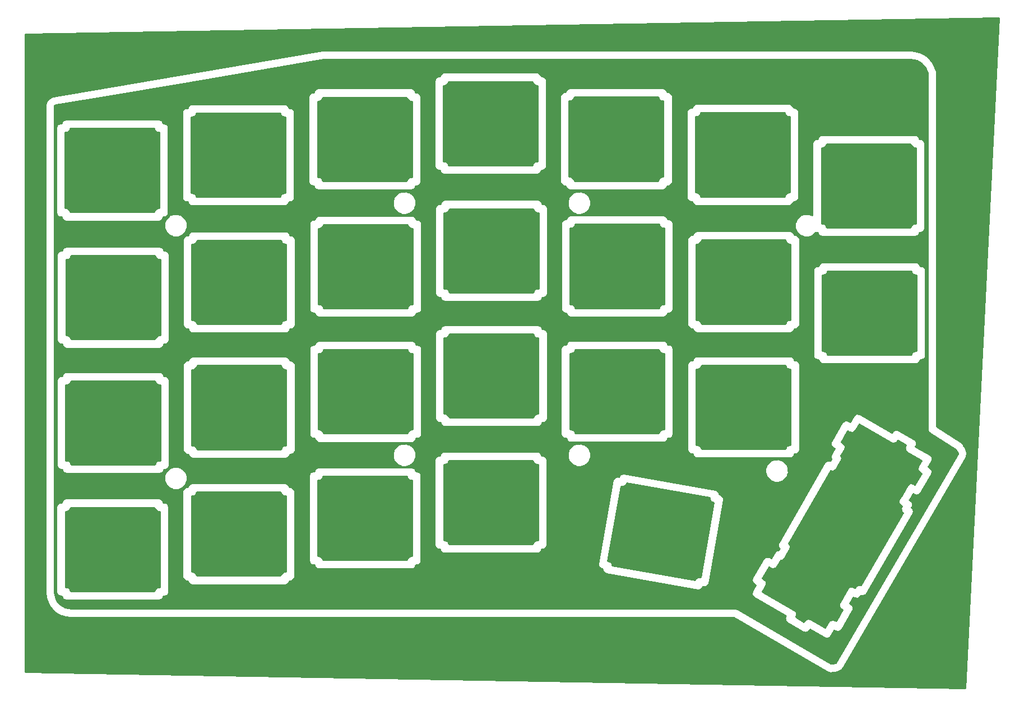
<source format=gbr>
G04 #@! TF.FileFunction,Copper,L2,Bot,Signal*
%FSLAX46Y46*%
G04 Gerber Fmt 4.6, Leading zero omitted, Abs format (unit mm)*
G04 Created by KiCad (PCBNEW 4.0.7) date 05/28/18 10:59:17*
%MOMM*%
%LPD*%
G01*
G04 APERTURE LIST*
%ADD10C,0.100000*%
%ADD11C,0.254000*%
G04 APERTURE END LIST*
D10*
D11*
G36*
X213239300Y-142110824D02*
X71247000Y-139575247D01*
X71247000Y-53981600D01*
X74320000Y-53981600D01*
X74320000Y-127632000D01*
X74325902Y-127661670D01*
X74322610Y-127691741D01*
X74369710Y-128229741D01*
X74394794Y-128315783D01*
X74408438Y-128404359D01*
X74777638Y-129418359D01*
X74839292Y-129519935D01*
X74896416Y-129624139D01*
X75588216Y-130449139D01*
X75681089Y-130523727D01*
X75770643Y-130602252D01*
X76702643Y-131140252D01*
X76815304Y-131178486D01*
X76926183Y-131221599D01*
X77992683Y-131409599D01*
X78052711Y-131408286D01*
X78111600Y-131420000D01*
X178270671Y-131420000D01*
X192385854Y-139653692D01*
X192449154Y-139675495D01*
X192506929Y-139709315D01*
X192532930Y-139718316D01*
X192600496Y-139727623D01*
X192638557Y-139740733D01*
X192674724Y-139738525D01*
X192775396Y-139755753D01*
X193445397Y-139737753D01*
X193561747Y-139711342D01*
X193679113Y-139689918D01*
X194303113Y-139442918D01*
X194402977Y-139378448D01*
X194505576Y-139318431D01*
X194629576Y-139208431D01*
X194694732Y-139122510D01*
X194766280Y-139041850D01*
X213350280Y-107269850D01*
X213353737Y-107259854D01*
X213356715Y-107256386D01*
X213389619Y-107156079D01*
X213437623Y-107017251D01*
X213437243Y-107010902D01*
X213440023Y-107002427D01*
X213480023Y-106672427D01*
X213470601Y-106548246D01*
X213464548Y-106423863D01*
X213354548Y-105983863D01*
X213306262Y-105881651D01*
X213264334Y-105776683D01*
X213004334Y-105376683D01*
X212970709Y-105342195D01*
X212946791Y-105300387D01*
X212606791Y-104909587D01*
X212527691Y-104848394D01*
X212455098Y-104779607D01*
X208890000Y-102533873D01*
X208890000Y-49002379D01*
X208894991Y-48976624D01*
X208841558Y-48714746D01*
X208421558Y-47714746D01*
X208356168Y-47617921D01*
X208313768Y-47540623D01*
X207621768Y-46715824D01*
X207528979Y-46641343D01*
X207439505Y-46562875D01*
X206507505Y-46024775D01*
X206394786Y-45986511D01*
X206283863Y-45943392D01*
X205216863Y-45755391D01*
X205156861Y-45756708D01*
X205098000Y-45745000D01*
X116211000Y-45745000D01*
X116154394Y-45756260D01*
X116096702Y-45754603D01*
X75512701Y-52622703D01*
X75353419Y-52683385D01*
X75295843Y-52702034D01*
X75277369Y-52712357D01*
X75262939Y-52717855D01*
X75256279Y-52724143D01*
X74955842Y-52892034D01*
X74911149Y-52930135D01*
X74845237Y-52966304D01*
X74696537Y-53091105D01*
X74622059Y-53183922D01*
X74543592Y-53273439D01*
X74446592Y-53441539D01*
X74408421Y-53554075D01*
X74365330Y-53664818D01*
X74330430Y-53862518D01*
X74331730Y-53922630D01*
X74320000Y-53981600D01*
X71247000Y-53981600D01*
X71247000Y-43304829D01*
X218306375Y-40769323D01*
X213239300Y-142110824D01*
X213239300Y-142110824D01*
G37*
X213239300Y-142110824D02*
X71247000Y-139575247D01*
X71247000Y-53981600D01*
X74320000Y-53981600D01*
X74320000Y-127632000D01*
X74325902Y-127661670D01*
X74322610Y-127691741D01*
X74369710Y-128229741D01*
X74394794Y-128315783D01*
X74408438Y-128404359D01*
X74777638Y-129418359D01*
X74839292Y-129519935D01*
X74896416Y-129624139D01*
X75588216Y-130449139D01*
X75681089Y-130523727D01*
X75770643Y-130602252D01*
X76702643Y-131140252D01*
X76815304Y-131178486D01*
X76926183Y-131221599D01*
X77992683Y-131409599D01*
X78052711Y-131408286D01*
X78111600Y-131420000D01*
X178270671Y-131420000D01*
X192385854Y-139653692D01*
X192449154Y-139675495D01*
X192506929Y-139709315D01*
X192532930Y-139718316D01*
X192600496Y-139727623D01*
X192638557Y-139740733D01*
X192674724Y-139738525D01*
X192775396Y-139755753D01*
X193445397Y-139737753D01*
X193561747Y-139711342D01*
X193679113Y-139689918D01*
X194303113Y-139442918D01*
X194402977Y-139378448D01*
X194505576Y-139318431D01*
X194629576Y-139208431D01*
X194694732Y-139122510D01*
X194766280Y-139041850D01*
X213350280Y-107269850D01*
X213353737Y-107259854D01*
X213356715Y-107256386D01*
X213389619Y-107156079D01*
X213437623Y-107017251D01*
X213437243Y-107010902D01*
X213440023Y-107002427D01*
X213480023Y-106672427D01*
X213470601Y-106548246D01*
X213464548Y-106423863D01*
X213354548Y-105983863D01*
X213306262Y-105881651D01*
X213264334Y-105776683D01*
X213004334Y-105376683D01*
X212970709Y-105342195D01*
X212946791Y-105300387D01*
X212606791Y-104909587D01*
X212527691Y-104848394D01*
X212455098Y-104779607D01*
X208890000Y-102533873D01*
X208890000Y-49002379D01*
X208894991Y-48976624D01*
X208841558Y-48714746D01*
X208421558Y-47714746D01*
X208356168Y-47617921D01*
X208313768Y-47540623D01*
X207621768Y-46715824D01*
X207528979Y-46641343D01*
X207439505Y-46562875D01*
X206507505Y-46024775D01*
X206394786Y-45986511D01*
X206283863Y-45943392D01*
X205216863Y-45755391D01*
X205156861Y-45756708D01*
X205098000Y-45745000D01*
X116211000Y-45745000D01*
X116154394Y-45756260D01*
X116096702Y-45754603D01*
X75512701Y-52622703D01*
X75353419Y-52683385D01*
X75295843Y-52702034D01*
X75277369Y-52712357D01*
X75262939Y-52717855D01*
X75256279Y-52724143D01*
X74955842Y-52892034D01*
X74911149Y-52930135D01*
X74845237Y-52966304D01*
X74696537Y-53091105D01*
X74622059Y-53183922D01*
X74543592Y-53273439D01*
X74446592Y-53441539D01*
X74408421Y-53554075D01*
X74365330Y-53664818D01*
X74330430Y-53862518D01*
X74331730Y-53922630D01*
X74320000Y-53981600D01*
X71247000Y-53981600D01*
X71247000Y-43304829D01*
X218306375Y-40769323D01*
X213239300Y-142110824D01*
G36*
X205927138Y-47271642D02*
X206649878Y-47688923D01*
X207200351Y-48345036D01*
X207520000Y-49106106D01*
X207520000Y-102870000D01*
X207524288Y-102891555D01*
X207524000Y-102893000D01*
X207524000Y-102894000D01*
X207528802Y-102918141D01*
X207525724Y-102942559D01*
X207530074Y-102958445D01*
X207529320Y-102982613D01*
X207531320Y-102994614D01*
X207533134Y-102999410D01*
X207533049Y-103004537D01*
X207535049Y-103015536D01*
X207561489Y-103082470D01*
X207576143Y-103156138D01*
X207586999Y-103172385D01*
X207588143Y-103178138D01*
X207591691Y-103183448D01*
X207596317Y-103200341D01*
X207602317Y-103212341D01*
X207618637Y-103233370D01*
X207627617Y-103258430D01*
X207633617Y-103268430D01*
X207672805Y-103311627D01*
X207680893Y-103329757D01*
X207704222Y-103351862D01*
X207736632Y-103400368D01*
X207738632Y-103402368D01*
X207745234Y-103406779D01*
X207747632Y-103410368D01*
X207755632Y-103418368D01*
X207762703Y-103423092D01*
X207767911Y-103429975D01*
X207776911Y-103437976D01*
X207799377Y-103451148D01*
X207813199Y-103466384D01*
X207836893Y-103477577D01*
X207874902Y-103513593D01*
X211639477Y-105884983D01*
X211881771Y-106163479D01*
X212053235Y-106427270D01*
X212104739Y-106633285D01*
X212096706Y-106699559D01*
X193656712Y-138225361D01*
X193287515Y-138371500D01*
X192923523Y-138381279D01*
X178818146Y-130153308D01*
X178750179Y-130129897D01*
X178710138Y-130103143D01*
X178689826Y-130099103D01*
X178670616Y-130088152D01*
X178664616Y-130086152D01*
X178657196Y-130085217D01*
X178656073Y-130084896D01*
X178649184Y-130081356D01*
X178642184Y-130079356D01*
X178599095Y-130075817D01*
X178561821Y-130062461D01*
X178553091Y-130062886D01*
X178538874Y-130057885D01*
X178531874Y-130056885D01*
X178489262Y-130059208D01*
X178448000Y-130051000D01*
X178442000Y-130051000D01*
X178441014Y-130051196D01*
X178435000Y-130050000D01*
X78171513Y-130050000D01*
X77282957Y-129893368D01*
X76560286Y-129476203D01*
X76023691Y-128836291D01*
X75726623Y-128020401D01*
X75690000Y-127602072D01*
X75690000Y-114688480D01*
X75945050Y-114688480D01*
X75945050Y-127489050D01*
X75997193Y-127751188D01*
X76145682Y-127973418D01*
X76367912Y-128121907D01*
X76630050Y-128174050D01*
X76761602Y-128174050D01*
X76796453Y-128349258D01*
X76944942Y-128571488D01*
X77167172Y-128719977D01*
X77429310Y-128772120D01*
X91428860Y-128772120D01*
X91690998Y-128719977D01*
X91913228Y-128571488D01*
X92061717Y-128349258D01*
X92096568Y-128174050D01*
X92229460Y-128174050D01*
X92491598Y-128121907D01*
X92713828Y-127973418D01*
X92862317Y-127751188D01*
X92884591Y-127639210D01*
X180993176Y-127639210D01*
X181002023Y-127773651D01*
X181010631Y-127905550D01*
X181010714Y-127905717D01*
X181010726Y-127905907D01*
X181069980Y-128025983D01*
X181128776Y-128145293D01*
X181128918Y-128145417D01*
X181129001Y-128145586D01*
X181229381Y-128233571D01*
X181329674Y-128321575D01*
X181329852Y-128321635D01*
X181329994Y-128321760D01*
X186167354Y-131112925D01*
X186096211Y-131236067D01*
X186096115Y-131236349D01*
X186095919Y-131236573D01*
X186053150Y-131362803D01*
X186010228Y-131489133D01*
X186010247Y-131489430D01*
X186010152Y-131489712D01*
X186018952Y-131622818D01*
X186027633Y-131755839D01*
X186027764Y-131756106D01*
X186027784Y-131756403D01*
X186086749Y-131875800D01*
X186145777Y-131995583D01*
X186146002Y-131995780D01*
X186146133Y-131996046D01*
X186246196Y-132083698D01*
X186346674Y-132171866D01*
X186346956Y-132171962D01*
X186347180Y-132172158D01*
X188773177Y-133570964D01*
X188899941Y-133613914D01*
X189026086Y-133656701D01*
X189026204Y-133656693D01*
X189026315Y-133656731D01*
X189159263Y-133647941D01*
X189292783Y-133639159D01*
X189292889Y-133639107D01*
X189293006Y-133639099D01*
X189413232Y-133579725D01*
X189532466Y-133520890D01*
X189532543Y-133520802D01*
X189532649Y-133520750D01*
X189621417Y-133419414D01*
X189708645Y-133319903D01*
X189708759Y-133319705D01*
X189708761Y-133319703D01*
X189708762Y-133319701D01*
X189778195Y-133199373D01*
X191981813Y-134471755D01*
X191981882Y-134471778D01*
X191981935Y-134471825D01*
X192108602Y-134514799D01*
X192234899Y-134557677D01*
X192234969Y-134557672D01*
X192235039Y-134557696D01*
X192370989Y-134548763D01*
X192501601Y-134540208D01*
X192501664Y-134540177D01*
X192501737Y-134540172D01*
X192622139Y-134480771D01*
X192741316Y-134422006D01*
X192741364Y-134421952D01*
X192741428Y-134421920D01*
X192829012Y-134322017D01*
X192917551Y-134221067D01*
X192917574Y-134220998D01*
X192917621Y-134220945D01*
X193437570Y-133320026D01*
X193641541Y-133437469D01*
X193767549Y-133480077D01*
X193893821Y-133522964D01*
X193894289Y-133522933D01*
X193894732Y-133523083D01*
X194027534Y-133514222D01*
X194160525Y-133505527D01*
X194160945Y-133505320D01*
X194161412Y-133505289D01*
X194280928Y-133446175D01*
X194400255Y-133387354D01*
X194400563Y-133387003D01*
X194400983Y-133386795D01*
X194488825Y-133286393D01*
X194576514Y-133186437D01*
X196226513Y-130329641D01*
X196269474Y-130203150D01*
X196312428Y-130076858D01*
X196312418Y-130076707D01*
X196312466Y-130076566D01*
X196303797Y-129943963D01*
X196295107Y-129810146D01*
X196295040Y-129810009D01*
X196295030Y-129809861D01*
X196236832Y-129691798D01*
X196177037Y-129570365D01*
X196176922Y-129570264D01*
X196176857Y-129570132D01*
X196077603Y-129483059D01*
X195976195Y-129394020D01*
X195772732Y-129276389D01*
X196292645Y-128375408D01*
X196292728Y-128375165D01*
X196292897Y-128374971D01*
X196312141Y-128341565D01*
X196471948Y-128434150D01*
X196472503Y-128434339D01*
X196472944Y-128434726D01*
X196599053Y-128477510D01*
X196724908Y-128520443D01*
X196725493Y-128520406D01*
X196726048Y-128520594D01*
X196858825Y-128511868D01*
X196991636Y-128503364D01*
X196992162Y-128503105D01*
X196992746Y-128503067D01*
X197111957Y-128444253D01*
X197231524Y-128385513D01*
X197231911Y-128385073D01*
X197232436Y-128384814D01*
X197320090Y-128284829D01*
X197408052Y-128184832D01*
X197408241Y-128184277D01*
X197408628Y-128183836D01*
X197474500Y-128069697D01*
X197518767Y-128084720D01*
X197645751Y-128127862D01*
X197645874Y-128127854D01*
X197645989Y-128127893D01*
X197778885Y-128119171D01*
X197912457Y-128110451D01*
X197912566Y-128110397D01*
X197912689Y-128110389D01*
X198033071Y-128051010D01*
X198152198Y-127992302D01*
X198152278Y-127992211D01*
X198152389Y-127992156D01*
X198240763Y-127891367D01*
X198328477Y-127791402D01*
X198328516Y-127791286D01*
X198328597Y-127791194D01*
X205328598Y-115664388D01*
X205328786Y-115663833D01*
X205329171Y-115663393D01*
X205371647Y-115537533D01*
X205414488Y-115411290D01*
X205414450Y-115410704D01*
X205414636Y-115410152D01*
X205405712Y-115277569D01*
X205396984Y-115144591D01*
X205396725Y-115144067D01*
X205396686Y-115143482D01*
X205337502Y-115024000D01*
X205278751Y-114904891D01*
X205278312Y-114904506D01*
X205278052Y-114903981D01*
X205177672Y-114816262D01*
X205143450Y-114786256D01*
X205208348Y-114674015D01*
X205251387Y-114547493D01*
X205294330Y-114421672D01*
X205294307Y-114421318D01*
X205294422Y-114420981D01*
X205285791Y-114287988D01*
X205277292Y-114154943D01*
X205277135Y-114154623D01*
X205277112Y-114154268D01*
X205218075Y-114034360D01*
X205159477Y-113915037D01*
X205159211Y-113914803D01*
X205159053Y-113914482D01*
X205058790Y-113826441D01*
X204958823Y-113738477D01*
X204797338Y-113644886D01*
X204816105Y-113612543D01*
X204816711Y-113610770D01*
X204817644Y-113609706D01*
X205337152Y-112709428D01*
X205540755Y-112827017D01*
X205663765Y-112868792D01*
X205793773Y-112912957D01*
X205793805Y-112912955D01*
X205793832Y-112912964D01*
X205919330Y-112904757D01*
X206060478Y-112895538D01*
X206060507Y-112895524D01*
X206060536Y-112895522D01*
X206176903Y-112838156D01*
X206300215Y-112777380D01*
X206300236Y-112777356D01*
X206300263Y-112777343D01*
X206388142Y-112677165D01*
X206476488Y-112576474D01*
X208127284Y-109718728D01*
X208127286Y-109718725D01*
X208127287Y-109718722D01*
X208127488Y-109718374D01*
X208170314Y-109592308D01*
X208213405Y-109465705D01*
X208213392Y-109465500D01*
X208213458Y-109465305D01*
X208204738Y-109331788D01*
X208196143Y-109198990D01*
X208196053Y-109198806D01*
X208196039Y-109198599D01*
X208137162Y-109079141D01*
X208078128Y-108959183D01*
X208077971Y-108959045D01*
X208077881Y-108958862D01*
X207978528Y-108871691D01*
X207877326Y-108782792D01*
X207672489Y-108664306D01*
X208193160Y-107764941D01*
X208193304Y-107764518D01*
X208193597Y-107764184D01*
X208236294Y-107638366D01*
X208279372Y-107511953D01*
X208279343Y-107511507D01*
X208279486Y-107511087D01*
X208270784Y-107378502D01*
X208262208Y-107245231D01*
X208262011Y-107244831D01*
X208261982Y-107244387D01*
X208203146Y-107125107D01*
X208144280Y-107005381D01*
X208143945Y-107005087D01*
X208143748Y-107004687D01*
X208043737Y-106916996D01*
X207943542Y-106828917D01*
X207943119Y-106828773D01*
X207942785Y-106828480D01*
X205738139Y-105555893D01*
X205808543Y-105433970D01*
X205808620Y-105433744D01*
X205808775Y-105433567D01*
X205851351Y-105307891D01*
X205894473Y-105180886D01*
X205894457Y-105180648D01*
X205894533Y-105180425D01*
X205885732Y-105047389D01*
X205877011Y-104914183D01*
X205876907Y-104913971D01*
X205876891Y-104913734D01*
X205817616Y-104793722D01*
X205758815Y-104674465D01*
X205758637Y-104674309D01*
X205758532Y-104674096D01*
X205657510Y-104585610D01*
X205557881Y-104498225D01*
X205557659Y-104498150D01*
X205557479Y-104497992D01*
X203131477Y-103099307D01*
X203004305Y-103056225D01*
X202878664Y-103013593D01*
X202878497Y-103013604D01*
X202878335Y-103013549D01*
X202744292Y-103022417D01*
X202611965Y-103031106D01*
X202611813Y-103031181D01*
X202611644Y-103031192D01*
X202491753Y-103090407D01*
X202372269Y-103149348D01*
X202372157Y-103149475D01*
X202372006Y-103149550D01*
X202284267Y-103249719D01*
X202196068Y-103350316D01*
X202126633Y-103470616D01*
X197291005Y-100677007D01*
X197290909Y-100676974D01*
X197290833Y-100676908D01*
X197164335Y-100633970D01*
X197037938Y-100591026D01*
X197037838Y-100591033D01*
X197037742Y-100591000D01*
X196903944Y-100599772D01*
X196771232Y-100608434D01*
X196771142Y-100608478D01*
X196771041Y-100608485D01*
X196651200Y-100667587D01*
X196531490Y-100726581D01*
X196531423Y-100726657D01*
X196531332Y-100726702D01*
X196443304Y-100827082D01*
X196355209Y-100927479D01*
X196355176Y-100927575D01*
X196355110Y-100927651D01*
X195833901Y-101830446D01*
X195579353Y-101683190D01*
X195578974Y-101683061D01*
X195578673Y-101682797D01*
X195452242Y-101639920D01*
X195326337Y-101597060D01*
X195325939Y-101597086D01*
X195325559Y-101596957D01*
X195192468Y-101605718D01*
X195059621Y-101614310D01*
X195059262Y-101614487D01*
X195058862Y-101614513D01*
X194939006Y-101673662D01*
X194819809Y-101732316D01*
X194819546Y-101732615D01*
X194819186Y-101732793D01*
X194731411Y-101832938D01*
X194643409Y-101933110D01*
X194643279Y-101933491D01*
X194643017Y-101933790D01*
X192994015Y-104791816D01*
X192993928Y-104792073D01*
X192993750Y-104792276D01*
X192951070Y-104918446D01*
X192908175Y-105044930D01*
X192908193Y-105045200D01*
X192908106Y-105045457D01*
X192916964Y-105178453D01*
X192925731Y-105311627D01*
X192925851Y-105311870D01*
X192925869Y-105312140D01*
X192985085Y-105431897D01*
X193044012Y-105551303D01*
X193044215Y-105551481D01*
X193044335Y-105551724D01*
X193144797Y-105639639D01*
X193245008Y-105727473D01*
X193245265Y-105727560D01*
X193245468Y-105727738D01*
X193499155Y-105873846D01*
X192979589Y-106776942D01*
X192939389Y-106895967D01*
X192896366Y-107013979D01*
X192896724Y-107022286D01*
X192894064Y-107030163D01*
X192902471Y-107155503D01*
X192907885Y-107281004D01*
X192911395Y-107288540D01*
X192911951Y-107296837D01*
X192967684Y-107409417D01*
X192999483Y-107477703D01*
X192935277Y-107588296D01*
X192933081Y-107594713D01*
X192871252Y-107701632D01*
X192827507Y-107686828D01*
X192700725Y-107643797D01*
X192700413Y-107643817D01*
X192700116Y-107643717D01*
X192567423Y-107652539D01*
X192434024Y-107661287D01*
X192433741Y-107661426D01*
X192433431Y-107661447D01*
X192314016Y-107720475D01*
X192194319Y-107779509D01*
X192194113Y-107779743D01*
X192193831Y-107779883D01*
X192105912Y-107880325D01*
X192018100Y-107980462D01*
X185018102Y-120105861D01*
X185018002Y-120106156D01*
X185017797Y-120106390D01*
X184975111Y-120232525D01*
X184932199Y-120358954D01*
X184932219Y-120359265D01*
X184932120Y-120359559D01*
X184940958Y-120492513D01*
X184949690Y-120625655D01*
X184949827Y-120625934D01*
X184949848Y-120626244D01*
X185008886Y-120745681D01*
X185067911Y-120865361D01*
X185068145Y-120865566D01*
X185068283Y-120865845D01*
X185168490Y-120953560D01*
X185202565Y-120983440D01*
X185137333Y-121096257D01*
X185137125Y-121096870D01*
X185136701Y-121097354D01*
X185073912Y-121206410D01*
X185003905Y-121211007D01*
X184870141Y-121219756D01*
X184870060Y-121219796D01*
X184869970Y-121219802D01*
X184750417Y-121278778D01*
X184630415Y-121337937D01*
X184630356Y-121338005D01*
X184630274Y-121338045D01*
X184542012Y-121438714D01*
X184454162Y-121538860D01*
X184454133Y-121538946D01*
X184454073Y-121539014D01*
X183933594Y-122440774D01*
X183679935Y-122294269D01*
X183553430Y-122251304D01*
X183427049Y-122208341D01*
X183426951Y-122208347D01*
X183426859Y-122208316D01*
X183292766Y-122217083D01*
X183160340Y-122225704D01*
X183160254Y-122225747D01*
X183160155Y-122225753D01*
X183040283Y-122284844D01*
X182920578Y-122343810D01*
X182920513Y-122343884D01*
X182920426Y-122343927D01*
X182832658Y-122443974D01*
X182744263Y-122544679D01*
X181093265Y-125401380D01*
X181093248Y-125401431D01*
X181093211Y-125401473D01*
X181049880Y-125529005D01*
X181007241Y-125654432D01*
X181007245Y-125654486D01*
X181007227Y-125654538D01*
X181016057Y-125789853D01*
X181024604Y-125921141D01*
X181024627Y-125921188D01*
X181024631Y-125921244D01*
X181084470Y-126042672D01*
X181142710Y-126160903D01*
X181142751Y-126160939D01*
X181142775Y-126160988D01*
X181243791Y-126249628D01*
X181343579Y-126337218D01*
X181343630Y-126337235D01*
X181343672Y-126337272D01*
X181599548Y-126485100D01*
X181079207Y-127385778D01*
X181079147Y-127385956D01*
X181079022Y-127386098D01*
X181035837Y-127513425D01*
X180993225Y-127638844D01*
X180993237Y-127639030D01*
X180993176Y-127639210D01*
X92884591Y-127639210D01*
X92914460Y-127489050D01*
X92914460Y-114688480D01*
X92862317Y-114426342D01*
X92713828Y-114204112D01*
X92491598Y-114055623D01*
X92229460Y-114003480D01*
X92096853Y-114003480D01*
X92061717Y-113826842D01*
X91913228Y-113604612D01*
X91690998Y-113456123D01*
X91428860Y-113403980D01*
X77429310Y-113403980D01*
X77167172Y-113456123D01*
X76944942Y-113604612D01*
X76796453Y-113826842D01*
X76761317Y-114003480D01*
X76630050Y-114003480D01*
X76367912Y-114055623D01*
X76145682Y-114204112D01*
X75997193Y-114426342D01*
X75945050Y-114688480D01*
X75690000Y-114688480D01*
X75690000Y-112379620D01*
X94984800Y-112379620D01*
X94984800Y-125180190D01*
X95036943Y-125442328D01*
X95185432Y-125664558D01*
X95407662Y-125813047D01*
X95669800Y-125865190D01*
X95801492Y-125865190D01*
X95836343Y-126040398D01*
X95984832Y-126262628D01*
X96207062Y-126411117D01*
X96469200Y-126463260D01*
X110468500Y-126463260D01*
X110730638Y-126411117D01*
X110952868Y-126262628D01*
X111101357Y-126040398D01*
X111136208Y-125865190D01*
X111269300Y-125865190D01*
X111531438Y-125813047D01*
X111753668Y-125664558D01*
X111902157Y-125442328D01*
X111954300Y-125180190D01*
X111954300Y-112379620D01*
X111902157Y-112117482D01*
X111753668Y-111895252D01*
X111531438Y-111746763D01*
X111269300Y-111694620D01*
X111136493Y-111694620D01*
X111101357Y-111517982D01*
X110952868Y-111295752D01*
X110730638Y-111147263D01*
X110468500Y-111095120D01*
X96469200Y-111095120D01*
X96207062Y-111147263D01*
X95984832Y-111295752D01*
X95836343Y-111517982D01*
X95801207Y-111694620D01*
X95669800Y-111694620D01*
X95407662Y-111746763D01*
X95185432Y-111895252D01*
X95036943Y-112117482D01*
X94984800Y-112379620D01*
X75690000Y-112379620D01*
X75690000Y-110061593D01*
X92214677Y-110061593D01*
X92224975Y-110377507D01*
X92224699Y-110693599D01*
X92236184Y-110721395D01*
X92237164Y-110751453D01*
X92457901Y-111284359D01*
X92470954Y-111289581D01*
X92488281Y-111331515D01*
X92975918Y-111820004D01*
X93020149Y-111838370D01*
X93025641Y-111852099D01*
X93321448Y-111963481D01*
X93613373Y-112084699D01*
X93643448Y-112084725D01*
X93671593Y-112095323D01*
X93987507Y-112085025D01*
X94303599Y-112085301D01*
X94331395Y-112073816D01*
X94361453Y-112072836D01*
X94894359Y-111852099D01*
X94899581Y-111839046D01*
X94941515Y-111821719D01*
X95430004Y-111334082D01*
X95448370Y-111289851D01*
X95462099Y-111284359D01*
X95573481Y-110988552D01*
X95694699Y-110696627D01*
X95694725Y-110666552D01*
X95705323Y-110638407D01*
X95695025Y-110322493D01*
X95695301Y-110006401D01*
X95687260Y-109986940D01*
X114083060Y-109986940D01*
X114083060Y-122787510D01*
X114135203Y-123049648D01*
X114283692Y-123271878D01*
X114505922Y-123420367D01*
X114768060Y-123472510D01*
X114899752Y-123472510D01*
X114934603Y-123647718D01*
X115083092Y-123869948D01*
X115305322Y-124018437D01*
X115567460Y-124070580D01*
X129566760Y-124070580D01*
X129828898Y-124018437D01*
X130051128Y-123869948D01*
X130199617Y-123647718D01*
X130234468Y-123472510D01*
X130367560Y-123472510D01*
X130629698Y-123420367D01*
X130851928Y-123271878D01*
X130857996Y-123262796D01*
X157789086Y-123262796D01*
X157791985Y-123395622D01*
X157794880Y-123529831D01*
X157794917Y-123529915D01*
X157794919Y-123530006D01*
X157848449Y-123651660D01*
X157902461Y-123774497D01*
X157902527Y-123774560D01*
X157902564Y-123774644D01*
X157998825Y-123866792D01*
X158095483Y-123959369D01*
X158095568Y-123959402D01*
X158095634Y-123959465D01*
X158219109Y-124007481D01*
X158344559Y-124056303D01*
X158475604Y-124079444D01*
X158476710Y-124127130D01*
X158479617Y-124260350D01*
X158479812Y-124260793D01*
X158479823Y-124261274D01*
X158533489Y-124382784D01*
X158587260Y-124504989D01*
X158587609Y-124505324D01*
X158587804Y-124505764D01*
X158683967Y-124597565D01*
X158780329Y-124689812D01*
X158780779Y-124689987D01*
X158781128Y-124690320D01*
X158905381Y-124738443D01*
X159029430Y-124786683D01*
X172814821Y-127217443D01*
X172814823Y-127217444D01*
X172814825Y-127217444D01*
X172815330Y-127217533D01*
X172948454Y-127214628D01*
X173082037Y-127211814D01*
X173082277Y-127211709D01*
X173082540Y-127211703D01*
X173204958Y-127157838D01*
X173326757Y-127104355D01*
X173326938Y-127104166D01*
X173327179Y-127104060D01*
X173419619Y-127007496D01*
X173511725Y-126911425D01*
X173511820Y-126911181D01*
X173512002Y-126910991D01*
X173560268Y-126786876D01*
X173577578Y-126742463D01*
X173708066Y-126765504D01*
X173708150Y-126765502D01*
X173708232Y-126765534D01*
X173842119Y-126762612D01*
X173975277Y-126759739D01*
X173975357Y-126759704D01*
X173975442Y-126759702D01*
X174097205Y-126706125D01*
X174219942Y-126652155D01*
X174220001Y-126652093D01*
X174220081Y-126652058D01*
X174312797Y-126555205D01*
X174404813Y-126459132D01*
X174404845Y-126459049D01*
X174404903Y-126458989D01*
X174453163Y-126334890D01*
X174501744Y-126210054D01*
X174501742Y-126209970D01*
X174501774Y-126209888D01*
X176724574Y-113603628D01*
X176724563Y-113603128D01*
X176724743Y-113602663D01*
X176721645Y-113469446D01*
X176718742Y-113336417D01*
X176718542Y-113335962D01*
X176718530Y-113335462D01*
X176664649Y-113213482D01*
X176611098Y-113091779D01*
X176610738Y-113091434D01*
X176610536Y-113090977D01*
X176514183Y-112999003D01*
X176418029Y-112906956D01*
X176417563Y-112906775D01*
X176417203Y-112906431D01*
X176293337Y-112858466D01*
X176168928Y-112810086D01*
X176168428Y-112810097D01*
X176167963Y-112809917D01*
X176039370Y-112787432D01*
X176038382Y-112742139D01*
X176035577Y-112608028D01*
X176035447Y-112607732D01*
X176035440Y-112607411D01*
X175981894Y-112485722D01*
X175928157Y-112363292D01*
X175927924Y-112363069D01*
X175927794Y-112362773D01*
X175831342Y-112270443D01*
X175735256Y-112178293D01*
X175734956Y-112178176D01*
X175734723Y-112177953D01*
X175610530Y-112129658D01*
X175486244Y-112081195D01*
X175485921Y-112081202D01*
X175485621Y-112081085D01*
X161698321Y-109650185D01*
X161565294Y-109653090D01*
X161431728Y-109655883D01*
X161431432Y-109656013D01*
X161431111Y-109656020D01*
X161309422Y-109709566D01*
X161186992Y-109763303D01*
X161186769Y-109763536D01*
X161186473Y-109763666D01*
X161094143Y-109860118D01*
X161001993Y-109956204D01*
X161001876Y-109956504D01*
X161001653Y-109956737D01*
X160953358Y-110080930D01*
X160936056Y-110125303D01*
X160805282Y-110102214D01*
X160805201Y-110102216D01*
X160805124Y-110102186D01*
X160671985Y-110105092D01*
X160538070Y-110107984D01*
X160537994Y-110108017D01*
X160537914Y-110108019D01*
X160417025Y-110161212D01*
X160293407Y-110215572D01*
X160293350Y-110215631D01*
X160293276Y-110215664D01*
X160202308Y-110310692D01*
X160108541Y-110408599D01*
X160108511Y-110408677D01*
X160108455Y-110408735D01*
X160060317Y-110532523D01*
X160011614Y-110657678D01*
X160011616Y-110657759D01*
X160011586Y-110657836D01*
X157789086Y-123262796D01*
X130857996Y-123262796D01*
X131000417Y-123049648D01*
X131052560Y-122787510D01*
X131052560Y-109986940D01*
X131000417Y-109724802D01*
X130851928Y-109502572D01*
X130629698Y-109354083D01*
X130367560Y-109301940D01*
X130234753Y-109301940D01*
X130199617Y-109125302D01*
X130051128Y-108903072D01*
X129828898Y-108754583D01*
X129566760Y-108702440D01*
X115567460Y-108702440D01*
X115305322Y-108754583D01*
X115083092Y-108903072D01*
X114934603Y-109125302D01*
X114899467Y-109301940D01*
X114768060Y-109301940D01*
X114505922Y-109354083D01*
X114283692Y-109502572D01*
X114135203Y-109724802D01*
X114083060Y-109986940D01*
X95687260Y-109986940D01*
X95683816Y-109978605D01*
X95682836Y-109948547D01*
X95462099Y-109415641D01*
X95449046Y-109410419D01*
X95431719Y-109368485D01*
X94944082Y-108879996D01*
X94899851Y-108861630D01*
X94894359Y-108847901D01*
X94598552Y-108736519D01*
X94306627Y-108615301D01*
X94276552Y-108615275D01*
X94248407Y-108604677D01*
X93932493Y-108614975D01*
X93616401Y-108614699D01*
X93588605Y-108626184D01*
X93558547Y-108627164D01*
X93025641Y-108847901D01*
X93020419Y-108860954D01*
X92978485Y-108878281D01*
X92489996Y-109365918D01*
X92471630Y-109410149D01*
X92457901Y-109415641D01*
X92346519Y-109711448D01*
X92225301Y-110003373D01*
X92225275Y-110033448D01*
X92214677Y-110061593D01*
X75690000Y-110061593D01*
X75690000Y-95562280D01*
X76011090Y-95562280D01*
X76011090Y-108362850D01*
X76063233Y-108624988D01*
X76211722Y-108847218D01*
X76433952Y-108995707D01*
X76696090Y-109047850D01*
X76827642Y-109047850D01*
X76862493Y-109223058D01*
X77010982Y-109445288D01*
X77233212Y-109593777D01*
X77495350Y-109645920D01*
X91494900Y-109645920D01*
X91757038Y-109593777D01*
X91979268Y-109445288D01*
X92127757Y-109223058D01*
X92162608Y-109047850D01*
X92295500Y-109047850D01*
X92557638Y-108995707D01*
X92779868Y-108847218D01*
X92928357Y-108624988D01*
X92980500Y-108362850D01*
X92980500Y-95562280D01*
X92928357Y-95300142D01*
X92779868Y-95077912D01*
X92557638Y-94929423D01*
X92295500Y-94877280D01*
X92162893Y-94877280D01*
X92127757Y-94700642D01*
X91979268Y-94478412D01*
X91757038Y-94329923D01*
X91494900Y-94277780D01*
X77495350Y-94277780D01*
X77233212Y-94329923D01*
X77010982Y-94478412D01*
X76862493Y-94700642D01*
X76827357Y-94877280D01*
X76696090Y-94877280D01*
X76433952Y-94929423D01*
X76211722Y-95077912D01*
X76063233Y-95300142D01*
X76011090Y-95562280D01*
X75690000Y-95562280D01*
X75690000Y-93253420D01*
X95050840Y-93253420D01*
X95050840Y-106053990D01*
X95102983Y-106316128D01*
X95251472Y-106538358D01*
X95473702Y-106686847D01*
X95735840Y-106738990D01*
X95867532Y-106738990D01*
X95902383Y-106914198D01*
X96050872Y-107136428D01*
X96273102Y-107284917D01*
X96535240Y-107337060D01*
X110534540Y-107337060D01*
X110796678Y-107284917D01*
X111018908Y-107136428D01*
X111167397Y-106914198D01*
X111202248Y-106738990D01*
X111335340Y-106738990D01*
X111597478Y-106686847D01*
X111784934Y-106561593D01*
X126754677Y-106561593D01*
X126764975Y-106877507D01*
X126764699Y-107193599D01*
X126776184Y-107221395D01*
X126777164Y-107251453D01*
X126997901Y-107784359D01*
X127010954Y-107789581D01*
X127028281Y-107831515D01*
X127515918Y-108320004D01*
X127560149Y-108338370D01*
X127565641Y-108352099D01*
X127861448Y-108463481D01*
X128153373Y-108584699D01*
X128183448Y-108584725D01*
X128211593Y-108595323D01*
X128527507Y-108585025D01*
X128843599Y-108585301D01*
X128871395Y-108573816D01*
X128901453Y-108572836D01*
X129434359Y-108352099D01*
X129439581Y-108339046D01*
X129481515Y-108321719D01*
X129970004Y-107834082D01*
X129988370Y-107789851D01*
X130002099Y-107784359D01*
X130067939Y-107609500D01*
X133087340Y-107609500D01*
X133087340Y-120410070D01*
X133139483Y-120672208D01*
X133287972Y-120894438D01*
X133510202Y-121042927D01*
X133772340Y-121095070D01*
X133904032Y-121095070D01*
X133938883Y-121270278D01*
X134087372Y-121492508D01*
X134309602Y-121640997D01*
X134571740Y-121693140D01*
X148571040Y-121693140D01*
X148833178Y-121640997D01*
X149055408Y-121492508D01*
X149203897Y-121270278D01*
X149238748Y-121095070D01*
X149371840Y-121095070D01*
X149633978Y-121042927D01*
X149856208Y-120894438D01*
X150004697Y-120672208D01*
X150056840Y-120410070D01*
X150056840Y-108931593D01*
X183034677Y-108931593D01*
X183044975Y-109247507D01*
X183044699Y-109563599D01*
X183056184Y-109591395D01*
X183057164Y-109621453D01*
X183277901Y-110154359D01*
X183290954Y-110159581D01*
X183308281Y-110201515D01*
X183795918Y-110690004D01*
X183840149Y-110708370D01*
X183845641Y-110722099D01*
X184141448Y-110833481D01*
X184433373Y-110954699D01*
X184463448Y-110954725D01*
X184491593Y-110965323D01*
X184807507Y-110955025D01*
X185123599Y-110955301D01*
X185151395Y-110943816D01*
X185181453Y-110942836D01*
X185714359Y-110722099D01*
X185719581Y-110709046D01*
X185761515Y-110691719D01*
X186250004Y-110204082D01*
X186268370Y-110159851D01*
X186282099Y-110154359D01*
X186393481Y-109858552D01*
X186514699Y-109566627D01*
X186514725Y-109536552D01*
X186525323Y-109508407D01*
X186515025Y-109192493D01*
X186515301Y-108876401D01*
X186503816Y-108848605D01*
X186502836Y-108818547D01*
X186282099Y-108285641D01*
X186269046Y-108280419D01*
X186251719Y-108238485D01*
X185764082Y-107749996D01*
X185719851Y-107731630D01*
X185714359Y-107717901D01*
X185418552Y-107606519D01*
X185126627Y-107485301D01*
X185096552Y-107485275D01*
X185068407Y-107474677D01*
X184752493Y-107484975D01*
X184436401Y-107484699D01*
X184408605Y-107496184D01*
X184378547Y-107497164D01*
X183845641Y-107717901D01*
X183840419Y-107730954D01*
X183798485Y-107748281D01*
X183309996Y-108235918D01*
X183291630Y-108280149D01*
X183277901Y-108285641D01*
X183166519Y-108581448D01*
X183045301Y-108873373D01*
X183045275Y-108903448D01*
X183034677Y-108931593D01*
X150056840Y-108931593D01*
X150056840Y-107609500D01*
X150004697Y-107347362D01*
X149856208Y-107125132D01*
X149633978Y-106976643D01*
X149371840Y-106924500D01*
X149239033Y-106924500D01*
X149203897Y-106747862D01*
X149079437Y-106561593D01*
X153164677Y-106561593D01*
X153174975Y-106877507D01*
X153174699Y-107193599D01*
X153186184Y-107221395D01*
X153187164Y-107251453D01*
X153407901Y-107784359D01*
X153420954Y-107789581D01*
X153438281Y-107831515D01*
X153925918Y-108320004D01*
X153970149Y-108338370D01*
X153975641Y-108352099D01*
X154271448Y-108463481D01*
X154563373Y-108584699D01*
X154593448Y-108584725D01*
X154621593Y-108595323D01*
X154937507Y-108585025D01*
X155253599Y-108585301D01*
X155281395Y-108573816D01*
X155311453Y-108572836D01*
X155844359Y-108352099D01*
X155849581Y-108339046D01*
X155891515Y-108321719D01*
X156380004Y-107834082D01*
X156398370Y-107789851D01*
X156412099Y-107784359D01*
X156523481Y-107488552D01*
X156644699Y-107196627D01*
X156644725Y-107166552D01*
X156655323Y-107138407D01*
X156645025Y-106822493D01*
X156645301Y-106506401D01*
X156633816Y-106478605D01*
X156632836Y-106448547D01*
X156412099Y-105915641D01*
X156399046Y-105910419D01*
X156381719Y-105868485D01*
X155894082Y-105379996D01*
X155849851Y-105361630D01*
X155844359Y-105347901D01*
X155548552Y-105236519D01*
X155256627Y-105115301D01*
X155226552Y-105115275D01*
X155198407Y-105104677D01*
X154882493Y-105114975D01*
X154566401Y-105114699D01*
X154538605Y-105126184D01*
X154508547Y-105127164D01*
X153975641Y-105347901D01*
X153970419Y-105360954D01*
X153928485Y-105378281D01*
X153439996Y-105865918D01*
X153421630Y-105910149D01*
X153407901Y-105915641D01*
X153296519Y-106211448D01*
X153175301Y-106503373D01*
X153175275Y-106533448D01*
X153164677Y-106561593D01*
X149079437Y-106561593D01*
X149055408Y-106525632D01*
X148833178Y-106377143D01*
X148571040Y-106325000D01*
X134571740Y-106325000D01*
X134309602Y-106377143D01*
X134087372Y-106525632D01*
X133938883Y-106747862D01*
X133903747Y-106924500D01*
X133772340Y-106924500D01*
X133510202Y-106976643D01*
X133287972Y-107125132D01*
X133139483Y-107347362D01*
X133087340Y-107609500D01*
X130067939Y-107609500D01*
X130113481Y-107488552D01*
X130234699Y-107196627D01*
X130234725Y-107166552D01*
X130245323Y-107138407D01*
X130235025Y-106822493D01*
X130235301Y-106506401D01*
X130223816Y-106478605D01*
X130222836Y-106448547D01*
X130002099Y-105915641D01*
X129989046Y-105910419D01*
X129971719Y-105868485D01*
X129484082Y-105379996D01*
X129439851Y-105361630D01*
X129434359Y-105347901D01*
X129138552Y-105236519D01*
X128846627Y-105115301D01*
X128816552Y-105115275D01*
X128788407Y-105104677D01*
X128472493Y-105114975D01*
X128156401Y-105114699D01*
X128128605Y-105126184D01*
X128098547Y-105127164D01*
X127565641Y-105347901D01*
X127560419Y-105360954D01*
X127518485Y-105378281D01*
X127029996Y-105865918D01*
X127011630Y-105910149D01*
X126997901Y-105915641D01*
X126886519Y-106211448D01*
X126765301Y-106503373D01*
X126765275Y-106533448D01*
X126754677Y-106561593D01*
X111784934Y-106561593D01*
X111819708Y-106538358D01*
X111968197Y-106316128D01*
X112020340Y-106053990D01*
X112020340Y-93253420D01*
X111968197Y-92991282D01*
X111819708Y-92769052D01*
X111597478Y-92620563D01*
X111335340Y-92568420D01*
X111202533Y-92568420D01*
X111167397Y-92391782D01*
X111018908Y-92169552D01*
X110796678Y-92021063D01*
X110534540Y-91968920D01*
X96535240Y-91968920D01*
X96273102Y-92021063D01*
X96050872Y-92169552D01*
X95902383Y-92391782D01*
X95867247Y-92568420D01*
X95735840Y-92568420D01*
X95473702Y-92620563D01*
X95251472Y-92769052D01*
X95102983Y-92991282D01*
X95050840Y-93253420D01*
X75690000Y-93253420D01*
X75690000Y-90860740D01*
X114149100Y-90860740D01*
X114149100Y-103661310D01*
X114201243Y-103923448D01*
X114349732Y-104145678D01*
X114571962Y-104294167D01*
X114834100Y-104346310D01*
X114965792Y-104346310D01*
X115000643Y-104521518D01*
X115149132Y-104743748D01*
X115371362Y-104892237D01*
X115633500Y-104944380D01*
X129632800Y-104944380D01*
X129894938Y-104892237D01*
X130117168Y-104743748D01*
X130265657Y-104521518D01*
X130300508Y-104346310D01*
X130433600Y-104346310D01*
X130695738Y-104294167D01*
X130917968Y-104145678D01*
X131066457Y-103923448D01*
X131118600Y-103661310D01*
X131118600Y-90860740D01*
X131066457Y-90598602D01*
X130917968Y-90376372D01*
X130695738Y-90227883D01*
X130433600Y-90175740D01*
X130300793Y-90175740D01*
X130265657Y-89999102D01*
X130117168Y-89776872D01*
X129894938Y-89628383D01*
X129632800Y-89576240D01*
X115633500Y-89576240D01*
X115371362Y-89628383D01*
X115149132Y-89776872D01*
X115000643Y-89999102D01*
X114965507Y-90175740D01*
X114834100Y-90175740D01*
X114571962Y-90227883D01*
X114349732Y-90376372D01*
X114201243Y-90598602D01*
X114149100Y-90860740D01*
X75690000Y-90860740D01*
X75690000Y-76639280D01*
X76018710Y-76639280D01*
X76018710Y-89439850D01*
X76070853Y-89701988D01*
X76219342Y-89924218D01*
X76441572Y-90072707D01*
X76703710Y-90124850D01*
X76835262Y-90124850D01*
X76870113Y-90300058D01*
X77018602Y-90522288D01*
X77240832Y-90670777D01*
X77502970Y-90722920D01*
X91502520Y-90722920D01*
X91764658Y-90670777D01*
X91986888Y-90522288D01*
X92135377Y-90300058D01*
X92170228Y-90124850D01*
X92303120Y-90124850D01*
X92565258Y-90072707D01*
X92787488Y-89924218D01*
X92935977Y-89701988D01*
X92988120Y-89439850D01*
X92988120Y-88483300D01*
X133153380Y-88483300D01*
X133153380Y-101283870D01*
X133205523Y-101546008D01*
X133354012Y-101768238D01*
X133576242Y-101916727D01*
X133838380Y-101968870D01*
X133970072Y-101968870D01*
X134004923Y-102144078D01*
X134153412Y-102366308D01*
X134375642Y-102514797D01*
X134637780Y-102566940D01*
X148637080Y-102566940D01*
X148899218Y-102514797D01*
X149121448Y-102366308D01*
X149269937Y-102144078D01*
X149304788Y-101968870D01*
X149437880Y-101968870D01*
X149700018Y-101916727D01*
X149922248Y-101768238D01*
X150070737Y-101546008D01*
X150122880Y-101283870D01*
X150122880Y-90837880D01*
X152144960Y-90837880D01*
X152144960Y-103638450D01*
X152197103Y-103900588D01*
X152345592Y-104122818D01*
X152567822Y-104271307D01*
X152829960Y-104323450D01*
X152961652Y-104323450D01*
X152996503Y-104498658D01*
X153144992Y-104720888D01*
X153367222Y-104869377D01*
X153629360Y-104921520D01*
X167628660Y-104921520D01*
X167890798Y-104869377D01*
X168113028Y-104720888D01*
X168261517Y-104498658D01*
X168296368Y-104323450D01*
X168429460Y-104323450D01*
X168691598Y-104271307D01*
X168913828Y-104122818D01*
X169062317Y-103900588D01*
X169114460Y-103638450D01*
X169114460Y-93210240D01*
X171250840Y-93210240D01*
X171250840Y-106010810D01*
X171302983Y-106272948D01*
X171451472Y-106495178D01*
X171673702Y-106643667D01*
X171935840Y-106695810D01*
X172067532Y-106695810D01*
X172102383Y-106871018D01*
X172250872Y-107093248D01*
X172473102Y-107241737D01*
X172735240Y-107293880D01*
X186734540Y-107293880D01*
X186996678Y-107241737D01*
X187218908Y-107093248D01*
X187367397Y-106871018D01*
X187402248Y-106695810D01*
X187535340Y-106695810D01*
X187797478Y-106643667D01*
X188019708Y-106495178D01*
X188168197Y-106272948D01*
X188220340Y-106010810D01*
X188220340Y-93210240D01*
X188168197Y-92948102D01*
X188019708Y-92725872D01*
X187797478Y-92577383D01*
X187535340Y-92525240D01*
X187402533Y-92525240D01*
X187367397Y-92348602D01*
X187218908Y-92126372D01*
X186996678Y-91977883D01*
X186734540Y-91925740D01*
X172735240Y-91925740D01*
X172473102Y-91977883D01*
X172250872Y-92126372D01*
X172102383Y-92348602D01*
X172067247Y-92525240D01*
X171935840Y-92525240D01*
X171673702Y-92577383D01*
X171451472Y-92725872D01*
X171302983Y-92948102D01*
X171250840Y-93210240D01*
X169114460Y-93210240D01*
X169114460Y-90837880D01*
X169062317Y-90575742D01*
X168913828Y-90353512D01*
X168691598Y-90205023D01*
X168429460Y-90152880D01*
X168296653Y-90152880D01*
X168261517Y-89976242D01*
X168113028Y-89754012D01*
X167890798Y-89605523D01*
X167628660Y-89553380D01*
X153629360Y-89553380D01*
X153367222Y-89605523D01*
X153144992Y-89754012D01*
X152996503Y-89976242D01*
X152961367Y-90152880D01*
X152829960Y-90152880D01*
X152567822Y-90205023D01*
X152345592Y-90353512D01*
X152197103Y-90575742D01*
X152144960Y-90837880D01*
X150122880Y-90837880D01*
X150122880Y-88483300D01*
X150070737Y-88221162D01*
X149922248Y-87998932D01*
X149700018Y-87850443D01*
X149437880Y-87798300D01*
X149305073Y-87798300D01*
X149269937Y-87621662D01*
X149121448Y-87399432D01*
X148899218Y-87250943D01*
X148637080Y-87198800D01*
X134637780Y-87198800D01*
X134375642Y-87250943D01*
X134153412Y-87399432D01*
X134004923Y-87621662D01*
X133969787Y-87798300D01*
X133838380Y-87798300D01*
X133576242Y-87850443D01*
X133354012Y-87998932D01*
X133205523Y-88221162D01*
X133153380Y-88483300D01*
X92988120Y-88483300D01*
X92988120Y-76639280D01*
X92935977Y-76377142D01*
X92787488Y-76154912D01*
X92565258Y-76006423D01*
X92303120Y-75954280D01*
X92170513Y-75954280D01*
X92135377Y-75777642D01*
X91986888Y-75555412D01*
X91764658Y-75406923D01*
X91502520Y-75354780D01*
X77502970Y-75354780D01*
X77240832Y-75406923D01*
X77018602Y-75555412D01*
X76870113Y-75777642D01*
X76834977Y-75954280D01*
X76703710Y-75954280D01*
X76441572Y-76006423D01*
X76219342Y-76154912D01*
X76070853Y-76377142D01*
X76018710Y-76639280D01*
X75690000Y-76639280D01*
X75690000Y-74330420D01*
X95058460Y-74330420D01*
X95058460Y-87130990D01*
X95110603Y-87393128D01*
X95259092Y-87615358D01*
X95481322Y-87763847D01*
X95743460Y-87815990D01*
X95875152Y-87815990D01*
X95910003Y-87991198D01*
X96058492Y-88213428D01*
X96280722Y-88361917D01*
X96542860Y-88414060D01*
X110542160Y-88414060D01*
X110804298Y-88361917D01*
X111026528Y-88213428D01*
X111175017Y-87991198D01*
X111209868Y-87815990D01*
X111342960Y-87815990D01*
X111605098Y-87763847D01*
X111827328Y-87615358D01*
X111975817Y-87393128D01*
X112027960Y-87130990D01*
X112027960Y-74330420D01*
X111975817Y-74068282D01*
X111827328Y-73846052D01*
X111605098Y-73697563D01*
X111342960Y-73645420D01*
X111210153Y-73645420D01*
X111175017Y-73468782D01*
X111026528Y-73246552D01*
X110804298Y-73098063D01*
X110542160Y-73045920D01*
X96542860Y-73045920D01*
X96280722Y-73098063D01*
X96058492Y-73246552D01*
X95910003Y-73468782D01*
X95874867Y-73645420D01*
X95743460Y-73645420D01*
X95481322Y-73697563D01*
X95259092Y-73846052D01*
X95110603Y-74068282D01*
X95058460Y-74330420D01*
X75690000Y-74330420D01*
X75690000Y-71861593D01*
X92214677Y-71861593D01*
X92224975Y-72177507D01*
X92224699Y-72493599D01*
X92236184Y-72521395D01*
X92237164Y-72551453D01*
X92457901Y-73084359D01*
X92470954Y-73089581D01*
X92488281Y-73131515D01*
X92975918Y-73620004D01*
X93020149Y-73638370D01*
X93025641Y-73652099D01*
X93321448Y-73763481D01*
X93613373Y-73884699D01*
X93643448Y-73884725D01*
X93671593Y-73895323D01*
X93987507Y-73885025D01*
X94303599Y-73885301D01*
X94331395Y-73873816D01*
X94361453Y-73872836D01*
X94894359Y-73652099D01*
X94899581Y-73639046D01*
X94941515Y-73621719D01*
X95430004Y-73134082D01*
X95448370Y-73089851D01*
X95462099Y-73084359D01*
X95573481Y-72788552D01*
X95694699Y-72496627D01*
X95694725Y-72466552D01*
X95705323Y-72438407D01*
X95695025Y-72122493D01*
X95695186Y-71937740D01*
X114156720Y-71937740D01*
X114156720Y-84738310D01*
X114208863Y-85000448D01*
X114357352Y-85222678D01*
X114579582Y-85371167D01*
X114841720Y-85423310D01*
X114973412Y-85423310D01*
X115008263Y-85598518D01*
X115156752Y-85820748D01*
X115378982Y-85969237D01*
X115641120Y-86021380D01*
X129640420Y-86021380D01*
X129902558Y-85969237D01*
X130124788Y-85820748D01*
X130273277Y-85598518D01*
X130308128Y-85423310D01*
X130441220Y-85423310D01*
X130703358Y-85371167D01*
X130925588Y-85222678D01*
X131074077Y-85000448D01*
X131126220Y-84738310D01*
X131126220Y-71937740D01*
X131074077Y-71675602D01*
X130925588Y-71453372D01*
X130703358Y-71304883D01*
X130441220Y-71252740D01*
X130308413Y-71252740D01*
X130273277Y-71076102D01*
X130124788Y-70853872D01*
X129902558Y-70705383D01*
X129640420Y-70653240D01*
X115641120Y-70653240D01*
X115378982Y-70705383D01*
X115156752Y-70853872D01*
X115008263Y-71076102D01*
X114973127Y-71252740D01*
X114841720Y-71252740D01*
X114579582Y-71304883D01*
X114357352Y-71453372D01*
X114208863Y-71675602D01*
X114156720Y-71937740D01*
X95695186Y-71937740D01*
X95695301Y-71806401D01*
X95683816Y-71778605D01*
X95682836Y-71748547D01*
X95462099Y-71215641D01*
X95449046Y-71210419D01*
X95431719Y-71168485D01*
X94944082Y-70679996D01*
X94899851Y-70661630D01*
X94894359Y-70647901D01*
X94598552Y-70536519D01*
X94306627Y-70415301D01*
X94276552Y-70415275D01*
X94248407Y-70404677D01*
X93932493Y-70414975D01*
X93616401Y-70414699D01*
X93588605Y-70426184D01*
X93558547Y-70427164D01*
X93025641Y-70647901D01*
X93020419Y-70660954D01*
X92978485Y-70678281D01*
X92489996Y-71165918D01*
X92471630Y-71210149D01*
X92457901Y-71215641D01*
X92346519Y-71511448D01*
X92225301Y-71803373D01*
X92225275Y-71833448D01*
X92214677Y-71861593D01*
X75690000Y-71861593D01*
X75690000Y-57416560D01*
X75901870Y-57416560D01*
X75901870Y-70217130D01*
X75954013Y-70479268D01*
X76102502Y-70701498D01*
X76324732Y-70849987D01*
X76586870Y-70902130D01*
X76718422Y-70902130D01*
X76753273Y-71077338D01*
X76901762Y-71299568D01*
X77123992Y-71448057D01*
X77386130Y-71500200D01*
X91385680Y-71500200D01*
X91647818Y-71448057D01*
X91870048Y-71299568D01*
X92018537Y-71077338D01*
X92053388Y-70902130D01*
X92186280Y-70902130D01*
X92448418Y-70849987D01*
X92670648Y-70701498D01*
X92819137Y-70479268D01*
X92871280Y-70217130D01*
X92871280Y-57416560D01*
X92819137Y-57154422D01*
X92670648Y-56932192D01*
X92448418Y-56783703D01*
X92186280Y-56731560D01*
X92053673Y-56731560D01*
X92018537Y-56554922D01*
X91870048Y-56332692D01*
X91647818Y-56184203D01*
X91385680Y-56132060D01*
X77386130Y-56132060D01*
X77123992Y-56184203D01*
X76901762Y-56332692D01*
X76753273Y-56554922D01*
X76718137Y-56731560D01*
X76586870Y-56731560D01*
X76324732Y-56783703D01*
X76102502Y-56932192D01*
X75954013Y-57154422D01*
X75901870Y-57416560D01*
X75690000Y-57416560D01*
X75690000Y-55107700D01*
X94941620Y-55107700D01*
X94941620Y-67908270D01*
X94993763Y-68170408D01*
X95142252Y-68392638D01*
X95364482Y-68541127D01*
X95626620Y-68593270D01*
X95758312Y-68593270D01*
X95793163Y-68768478D01*
X95941652Y-68990708D01*
X96163882Y-69139197D01*
X96426020Y-69191340D01*
X110425320Y-69191340D01*
X110687458Y-69139197D01*
X110909688Y-68990708D01*
X111058177Y-68768478D01*
X111093028Y-68593270D01*
X111226120Y-68593270D01*
X111488258Y-68541127D01*
X111607289Y-68461593D01*
X126754677Y-68461593D01*
X126764975Y-68777507D01*
X126764699Y-69093599D01*
X126776184Y-69121395D01*
X126777164Y-69151453D01*
X126997901Y-69684359D01*
X127010954Y-69689581D01*
X127028281Y-69731515D01*
X127515918Y-70220004D01*
X127560149Y-70238370D01*
X127565641Y-70252099D01*
X127861448Y-70363481D01*
X128153373Y-70484699D01*
X128183448Y-70484725D01*
X128211593Y-70495323D01*
X128527507Y-70485025D01*
X128843599Y-70485301D01*
X128871395Y-70473816D01*
X128901453Y-70472836D01*
X129434359Y-70252099D01*
X129439581Y-70239046D01*
X129481515Y-70221719D01*
X129970004Y-69734082D01*
X129988370Y-69689851D01*
X130002099Y-69684359D01*
X130048811Y-69560300D01*
X133161000Y-69560300D01*
X133161000Y-82360870D01*
X133213143Y-82623008D01*
X133361632Y-82845238D01*
X133583862Y-82993727D01*
X133846000Y-83045870D01*
X133977692Y-83045870D01*
X134012543Y-83221078D01*
X134161032Y-83443308D01*
X134383262Y-83591797D01*
X134645400Y-83643940D01*
X148644700Y-83643940D01*
X148906838Y-83591797D01*
X149129068Y-83443308D01*
X149277557Y-83221078D01*
X149312408Y-83045870D01*
X149445500Y-83045870D01*
X149707638Y-82993727D01*
X149929868Y-82845238D01*
X150078357Y-82623008D01*
X150130500Y-82360870D01*
X150130500Y-71914880D01*
X152152580Y-71914880D01*
X152152580Y-84715450D01*
X152204723Y-84977588D01*
X152353212Y-85199818D01*
X152575442Y-85348307D01*
X152837580Y-85400450D01*
X152969272Y-85400450D01*
X153004123Y-85575658D01*
X153152612Y-85797888D01*
X153374842Y-85946377D01*
X153636980Y-85998520D01*
X167636280Y-85998520D01*
X167898418Y-85946377D01*
X168120648Y-85797888D01*
X168269137Y-85575658D01*
X168303988Y-85400450D01*
X168437080Y-85400450D01*
X168699218Y-85348307D01*
X168921448Y-85199818D01*
X169069937Y-84977588D01*
X169122080Y-84715450D01*
X169122080Y-74287240D01*
X171258460Y-74287240D01*
X171258460Y-87087810D01*
X171310603Y-87349948D01*
X171459092Y-87572178D01*
X171681322Y-87720667D01*
X171943460Y-87772810D01*
X172075152Y-87772810D01*
X172110003Y-87948018D01*
X172258492Y-88170248D01*
X172480722Y-88318737D01*
X172742860Y-88370880D01*
X186742160Y-88370880D01*
X187004298Y-88318737D01*
X187226528Y-88170248D01*
X187375017Y-87948018D01*
X187409868Y-87772810D01*
X187542960Y-87772810D01*
X187805098Y-87720667D01*
X188027328Y-87572178D01*
X188175817Y-87349948D01*
X188227960Y-87087810D01*
X188227960Y-78976080D01*
X190267820Y-78976080D01*
X190267820Y-91776650D01*
X190319963Y-92038788D01*
X190468452Y-92261018D01*
X190690682Y-92409507D01*
X190952820Y-92461650D01*
X191084512Y-92461650D01*
X191119363Y-92636858D01*
X191267852Y-92859088D01*
X191490082Y-93007577D01*
X191752220Y-93059720D01*
X205751520Y-93059720D01*
X206013658Y-93007577D01*
X206235888Y-92859088D01*
X206384377Y-92636858D01*
X206419228Y-92461650D01*
X206552320Y-92461650D01*
X206814458Y-92409507D01*
X207036688Y-92261018D01*
X207185177Y-92038788D01*
X207237320Y-91776650D01*
X207237320Y-78976080D01*
X207185177Y-78713942D01*
X207036688Y-78491712D01*
X206814458Y-78343223D01*
X206552320Y-78291080D01*
X206419513Y-78291080D01*
X206384377Y-78114442D01*
X206235888Y-77892212D01*
X206013658Y-77743723D01*
X205751520Y-77691580D01*
X191752220Y-77691580D01*
X191490082Y-77743723D01*
X191267852Y-77892212D01*
X191119363Y-78114442D01*
X191084227Y-78291080D01*
X190952820Y-78291080D01*
X190690682Y-78343223D01*
X190468452Y-78491712D01*
X190319963Y-78713942D01*
X190267820Y-78976080D01*
X188227960Y-78976080D01*
X188227960Y-74287240D01*
X188175817Y-74025102D01*
X188027328Y-73802872D01*
X187805098Y-73654383D01*
X187542960Y-73602240D01*
X187410153Y-73602240D01*
X187375017Y-73425602D01*
X187226528Y-73203372D01*
X187004298Y-73054883D01*
X186742160Y-73002740D01*
X172742860Y-73002740D01*
X172480722Y-73054883D01*
X172258492Y-73203372D01*
X172110003Y-73425602D01*
X172074867Y-73602240D01*
X171943460Y-73602240D01*
X171681322Y-73654383D01*
X171459092Y-73802872D01*
X171310603Y-74025102D01*
X171258460Y-74287240D01*
X169122080Y-74287240D01*
X169122080Y-71914880D01*
X169111481Y-71861593D01*
X187504677Y-71861593D01*
X187514975Y-72177507D01*
X187514699Y-72493599D01*
X187526184Y-72521395D01*
X187527164Y-72551453D01*
X187747901Y-73084359D01*
X187760954Y-73089581D01*
X187778281Y-73131515D01*
X188265918Y-73620004D01*
X188310149Y-73638370D01*
X188315641Y-73652099D01*
X188611448Y-73763481D01*
X188903373Y-73884699D01*
X188933448Y-73884725D01*
X188961593Y-73895323D01*
X189277507Y-73885025D01*
X189593599Y-73885301D01*
X189621395Y-73873816D01*
X189651453Y-73872836D01*
X190184359Y-73652099D01*
X190189581Y-73639046D01*
X190231515Y-73621719D01*
X190651694Y-73202273D01*
X190835980Y-73238930D01*
X190967672Y-73238930D01*
X191002523Y-73414138D01*
X191151012Y-73636368D01*
X191373242Y-73784857D01*
X191635380Y-73837000D01*
X205634680Y-73837000D01*
X205896818Y-73784857D01*
X206119048Y-73636368D01*
X206267537Y-73414138D01*
X206302388Y-73238930D01*
X206435480Y-73238930D01*
X206697618Y-73186787D01*
X206919848Y-73038298D01*
X207068337Y-72816068D01*
X207120480Y-72553930D01*
X207120480Y-59753360D01*
X207068337Y-59491222D01*
X206919848Y-59268992D01*
X206697618Y-59120503D01*
X206435480Y-59068360D01*
X206302673Y-59068360D01*
X206267537Y-58891722D01*
X206119048Y-58669492D01*
X205896818Y-58521003D01*
X205634680Y-58468860D01*
X191635380Y-58468860D01*
X191373242Y-58521003D01*
X191151012Y-58669492D01*
X191002523Y-58891722D01*
X190967387Y-59068360D01*
X190835980Y-59068360D01*
X190573842Y-59120503D01*
X190351612Y-59268992D01*
X190203123Y-59491222D01*
X190150980Y-59753360D01*
X190150980Y-70635333D01*
X189888552Y-70536519D01*
X189596627Y-70415301D01*
X189566552Y-70415275D01*
X189538407Y-70404677D01*
X189222493Y-70414975D01*
X188906401Y-70414699D01*
X188878605Y-70426184D01*
X188848547Y-70427164D01*
X188315641Y-70647901D01*
X188310419Y-70660954D01*
X188268485Y-70678281D01*
X187779996Y-71165918D01*
X187761630Y-71210149D01*
X187747901Y-71215641D01*
X187636519Y-71511448D01*
X187515301Y-71803373D01*
X187515275Y-71833448D01*
X187504677Y-71861593D01*
X169111481Y-71861593D01*
X169069937Y-71652742D01*
X168921448Y-71430512D01*
X168699218Y-71282023D01*
X168437080Y-71229880D01*
X168304273Y-71229880D01*
X168269137Y-71053242D01*
X168120648Y-70831012D01*
X167898418Y-70682523D01*
X167636280Y-70630380D01*
X153636980Y-70630380D01*
X153374842Y-70682523D01*
X153152612Y-70831012D01*
X153004123Y-71053242D01*
X152968987Y-71229880D01*
X152837580Y-71229880D01*
X152575442Y-71282023D01*
X152353212Y-71430512D01*
X152204723Y-71652742D01*
X152152580Y-71914880D01*
X150130500Y-71914880D01*
X150130500Y-69560300D01*
X150078357Y-69298162D01*
X149929868Y-69075932D01*
X149707638Y-68927443D01*
X149445500Y-68875300D01*
X149312693Y-68875300D01*
X149277557Y-68698662D01*
X149129068Y-68476432D01*
X149106860Y-68461593D01*
X153164677Y-68461593D01*
X153174975Y-68777507D01*
X153174699Y-69093599D01*
X153186184Y-69121395D01*
X153187164Y-69151453D01*
X153407901Y-69684359D01*
X153420954Y-69689581D01*
X153438281Y-69731515D01*
X153925918Y-70220004D01*
X153970149Y-70238370D01*
X153975641Y-70252099D01*
X154271448Y-70363481D01*
X154563373Y-70484699D01*
X154593448Y-70484725D01*
X154621593Y-70495323D01*
X154937507Y-70485025D01*
X155253599Y-70485301D01*
X155281395Y-70473816D01*
X155311453Y-70472836D01*
X155844359Y-70252099D01*
X155849581Y-70239046D01*
X155891515Y-70221719D01*
X156380004Y-69734082D01*
X156398370Y-69689851D01*
X156412099Y-69684359D01*
X156523481Y-69388552D01*
X156644699Y-69096627D01*
X156644725Y-69066552D01*
X156655323Y-69038407D01*
X156645025Y-68722493D01*
X156645301Y-68406401D01*
X156633816Y-68378605D01*
X156632836Y-68348547D01*
X156412099Y-67815641D01*
X156399046Y-67810419D01*
X156381719Y-67768485D01*
X155894082Y-67279996D01*
X155849851Y-67261630D01*
X155844359Y-67247901D01*
X155548552Y-67136519D01*
X155256627Y-67015301D01*
X155226552Y-67015275D01*
X155198407Y-67004677D01*
X154882493Y-67014975D01*
X154566401Y-67014699D01*
X154538605Y-67026184D01*
X154508547Y-67027164D01*
X153975641Y-67247901D01*
X153970419Y-67260954D01*
X153928485Y-67278281D01*
X153439996Y-67765918D01*
X153421630Y-67810149D01*
X153407901Y-67815641D01*
X153296519Y-68111448D01*
X153175301Y-68403373D01*
X153175275Y-68433448D01*
X153164677Y-68461593D01*
X149106860Y-68461593D01*
X148906838Y-68327943D01*
X148644700Y-68275800D01*
X134645400Y-68275800D01*
X134383262Y-68327943D01*
X134161032Y-68476432D01*
X134012543Y-68698662D01*
X133977407Y-68875300D01*
X133846000Y-68875300D01*
X133583862Y-68927443D01*
X133361632Y-69075932D01*
X133213143Y-69298162D01*
X133161000Y-69560300D01*
X130048811Y-69560300D01*
X130113481Y-69388552D01*
X130234699Y-69096627D01*
X130234725Y-69066552D01*
X130245323Y-69038407D01*
X130235025Y-68722493D01*
X130235301Y-68406401D01*
X130223816Y-68378605D01*
X130222836Y-68348547D01*
X130002099Y-67815641D01*
X129989046Y-67810419D01*
X129971719Y-67768485D01*
X129484082Y-67279996D01*
X129439851Y-67261630D01*
X129434359Y-67247901D01*
X129138552Y-67136519D01*
X128846627Y-67015301D01*
X128816552Y-67015275D01*
X128788407Y-67004677D01*
X128472493Y-67014975D01*
X128156401Y-67014699D01*
X128128605Y-67026184D01*
X128098547Y-67027164D01*
X127565641Y-67247901D01*
X127560419Y-67260954D01*
X127518485Y-67278281D01*
X127029996Y-67765918D01*
X127011630Y-67810149D01*
X126997901Y-67815641D01*
X126886519Y-68111448D01*
X126765301Y-68403373D01*
X126765275Y-68433448D01*
X126754677Y-68461593D01*
X111607289Y-68461593D01*
X111710488Y-68392638D01*
X111858977Y-68170408D01*
X111911120Y-67908270D01*
X111911120Y-55107700D01*
X111858977Y-54845562D01*
X111710488Y-54623332D01*
X111488258Y-54474843D01*
X111226120Y-54422700D01*
X111093313Y-54422700D01*
X111058177Y-54246062D01*
X110909688Y-54023832D01*
X110687458Y-53875343D01*
X110425320Y-53823200D01*
X96426020Y-53823200D01*
X96163882Y-53875343D01*
X95941652Y-54023832D01*
X95793163Y-54246062D01*
X95758027Y-54422700D01*
X95626620Y-54422700D01*
X95364482Y-54474843D01*
X95142252Y-54623332D01*
X94993763Y-54845562D01*
X94941620Y-55107700D01*
X75690000Y-55107700D01*
X75690000Y-54051172D01*
X75867092Y-53952209D01*
X83177713Y-52715020D01*
X114039880Y-52715020D01*
X114039880Y-65515590D01*
X114092023Y-65777728D01*
X114240512Y-65999958D01*
X114462742Y-66148447D01*
X114724880Y-66200590D01*
X114856572Y-66200590D01*
X114891423Y-66375798D01*
X115039912Y-66598028D01*
X115262142Y-66746517D01*
X115524280Y-66798660D01*
X129523580Y-66798660D01*
X129785718Y-66746517D01*
X130007948Y-66598028D01*
X130156437Y-66375798D01*
X130191288Y-66200590D01*
X130324380Y-66200590D01*
X130586518Y-66148447D01*
X130808748Y-65999958D01*
X130957237Y-65777728D01*
X131009380Y-65515590D01*
X131009380Y-52715020D01*
X130957237Y-52452882D01*
X130808748Y-52230652D01*
X130586518Y-52082163D01*
X130324380Y-52030020D01*
X130191573Y-52030020D01*
X130156437Y-51853382D01*
X130007948Y-51631152D01*
X129785718Y-51482663D01*
X129523580Y-51430520D01*
X115524280Y-51430520D01*
X115262142Y-51482663D01*
X115039912Y-51631152D01*
X114891423Y-51853382D01*
X114856287Y-52030020D01*
X114724880Y-52030020D01*
X114462742Y-52082163D01*
X114240512Y-52230652D01*
X114092023Y-52452882D01*
X114039880Y-52715020D01*
X83177713Y-52715020D01*
X97226143Y-50337580D01*
X133044160Y-50337580D01*
X133044160Y-63138150D01*
X133096303Y-63400288D01*
X133244792Y-63622518D01*
X133467022Y-63771007D01*
X133729160Y-63823150D01*
X133860852Y-63823150D01*
X133895703Y-63998358D01*
X134044192Y-64220588D01*
X134266422Y-64369077D01*
X134528560Y-64421220D01*
X148527860Y-64421220D01*
X148789998Y-64369077D01*
X149012228Y-64220588D01*
X149160717Y-63998358D01*
X149195568Y-63823150D01*
X149328660Y-63823150D01*
X149590798Y-63771007D01*
X149813028Y-63622518D01*
X149961517Y-63400288D01*
X150013660Y-63138150D01*
X150013660Y-52692160D01*
X152035740Y-52692160D01*
X152035740Y-65492730D01*
X152087883Y-65754868D01*
X152236372Y-65977098D01*
X152458602Y-66125587D01*
X152720740Y-66177730D01*
X152852432Y-66177730D01*
X152887283Y-66352938D01*
X153035772Y-66575168D01*
X153258002Y-66723657D01*
X153520140Y-66775800D01*
X167519440Y-66775800D01*
X167781578Y-66723657D01*
X168003808Y-66575168D01*
X168152297Y-66352938D01*
X168187148Y-66177730D01*
X168320240Y-66177730D01*
X168582378Y-66125587D01*
X168804608Y-65977098D01*
X168953097Y-65754868D01*
X169005240Y-65492730D01*
X169005240Y-55064520D01*
X171141620Y-55064520D01*
X171141620Y-67865090D01*
X171193763Y-68127228D01*
X171342252Y-68349458D01*
X171564482Y-68497947D01*
X171826620Y-68550090D01*
X171958312Y-68550090D01*
X171993163Y-68725298D01*
X172141652Y-68947528D01*
X172363882Y-69096017D01*
X172626020Y-69148160D01*
X186625320Y-69148160D01*
X186887458Y-69096017D01*
X187109688Y-68947528D01*
X187258177Y-68725298D01*
X187293028Y-68550090D01*
X187426120Y-68550090D01*
X187688258Y-68497947D01*
X187910488Y-68349458D01*
X188058977Y-68127228D01*
X188111120Y-67865090D01*
X188111120Y-55064520D01*
X188058977Y-54802382D01*
X187910488Y-54580152D01*
X187688258Y-54431663D01*
X187426120Y-54379520D01*
X187293313Y-54379520D01*
X187258177Y-54202882D01*
X187109688Y-53980652D01*
X186887458Y-53832163D01*
X186625320Y-53780020D01*
X172626020Y-53780020D01*
X172363882Y-53832163D01*
X172141652Y-53980652D01*
X171993163Y-54202882D01*
X171958027Y-54379520D01*
X171826620Y-54379520D01*
X171564482Y-54431663D01*
X171342252Y-54580152D01*
X171193763Y-54802382D01*
X171141620Y-55064520D01*
X169005240Y-55064520D01*
X169005240Y-52692160D01*
X168953097Y-52430022D01*
X168804608Y-52207792D01*
X168582378Y-52059303D01*
X168320240Y-52007160D01*
X168187433Y-52007160D01*
X168152297Y-51830522D01*
X168003808Y-51608292D01*
X167781578Y-51459803D01*
X167519440Y-51407660D01*
X153520140Y-51407660D01*
X153258002Y-51459803D01*
X153035772Y-51608292D01*
X152887283Y-51830522D01*
X152852147Y-52007160D01*
X152720740Y-52007160D01*
X152458602Y-52059303D01*
X152236372Y-52207792D01*
X152087883Y-52430022D01*
X152035740Y-52692160D01*
X150013660Y-52692160D01*
X150013660Y-50337580D01*
X149961517Y-50075442D01*
X149813028Y-49853212D01*
X149590798Y-49704723D01*
X149328660Y-49652580D01*
X149195853Y-49652580D01*
X149160717Y-49475942D01*
X149012228Y-49253712D01*
X148789998Y-49105223D01*
X148527860Y-49053080D01*
X134528560Y-49053080D01*
X134266422Y-49105223D01*
X134044192Y-49253712D01*
X133895703Y-49475942D01*
X133860567Y-49652580D01*
X133729160Y-49652580D01*
X133467022Y-49704723D01*
X133244792Y-49853212D01*
X133096303Y-50075442D01*
X133044160Y-50337580D01*
X97226143Y-50337580D01*
X116268554Y-47115000D01*
X205038112Y-47115000D01*
X205927138Y-47271642D01*
X205927138Y-47271642D01*
G37*
X205927138Y-47271642D02*
X206649878Y-47688923D01*
X207200351Y-48345036D01*
X207520000Y-49106106D01*
X207520000Y-102870000D01*
X207524288Y-102891555D01*
X207524000Y-102893000D01*
X207524000Y-102894000D01*
X207528802Y-102918141D01*
X207525724Y-102942559D01*
X207530074Y-102958445D01*
X207529320Y-102982613D01*
X207531320Y-102994614D01*
X207533134Y-102999410D01*
X207533049Y-103004537D01*
X207535049Y-103015536D01*
X207561489Y-103082470D01*
X207576143Y-103156138D01*
X207586999Y-103172385D01*
X207588143Y-103178138D01*
X207591691Y-103183448D01*
X207596317Y-103200341D01*
X207602317Y-103212341D01*
X207618637Y-103233370D01*
X207627617Y-103258430D01*
X207633617Y-103268430D01*
X207672805Y-103311627D01*
X207680893Y-103329757D01*
X207704222Y-103351862D01*
X207736632Y-103400368D01*
X207738632Y-103402368D01*
X207745234Y-103406779D01*
X207747632Y-103410368D01*
X207755632Y-103418368D01*
X207762703Y-103423092D01*
X207767911Y-103429975D01*
X207776911Y-103437976D01*
X207799377Y-103451148D01*
X207813199Y-103466384D01*
X207836893Y-103477577D01*
X207874902Y-103513593D01*
X211639477Y-105884983D01*
X211881771Y-106163479D01*
X212053235Y-106427270D01*
X212104739Y-106633285D01*
X212096706Y-106699559D01*
X193656712Y-138225361D01*
X193287515Y-138371500D01*
X192923523Y-138381279D01*
X178818146Y-130153308D01*
X178750179Y-130129897D01*
X178710138Y-130103143D01*
X178689826Y-130099103D01*
X178670616Y-130088152D01*
X178664616Y-130086152D01*
X178657196Y-130085217D01*
X178656073Y-130084896D01*
X178649184Y-130081356D01*
X178642184Y-130079356D01*
X178599095Y-130075817D01*
X178561821Y-130062461D01*
X178553091Y-130062886D01*
X178538874Y-130057885D01*
X178531874Y-130056885D01*
X178489262Y-130059208D01*
X178448000Y-130051000D01*
X178442000Y-130051000D01*
X178441014Y-130051196D01*
X178435000Y-130050000D01*
X78171513Y-130050000D01*
X77282957Y-129893368D01*
X76560286Y-129476203D01*
X76023691Y-128836291D01*
X75726623Y-128020401D01*
X75690000Y-127602072D01*
X75690000Y-114688480D01*
X75945050Y-114688480D01*
X75945050Y-127489050D01*
X75997193Y-127751188D01*
X76145682Y-127973418D01*
X76367912Y-128121907D01*
X76630050Y-128174050D01*
X76761602Y-128174050D01*
X76796453Y-128349258D01*
X76944942Y-128571488D01*
X77167172Y-128719977D01*
X77429310Y-128772120D01*
X91428860Y-128772120D01*
X91690998Y-128719977D01*
X91913228Y-128571488D01*
X92061717Y-128349258D01*
X92096568Y-128174050D01*
X92229460Y-128174050D01*
X92491598Y-128121907D01*
X92713828Y-127973418D01*
X92862317Y-127751188D01*
X92884591Y-127639210D01*
X180993176Y-127639210D01*
X181002023Y-127773651D01*
X181010631Y-127905550D01*
X181010714Y-127905717D01*
X181010726Y-127905907D01*
X181069980Y-128025983D01*
X181128776Y-128145293D01*
X181128918Y-128145417D01*
X181129001Y-128145586D01*
X181229381Y-128233571D01*
X181329674Y-128321575D01*
X181329852Y-128321635D01*
X181329994Y-128321760D01*
X186167354Y-131112925D01*
X186096211Y-131236067D01*
X186096115Y-131236349D01*
X186095919Y-131236573D01*
X186053150Y-131362803D01*
X186010228Y-131489133D01*
X186010247Y-131489430D01*
X186010152Y-131489712D01*
X186018952Y-131622818D01*
X186027633Y-131755839D01*
X186027764Y-131756106D01*
X186027784Y-131756403D01*
X186086749Y-131875800D01*
X186145777Y-131995583D01*
X186146002Y-131995780D01*
X186146133Y-131996046D01*
X186246196Y-132083698D01*
X186346674Y-132171866D01*
X186346956Y-132171962D01*
X186347180Y-132172158D01*
X188773177Y-133570964D01*
X188899941Y-133613914D01*
X189026086Y-133656701D01*
X189026204Y-133656693D01*
X189026315Y-133656731D01*
X189159263Y-133647941D01*
X189292783Y-133639159D01*
X189292889Y-133639107D01*
X189293006Y-133639099D01*
X189413232Y-133579725D01*
X189532466Y-133520890D01*
X189532543Y-133520802D01*
X189532649Y-133520750D01*
X189621417Y-133419414D01*
X189708645Y-133319903D01*
X189708759Y-133319705D01*
X189708761Y-133319703D01*
X189708762Y-133319701D01*
X189778195Y-133199373D01*
X191981813Y-134471755D01*
X191981882Y-134471778D01*
X191981935Y-134471825D01*
X192108602Y-134514799D01*
X192234899Y-134557677D01*
X192234969Y-134557672D01*
X192235039Y-134557696D01*
X192370989Y-134548763D01*
X192501601Y-134540208D01*
X192501664Y-134540177D01*
X192501737Y-134540172D01*
X192622139Y-134480771D01*
X192741316Y-134422006D01*
X192741364Y-134421952D01*
X192741428Y-134421920D01*
X192829012Y-134322017D01*
X192917551Y-134221067D01*
X192917574Y-134220998D01*
X192917621Y-134220945D01*
X193437570Y-133320026D01*
X193641541Y-133437469D01*
X193767549Y-133480077D01*
X193893821Y-133522964D01*
X193894289Y-133522933D01*
X193894732Y-133523083D01*
X194027534Y-133514222D01*
X194160525Y-133505527D01*
X194160945Y-133505320D01*
X194161412Y-133505289D01*
X194280928Y-133446175D01*
X194400255Y-133387354D01*
X194400563Y-133387003D01*
X194400983Y-133386795D01*
X194488825Y-133286393D01*
X194576514Y-133186437D01*
X196226513Y-130329641D01*
X196269474Y-130203150D01*
X196312428Y-130076858D01*
X196312418Y-130076707D01*
X196312466Y-130076566D01*
X196303797Y-129943963D01*
X196295107Y-129810146D01*
X196295040Y-129810009D01*
X196295030Y-129809861D01*
X196236832Y-129691798D01*
X196177037Y-129570365D01*
X196176922Y-129570264D01*
X196176857Y-129570132D01*
X196077603Y-129483059D01*
X195976195Y-129394020D01*
X195772732Y-129276389D01*
X196292645Y-128375408D01*
X196292728Y-128375165D01*
X196292897Y-128374971D01*
X196312141Y-128341565D01*
X196471948Y-128434150D01*
X196472503Y-128434339D01*
X196472944Y-128434726D01*
X196599053Y-128477510D01*
X196724908Y-128520443D01*
X196725493Y-128520406D01*
X196726048Y-128520594D01*
X196858825Y-128511868D01*
X196991636Y-128503364D01*
X196992162Y-128503105D01*
X196992746Y-128503067D01*
X197111957Y-128444253D01*
X197231524Y-128385513D01*
X197231911Y-128385073D01*
X197232436Y-128384814D01*
X197320090Y-128284829D01*
X197408052Y-128184832D01*
X197408241Y-128184277D01*
X197408628Y-128183836D01*
X197474500Y-128069697D01*
X197518767Y-128084720D01*
X197645751Y-128127862D01*
X197645874Y-128127854D01*
X197645989Y-128127893D01*
X197778885Y-128119171D01*
X197912457Y-128110451D01*
X197912566Y-128110397D01*
X197912689Y-128110389D01*
X198033071Y-128051010D01*
X198152198Y-127992302D01*
X198152278Y-127992211D01*
X198152389Y-127992156D01*
X198240763Y-127891367D01*
X198328477Y-127791402D01*
X198328516Y-127791286D01*
X198328597Y-127791194D01*
X205328598Y-115664388D01*
X205328786Y-115663833D01*
X205329171Y-115663393D01*
X205371647Y-115537533D01*
X205414488Y-115411290D01*
X205414450Y-115410704D01*
X205414636Y-115410152D01*
X205405712Y-115277569D01*
X205396984Y-115144591D01*
X205396725Y-115144067D01*
X205396686Y-115143482D01*
X205337502Y-115024000D01*
X205278751Y-114904891D01*
X205278312Y-114904506D01*
X205278052Y-114903981D01*
X205177672Y-114816262D01*
X205143450Y-114786256D01*
X205208348Y-114674015D01*
X205251387Y-114547493D01*
X205294330Y-114421672D01*
X205294307Y-114421318D01*
X205294422Y-114420981D01*
X205285791Y-114287988D01*
X205277292Y-114154943D01*
X205277135Y-114154623D01*
X205277112Y-114154268D01*
X205218075Y-114034360D01*
X205159477Y-113915037D01*
X205159211Y-113914803D01*
X205159053Y-113914482D01*
X205058790Y-113826441D01*
X204958823Y-113738477D01*
X204797338Y-113644886D01*
X204816105Y-113612543D01*
X204816711Y-113610770D01*
X204817644Y-113609706D01*
X205337152Y-112709428D01*
X205540755Y-112827017D01*
X205663765Y-112868792D01*
X205793773Y-112912957D01*
X205793805Y-112912955D01*
X205793832Y-112912964D01*
X205919330Y-112904757D01*
X206060478Y-112895538D01*
X206060507Y-112895524D01*
X206060536Y-112895522D01*
X206176903Y-112838156D01*
X206300215Y-112777380D01*
X206300236Y-112777356D01*
X206300263Y-112777343D01*
X206388142Y-112677165D01*
X206476488Y-112576474D01*
X208127284Y-109718728D01*
X208127286Y-109718725D01*
X208127287Y-109718722D01*
X208127488Y-109718374D01*
X208170314Y-109592308D01*
X208213405Y-109465705D01*
X208213392Y-109465500D01*
X208213458Y-109465305D01*
X208204738Y-109331788D01*
X208196143Y-109198990D01*
X208196053Y-109198806D01*
X208196039Y-109198599D01*
X208137162Y-109079141D01*
X208078128Y-108959183D01*
X208077971Y-108959045D01*
X208077881Y-108958862D01*
X207978528Y-108871691D01*
X207877326Y-108782792D01*
X207672489Y-108664306D01*
X208193160Y-107764941D01*
X208193304Y-107764518D01*
X208193597Y-107764184D01*
X208236294Y-107638366D01*
X208279372Y-107511953D01*
X208279343Y-107511507D01*
X208279486Y-107511087D01*
X208270784Y-107378502D01*
X208262208Y-107245231D01*
X208262011Y-107244831D01*
X208261982Y-107244387D01*
X208203146Y-107125107D01*
X208144280Y-107005381D01*
X208143945Y-107005087D01*
X208143748Y-107004687D01*
X208043737Y-106916996D01*
X207943542Y-106828917D01*
X207943119Y-106828773D01*
X207942785Y-106828480D01*
X205738139Y-105555893D01*
X205808543Y-105433970D01*
X205808620Y-105433744D01*
X205808775Y-105433567D01*
X205851351Y-105307891D01*
X205894473Y-105180886D01*
X205894457Y-105180648D01*
X205894533Y-105180425D01*
X205885732Y-105047389D01*
X205877011Y-104914183D01*
X205876907Y-104913971D01*
X205876891Y-104913734D01*
X205817616Y-104793722D01*
X205758815Y-104674465D01*
X205758637Y-104674309D01*
X205758532Y-104674096D01*
X205657510Y-104585610D01*
X205557881Y-104498225D01*
X205557659Y-104498150D01*
X205557479Y-104497992D01*
X203131477Y-103099307D01*
X203004305Y-103056225D01*
X202878664Y-103013593D01*
X202878497Y-103013604D01*
X202878335Y-103013549D01*
X202744292Y-103022417D01*
X202611965Y-103031106D01*
X202611813Y-103031181D01*
X202611644Y-103031192D01*
X202491753Y-103090407D01*
X202372269Y-103149348D01*
X202372157Y-103149475D01*
X202372006Y-103149550D01*
X202284267Y-103249719D01*
X202196068Y-103350316D01*
X202126633Y-103470616D01*
X197291005Y-100677007D01*
X197290909Y-100676974D01*
X197290833Y-100676908D01*
X197164335Y-100633970D01*
X197037938Y-100591026D01*
X197037838Y-100591033D01*
X197037742Y-100591000D01*
X196903944Y-100599772D01*
X196771232Y-100608434D01*
X196771142Y-100608478D01*
X196771041Y-100608485D01*
X196651200Y-100667587D01*
X196531490Y-100726581D01*
X196531423Y-100726657D01*
X196531332Y-100726702D01*
X196443304Y-100827082D01*
X196355209Y-100927479D01*
X196355176Y-100927575D01*
X196355110Y-100927651D01*
X195833901Y-101830446D01*
X195579353Y-101683190D01*
X195578974Y-101683061D01*
X195578673Y-101682797D01*
X195452242Y-101639920D01*
X195326337Y-101597060D01*
X195325939Y-101597086D01*
X195325559Y-101596957D01*
X195192468Y-101605718D01*
X195059621Y-101614310D01*
X195059262Y-101614487D01*
X195058862Y-101614513D01*
X194939006Y-101673662D01*
X194819809Y-101732316D01*
X194819546Y-101732615D01*
X194819186Y-101732793D01*
X194731411Y-101832938D01*
X194643409Y-101933110D01*
X194643279Y-101933491D01*
X194643017Y-101933790D01*
X192994015Y-104791816D01*
X192993928Y-104792073D01*
X192993750Y-104792276D01*
X192951070Y-104918446D01*
X192908175Y-105044930D01*
X192908193Y-105045200D01*
X192908106Y-105045457D01*
X192916964Y-105178453D01*
X192925731Y-105311627D01*
X192925851Y-105311870D01*
X192925869Y-105312140D01*
X192985085Y-105431897D01*
X193044012Y-105551303D01*
X193044215Y-105551481D01*
X193044335Y-105551724D01*
X193144797Y-105639639D01*
X193245008Y-105727473D01*
X193245265Y-105727560D01*
X193245468Y-105727738D01*
X193499155Y-105873846D01*
X192979589Y-106776942D01*
X192939389Y-106895967D01*
X192896366Y-107013979D01*
X192896724Y-107022286D01*
X192894064Y-107030163D01*
X192902471Y-107155503D01*
X192907885Y-107281004D01*
X192911395Y-107288540D01*
X192911951Y-107296837D01*
X192967684Y-107409417D01*
X192999483Y-107477703D01*
X192935277Y-107588296D01*
X192933081Y-107594713D01*
X192871252Y-107701632D01*
X192827507Y-107686828D01*
X192700725Y-107643797D01*
X192700413Y-107643817D01*
X192700116Y-107643717D01*
X192567423Y-107652539D01*
X192434024Y-107661287D01*
X192433741Y-107661426D01*
X192433431Y-107661447D01*
X192314016Y-107720475D01*
X192194319Y-107779509D01*
X192194113Y-107779743D01*
X192193831Y-107779883D01*
X192105912Y-107880325D01*
X192018100Y-107980462D01*
X185018102Y-120105861D01*
X185018002Y-120106156D01*
X185017797Y-120106390D01*
X184975111Y-120232525D01*
X184932199Y-120358954D01*
X184932219Y-120359265D01*
X184932120Y-120359559D01*
X184940958Y-120492513D01*
X184949690Y-120625655D01*
X184949827Y-120625934D01*
X184949848Y-120626244D01*
X185008886Y-120745681D01*
X185067911Y-120865361D01*
X185068145Y-120865566D01*
X185068283Y-120865845D01*
X185168490Y-120953560D01*
X185202565Y-120983440D01*
X185137333Y-121096257D01*
X185137125Y-121096870D01*
X185136701Y-121097354D01*
X185073912Y-121206410D01*
X185003905Y-121211007D01*
X184870141Y-121219756D01*
X184870060Y-121219796D01*
X184869970Y-121219802D01*
X184750417Y-121278778D01*
X184630415Y-121337937D01*
X184630356Y-121338005D01*
X184630274Y-121338045D01*
X184542012Y-121438714D01*
X184454162Y-121538860D01*
X184454133Y-121538946D01*
X184454073Y-121539014D01*
X183933594Y-122440774D01*
X183679935Y-122294269D01*
X183553430Y-122251304D01*
X183427049Y-122208341D01*
X183426951Y-122208347D01*
X183426859Y-122208316D01*
X183292766Y-122217083D01*
X183160340Y-122225704D01*
X183160254Y-122225747D01*
X183160155Y-122225753D01*
X183040283Y-122284844D01*
X182920578Y-122343810D01*
X182920513Y-122343884D01*
X182920426Y-122343927D01*
X182832658Y-122443974D01*
X182744263Y-122544679D01*
X181093265Y-125401380D01*
X181093248Y-125401431D01*
X181093211Y-125401473D01*
X181049880Y-125529005D01*
X181007241Y-125654432D01*
X181007245Y-125654486D01*
X181007227Y-125654538D01*
X181016057Y-125789853D01*
X181024604Y-125921141D01*
X181024627Y-125921188D01*
X181024631Y-125921244D01*
X181084470Y-126042672D01*
X181142710Y-126160903D01*
X181142751Y-126160939D01*
X181142775Y-126160988D01*
X181243791Y-126249628D01*
X181343579Y-126337218D01*
X181343630Y-126337235D01*
X181343672Y-126337272D01*
X181599548Y-126485100D01*
X181079207Y-127385778D01*
X181079147Y-127385956D01*
X181079022Y-127386098D01*
X181035837Y-127513425D01*
X180993225Y-127638844D01*
X180993237Y-127639030D01*
X180993176Y-127639210D01*
X92884591Y-127639210D01*
X92914460Y-127489050D01*
X92914460Y-114688480D01*
X92862317Y-114426342D01*
X92713828Y-114204112D01*
X92491598Y-114055623D01*
X92229460Y-114003480D01*
X92096853Y-114003480D01*
X92061717Y-113826842D01*
X91913228Y-113604612D01*
X91690998Y-113456123D01*
X91428860Y-113403980D01*
X77429310Y-113403980D01*
X77167172Y-113456123D01*
X76944942Y-113604612D01*
X76796453Y-113826842D01*
X76761317Y-114003480D01*
X76630050Y-114003480D01*
X76367912Y-114055623D01*
X76145682Y-114204112D01*
X75997193Y-114426342D01*
X75945050Y-114688480D01*
X75690000Y-114688480D01*
X75690000Y-112379620D01*
X94984800Y-112379620D01*
X94984800Y-125180190D01*
X95036943Y-125442328D01*
X95185432Y-125664558D01*
X95407662Y-125813047D01*
X95669800Y-125865190D01*
X95801492Y-125865190D01*
X95836343Y-126040398D01*
X95984832Y-126262628D01*
X96207062Y-126411117D01*
X96469200Y-126463260D01*
X110468500Y-126463260D01*
X110730638Y-126411117D01*
X110952868Y-126262628D01*
X111101357Y-126040398D01*
X111136208Y-125865190D01*
X111269300Y-125865190D01*
X111531438Y-125813047D01*
X111753668Y-125664558D01*
X111902157Y-125442328D01*
X111954300Y-125180190D01*
X111954300Y-112379620D01*
X111902157Y-112117482D01*
X111753668Y-111895252D01*
X111531438Y-111746763D01*
X111269300Y-111694620D01*
X111136493Y-111694620D01*
X111101357Y-111517982D01*
X110952868Y-111295752D01*
X110730638Y-111147263D01*
X110468500Y-111095120D01*
X96469200Y-111095120D01*
X96207062Y-111147263D01*
X95984832Y-111295752D01*
X95836343Y-111517982D01*
X95801207Y-111694620D01*
X95669800Y-111694620D01*
X95407662Y-111746763D01*
X95185432Y-111895252D01*
X95036943Y-112117482D01*
X94984800Y-112379620D01*
X75690000Y-112379620D01*
X75690000Y-110061593D01*
X92214677Y-110061593D01*
X92224975Y-110377507D01*
X92224699Y-110693599D01*
X92236184Y-110721395D01*
X92237164Y-110751453D01*
X92457901Y-111284359D01*
X92470954Y-111289581D01*
X92488281Y-111331515D01*
X92975918Y-111820004D01*
X93020149Y-111838370D01*
X93025641Y-111852099D01*
X93321448Y-111963481D01*
X93613373Y-112084699D01*
X93643448Y-112084725D01*
X93671593Y-112095323D01*
X93987507Y-112085025D01*
X94303599Y-112085301D01*
X94331395Y-112073816D01*
X94361453Y-112072836D01*
X94894359Y-111852099D01*
X94899581Y-111839046D01*
X94941515Y-111821719D01*
X95430004Y-111334082D01*
X95448370Y-111289851D01*
X95462099Y-111284359D01*
X95573481Y-110988552D01*
X95694699Y-110696627D01*
X95694725Y-110666552D01*
X95705323Y-110638407D01*
X95695025Y-110322493D01*
X95695301Y-110006401D01*
X95687260Y-109986940D01*
X114083060Y-109986940D01*
X114083060Y-122787510D01*
X114135203Y-123049648D01*
X114283692Y-123271878D01*
X114505922Y-123420367D01*
X114768060Y-123472510D01*
X114899752Y-123472510D01*
X114934603Y-123647718D01*
X115083092Y-123869948D01*
X115305322Y-124018437D01*
X115567460Y-124070580D01*
X129566760Y-124070580D01*
X129828898Y-124018437D01*
X130051128Y-123869948D01*
X130199617Y-123647718D01*
X130234468Y-123472510D01*
X130367560Y-123472510D01*
X130629698Y-123420367D01*
X130851928Y-123271878D01*
X130857996Y-123262796D01*
X157789086Y-123262796D01*
X157791985Y-123395622D01*
X157794880Y-123529831D01*
X157794917Y-123529915D01*
X157794919Y-123530006D01*
X157848449Y-123651660D01*
X157902461Y-123774497D01*
X157902527Y-123774560D01*
X157902564Y-123774644D01*
X157998825Y-123866792D01*
X158095483Y-123959369D01*
X158095568Y-123959402D01*
X158095634Y-123959465D01*
X158219109Y-124007481D01*
X158344559Y-124056303D01*
X158475604Y-124079444D01*
X158476710Y-124127130D01*
X158479617Y-124260350D01*
X158479812Y-124260793D01*
X158479823Y-124261274D01*
X158533489Y-124382784D01*
X158587260Y-124504989D01*
X158587609Y-124505324D01*
X158587804Y-124505764D01*
X158683967Y-124597565D01*
X158780329Y-124689812D01*
X158780779Y-124689987D01*
X158781128Y-124690320D01*
X158905381Y-124738443D01*
X159029430Y-124786683D01*
X172814821Y-127217443D01*
X172814823Y-127217444D01*
X172814825Y-127217444D01*
X172815330Y-127217533D01*
X172948454Y-127214628D01*
X173082037Y-127211814D01*
X173082277Y-127211709D01*
X173082540Y-127211703D01*
X173204958Y-127157838D01*
X173326757Y-127104355D01*
X173326938Y-127104166D01*
X173327179Y-127104060D01*
X173419619Y-127007496D01*
X173511725Y-126911425D01*
X173511820Y-126911181D01*
X173512002Y-126910991D01*
X173560268Y-126786876D01*
X173577578Y-126742463D01*
X173708066Y-126765504D01*
X173708150Y-126765502D01*
X173708232Y-126765534D01*
X173842119Y-126762612D01*
X173975277Y-126759739D01*
X173975357Y-126759704D01*
X173975442Y-126759702D01*
X174097205Y-126706125D01*
X174219942Y-126652155D01*
X174220001Y-126652093D01*
X174220081Y-126652058D01*
X174312797Y-126555205D01*
X174404813Y-126459132D01*
X174404845Y-126459049D01*
X174404903Y-126458989D01*
X174453163Y-126334890D01*
X174501744Y-126210054D01*
X174501742Y-126209970D01*
X174501774Y-126209888D01*
X176724574Y-113603628D01*
X176724563Y-113603128D01*
X176724743Y-113602663D01*
X176721645Y-113469446D01*
X176718742Y-113336417D01*
X176718542Y-113335962D01*
X176718530Y-113335462D01*
X176664649Y-113213482D01*
X176611098Y-113091779D01*
X176610738Y-113091434D01*
X176610536Y-113090977D01*
X176514183Y-112999003D01*
X176418029Y-112906956D01*
X176417563Y-112906775D01*
X176417203Y-112906431D01*
X176293337Y-112858466D01*
X176168928Y-112810086D01*
X176168428Y-112810097D01*
X176167963Y-112809917D01*
X176039370Y-112787432D01*
X176038382Y-112742139D01*
X176035577Y-112608028D01*
X176035447Y-112607732D01*
X176035440Y-112607411D01*
X175981894Y-112485722D01*
X175928157Y-112363292D01*
X175927924Y-112363069D01*
X175927794Y-112362773D01*
X175831342Y-112270443D01*
X175735256Y-112178293D01*
X175734956Y-112178176D01*
X175734723Y-112177953D01*
X175610530Y-112129658D01*
X175486244Y-112081195D01*
X175485921Y-112081202D01*
X175485621Y-112081085D01*
X161698321Y-109650185D01*
X161565294Y-109653090D01*
X161431728Y-109655883D01*
X161431432Y-109656013D01*
X161431111Y-109656020D01*
X161309422Y-109709566D01*
X161186992Y-109763303D01*
X161186769Y-109763536D01*
X161186473Y-109763666D01*
X161094143Y-109860118D01*
X161001993Y-109956204D01*
X161001876Y-109956504D01*
X161001653Y-109956737D01*
X160953358Y-110080930D01*
X160936056Y-110125303D01*
X160805282Y-110102214D01*
X160805201Y-110102216D01*
X160805124Y-110102186D01*
X160671985Y-110105092D01*
X160538070Y-110107984D01*
X160537994Y-110108017D01*
X160537914Y-110108019D01*
X160417025Y-110161212D01*
X160293407Y-110215572D01*
X160293350Y-110215631D01*
X160293276Y-110215664D01*
X160202308Y-110310692D01*
X160108541Y-110408599D01*
X160108511Y-110408677D01*
X160108455Y-110408735D01*
X160060317Y-110532523D01*
X160011614Y-110657678D01*
X160011616Y-110657759D01*
X160011586Y-110657836D01*
X157789086Y-123262796D01*
X130857996Y-123262796D01*
X131000417Y-123049648D01*
X131052560Y-122787510D01*
X131052560Y-109986940D01*
X131000417Y-109724802D01*
X130851928Y-109502572D01*
X130629698Y-109354083D01*
X130367560Y-109301940D01*
X130234753Y-109301940D01*
X130199617Y-109125302D01*
X130051128Y-108903072D01*
X129828898Y-108754583D01*
X129566760Y-108702440D01*
X115567460Y-108702440D01*
X115305322Y-108754583D01*
X115083092Y-108903072D01*
X114934603Y-109125302D01*
X114899467Y-109301940D01*
X114768060Y-109301940D01*
X114505922Y-109354083D01*
X114283692Y-109502572D01*
X114135203Y-109724802D01*
X114083060Y-109986940D01*
X95687260Y-109986940D01*
X95683816Y-109978605D01*
X95682836Y-109948547D01*
X95462099Y-109415641D01*
X95449046Y-109410419D01*
X95431719Y-109368485D01*
X94944082Y-108879996D01*
X94899851Y-108861630D01*
X94894359Y-108847901D01*
X94598552Y-108736519D01*
X94306627Y-108615301D01*
X94276552Y-108615275D01*
X94248407Y-108604677D01*
X93932493Y-108614975D01*
X93616401Y-108614699D01*
X93588605Y-108626184D01*
X93558547Y-108627164D01*
X93025641Y-108847901D01*
X93020419Y-108860954D01*
X92978485Y-108878281D01*
X92489996Y-109365918D01*
X92471630Y-109410149D01*
X92457901Y-109415641D01*
X92346519Y-109711448D01*
X92225301Y-110003373D01*
X92225275Y-110033448D01*
X92214677Y-110061593D01*
X75690000Y-110061593D01*
X75690000Y-95562280D01*
X76011090Y-95562280D01*
X76011090Y-108362850D01*
X76063233Y-108624988D01*
X76211722Y-108847218D01*
X76433952Y-108995707D01*
X76696090Y-109047850D01*
X76827642Y-109047850D01*
X76862493Y-109223058D01*
X77010982Y-109445288D01*
X77233212Y-109593777D01*
X77495350Y-109645920D01*
X91494900Y-109645920D01*
X91757038Y-109593777D01*
X91979268Y-109445288D01*
X92127757Y-109223058D01*
X92162608Y-109047850D01*
X92295500Y-109047850D01*
X92557638Y-108995707D01*
X92779868Y-108847218D01*
X92928357Y-108624988D01*
X92980500Y-108362850D01*
X92980500Y-95562280D01*
X92928357Y-95300142D01*
X92779868Y-95077912D01*
X92557638Y-94929423D01*
X92295500Y-94877280D01*
X92162893Y-94877280D01*
X92127757Y-94700642D01*
X91979268Y-94478412D01*
X91757038Y-94329923D01*
X91494900Y-94277780D01*
X77495350Y-94277780D01*
X77233212Y-94329923D01*
X77010982Y-94478412D01*
X76862493Y-94700642D01*
X76827357Y-94877280D01*
X76696090Y-94877280D01*
X76433952Y-94929423D01*
X76211722Y-95077912D01*
X76063233Y-95300142D01*
X76011090Y-95562280D01*
X75690000Y-95562280D01*
X75690000Y-93253420D01*
X95050840Y-93253420D01*
X95050840Y-106053990D01*
X95102983Y-106316128D01*
X95251472Y-106538358D01*
X95473702Y-106686847D01*
X95735840Y-106738990D01*
X95867532Y-106738990D01*
X95902383Y-106914198D01*
X96050872Y-107136428D01*
X96273102Y-107284917D01*
X96535240Y-107337060D01*
X110534540Y-107337060D01*
X110796678Y-107284917D01*
X111018908Y-107136428D01*
X111167397Y-106914198D01*
X111202248Y-106738990D01*
X111335340Y-106738990D01*
X111597478Y-106686847D01*
X111784934Y-106561593D01*
X126754677Y-106561593D01*
X126764975Y-106877507D01*
X126764699Y-107193599D01*
X126776184Y-107221395D01*
X126777164Y-107251453D01*
X126997901Y-107784359D01*
X127010954Y-107789581D01*
X127028281Y-107831515D01*
X127515918Y-108320004D01*
X127560149Y-108338370D01*
X127565641Y-108352099D01*
X127861448Y-108463481D01*
X128153373Y-108584699D01*
X128183448Y-108584725D01*
X128211593Y-108595323D01*
X128527507Y-108585025D01*
X128843599Y-108585301D01*
X128871395Y-108573816D01*
X128901453Y-108572836D01*
X129434359Y-108352099D01*
X129439581Y-108339046D01*
X129481515Y-108321719D01*
X129970004Y-107834082D01*
X129988370Y-107789851D01*
X130002099Y-107784359D01*
X130067939Y-107609500D01*
X133087340Y-107609500D01*
X133087340Y-120410070D01*
X133139483Y-120672208D01*
X133287972Y-120894438D01*
X133510202Y-121042927D01*
X133772340Y-121095070D01*
X133904032Y-121095070D01*
X133938883Y-121270278D01*
X134087372Y-121492508D01*
X134309602Y-121640997D01*
X134571740Y-121693140D01*
X148571040Y-121693140D01*
X148833178Y-121640997D01*
X149055408Y-121492508D01*
X149203897Y-121270278D01*
X149238748Y-121095070D01*
X149371840Y-121095070D01*
X149633978Y-121042927D01*
X149856208Y-120894438D01*
X150004697Y-120672208D01*
X150056840Y-120410070D01*
X150056840Y-108931593D01*
X183034677Y-108931593D01*
X183044975Y-109247507D01*
X183044699Y-109563599D01*
X183056184Y-109591395D01*
X183057164Y-109621453D01*
X183277901Y-110154359D01*
X183290954Y-110159581D01*
X183308281Y-110201515D01*
X183795918Y-110690004D01*
X183840149Y-110708370D01*
X183845641Y-110722099D01*
X184141448Y-110833481D01*
X184433373Y-110954699D01*
X184463448Y-110954725D01*
X184491593Y-110965323D01*
X184807507Y-110955025D01*
X185123599Y-110955301D01*
X185151395Y-110943816D01*
X185181453Y-110942836D01*
X185714359Y-110722099D01*
X185719581Y-110709046D01*
X185761515Y-110691719D01*
X186250004Y-110204082D01*
X186268370Y-110159851D01*
X186282099Y-110154359D01*
X186393481Y-109858552D01*
X186514699Y-109566627D01*
X186514725Y-109536552D01*
X186525323Y-109508407D01*
X186515025Y-109192493D01*
X186515301Y-108876401D01*
X186503816Y-108848605D01*
X186502836Y-108818547D01*
X186282099Y-108285641D01*
X186269046Y-108280419D01*
X186251719Y-108238485D01*
X185764082Y-107749996D01*
X185719851Y-107731630D01*
X185714359Y-107717901D01*
X185418552Y-107606519D01*
X185126627Y-107485301D01*
X185096552Y-107485275D01*
X185068407Y-107474677D01*
X184752493Y-107484975D01*
X184436401Y-107484699D01*
X184408605Y-107496184D01*
X184378547Y-107497164D01*
X183845641Y-107717901D01*
X183840419Y-107730954D01*
X183798485Y-107748281D01*
X183309996Y-108235918D01*
X183291630Y-108280149D01*
X183277901Y-108285641D01*
X183166519Y-108581448D01*
X183045301Y-108873373D01*
X183045275Y-108903448D01*
X183034677Y-108931593D01*
X150056840Y-108931593D01*
X150056840Y-107609500D01*
X150004697Y-107347362D01*
X149856208Y-107125132D01*
X149633978Y-106976643D01*
X149371840Y-106924500D01*
X149239033Y-106924500D01*
X149203897Y-106747862D01*
X149079437Y-106561593D01*
X153164677Y-106561593D01*
X153174975Y-106877507D01*
X153174699Y-107193599D01*
X153186184Y-107221395D01*
X153187164Y-107251453D01*
X153407901Y-107784359D01*
X153420954Y-107789581D01*
X153438281Y-107831515D01*
X153925918Y-108320004D01*
X153970149Y-108338370D01*
X153975641Y-108352099D01*
X154271448Y-108463481D01*
X154563373Y-108584699D01*
X154593448Y-108584725D01*
X154621593Y-108595323D01*
X154937507Y-108585025D01*
X155253599Y-108585301D01*
X155281395Y-108573816D01*
X155311453Y-108572836D01*
X155844359Y-108352099D01*
X155849581Y-108339046D01*
X155891515Y-108321719D01*
X156380004Y-107834082D01*
X156398370Y-107789851D01*
X156412099Y-107784359D01*
X156523481Y-107488552D01*
X156644699Y-107196627D01*
X156644725Y-107166552D01*
X156655323Y-107138407D01*
X156645025Y-106822493D01*
X156645301Y-106506401D01*
X156633816Y-106478605D01*
X156632836Y-106448547D01*
X156412099Y-105915641D01*
X156399046Y-105910419D01*
X156381719Y-105868485D01*
X155894082Y-105379996D01*
X155849851Y-105361630D01*
X155844359Y-105347901D01*
X155548552Y-105236519D01*
X155256627Y-105115301D01*
X155226552Y-105115275D01*
X155198407Y-105104677D01*
X154882493Y-105114975D01*
X154566401Y-105114699D01*
X154538605Y-105126184D01*
X154508547Y-105127164D01*
X153975641Y-105347901D01*
X153970419Y-105360954D01*
X153928485Y-105378281D01*
X153439996Y-105865918D01*
X153421630Y-105910149D01*
X153407901Y-105915641D01*
X153296519Y-106211448D01*
X153175301Y-106503373D01*
X153175275Y-106533448D01*
X153164677Y-106561593D01*
X149079437Y-106561593D01*
X149055408Y-106525632D01*
X148833178Y-106377143D01*
X148571040Y-106325000D01*
X134571740Y-106325000D01*
X134309602Y-106377143D01*
X134087372Y-106525632D01*
X133938883Y-106747862D01*
X133903747Y-106924500D01*
X133772340Y-106924500D01*
X133510202Y-106976643D01*
X133287972Y-107125132D01*
X133139483Y-107347362D01*
X133087340Y-107609500D01*
X130067939Y-107609500D01*
X130113481Y-107488552D01*
X130234699Y-107196627D01*
X130234725Y-107166552D01*
X130245323Y-107138407D01*
X130235025Y-106822493D01*
X130235301Y-106506401D01*
X130223816Y-106478605D01*
X130222836Y-106448547D01*
X130002099Y-105915641D01*
X129989046Y-105910419D01*
X129971719Y-105868485D01*
X129484082Y-105379996D01*
X129439851Y-105361630D01*
X129434359Y-105347901D01*
X129138552Y-105236519D01*
X128846627Y-105115301D01*
X128816552Y-105115275D01*
X128788407Y-105104677D01*
X128472493Y-105114975D01*
X128156401Y-105114699D01*
X128128605Y-105126184D01*
X128098547Y-105127164D01*
X127565641Y-105347901D01*
X127560419Y-105360954D01*
X127518485Y-105378281D01*
X127029996Y-105865918D01*
X127011630Y-105910149D01*
X126997901Y-105915641D01*
X126886519Y-106211448D01*
X126765301Y-106503373D01*
X126765275Y-106533448D01*
X126754677Y-106561593D01*
X111784934Y-106561593D01*
X111819708Y-106538358D01*
X111968197Y-106316128D01*
X112020340Y-106053990D01*
X112020340Y-93253420D01*
X111968197Y-92991282D01*
X111819708Y-92769052D01*
X111597478Y-92620563D01*
X111335340Y-92568420D01*
X111202533Y-92568420D01*
X111167397Y-92391782D01*
X111018908Y-92169552D01*
X110796678Y-92021063D01*
X110534540Y-91968920D01*
X96535240Y-91968920D01*
X96273102Y-92021063D01*
X96050872Y-92169552D01*
X95902383Y-92391782D01*
X95867247Y-92568420D01*
X95735840Y-92568420D01*
X95473702Y-92620563D01*
X95251472Y-92769052D01*
X95102983Y-92991282D01*
X95050840Y-93253420D01*
X75690000Y-93253420D01*
X75690000Y-90860740D01*
X114149100Y-90860740D01*
X114149100Y-103661310D01*
X114201243Y-103923448D01*
X114349732Y-104145678D01*
X114571962Y-104294167D01*
X114834100Y-104346310D01*
X114965792Y-104346310D01*
X115000643Y-104521518D01*
X115149132Y-104743748D01*
X115371362Y-104892237D01*
X115633500Y-104944380D01*
X129632800Y-104944380D01*
X129894938Y-104892237D01*
X130117168Y-104743748D01*
X130265657Y-104521518D01*
X130300508Y-104346310D01*
X130433600Y-104346310D01*
X130695738Y-104294167D01*
X130917968Y-104145678D01*
X131066457Y-103923448D01*
X131118600Y-103661310D01*
X131118600Y-90860740D01*
X131066457Y-90598602D01*
X130917968Y-90376372D01*
X130695738Y-90227883D01*
X130433600Y-90175740D01*
X130300793Y-90175740D01*
X130265657Y-89999102D01*
X130117168Y-89776872D01*
X129894938Y-89628383D01*
X129632800Y-89576240D01*
X115633500Y-89576240D01*
X115371362Y-89628383D01*
X115149132Y-89776872D01*
X115000643Y-89999102D01*
X114965507Y-90175740D01*
X114834100Y-90175740D01*
X114571962Y-90227883D01*
X114349732Y-90376372D01*
X114201243Y-90598602D01*
X114149100Y-90860740D01*
X75690000Y-90860740D01*
X75690000Y-76639280D01*
X76018710Y-76639280D01*
X76018710Y-89439850D01*
X76070853Y-89701988D01*
X76219342Y-89924218D01*
X76441572Y-90072707D01*
X76703710Y-90124850D01*
X76835262Y-90124850D01*
X76870113Y-90300058D01*
X77018602Y-90522288D01*
X77240832Y-90670777D01*
X77502970Y-90722920D01*
X91502520Y-90722920D01*
X91764658Y-90670777D01*
X91986888Y-90522288D01*
X92135377Y-90300058D01*
X92170228Y-90124850D01*
X92303120Y-90124850D01*
X92565258Y-90072707D01*
X92787488Y-89924218D01*
X92935977Y-89701988D01*
X92988120Y-89439850D01*
X92988120Y-88483300D01*
X133153380Y-88483300D01*
X133153380Y-101283870D01*
X133205523Y-101546008D01*
X133354012Y-101768238D01*
X133576242Y-101916727D01*
X133838380Y-101968870D01*
X133970072Y-101968870D01*
X134004923Y-102144078D01*
X134153412Y-102366308D01*
X134375642Y-102514797D01*
X134637780Y-102566940D01*
X148637080Y-102566940D01*
X148899218Y-102514797D01*
X149121448Y-102366308D01*
X149269937Y-102144078D01*
X149304788Y-101968870D01*
X149437880Y-101968870D01*
X149700018Y-101916727D01*
X149922248Y-101768238D01*
X150070737Y-101546008D01*
X150122880Y-101283870D01*
X150122880Y-90837880D01*
X152144960Y-90837880D01*
X152144960Y-103638450D01*
X152197103Y-103900588D01*
X152345592Y-104122818D01*
X152567822Y-104271307D01*
X152829960Y-104323450D01*
X152961652Y-104323450D01*
X152996503Y-104498658D01*
X153144992Y-104720888D01*
X153367222Y-104869377D01*
X153629360Y-104921520D01*
X167628660Y-104921520D01*
X167890798Y-104869377D01*
X168113028Y-104720888D01*
X168261517Y-104498658D01*
X168296368Y-104323450D01*
X168429460Y-104323450D01*
X168691598Y-104271307D01*
X168913828Y-104122818D01*
X169062317Y-103900588D01*
X169114460Y-103638450D01*
X169114460Y-93210240D01*
X171250840Y-93210240D01*
X171250840Y-106010810D01*
X171302983Y-106272948D01*
X171451472Y-106495178D01*
X171673702Y-106643667D01*
X171935840Y-106695810D01*
X172067532Y-106695810D01*
X172102383Y-106871018D01*
X172250872Y-107093248D01*
X172473102Y-107241737D01*
X172735240Y-107293880D01*
X186734540Y-107293880D01*
X186996678Y-107241737D01*
X187218908Y-107093248D01*
X187367397Y-106871018D01*
X187402248Y-106695810D01*
X187535340Y-106695810D01*
X187797478Y-106643667D01*
X188019708Y-106495178D01*
X188168197Y-106272948D01*
X188220340Y-106010810D01*
X188220340Y-93210240D01*
X188168197Y-92948102D01*
X188019708Y-92725872D01*
X187797478Y-92577383D01*
X187535340Y-92525240D01*
X187402533Y-92525240D01*
X187367397Y-92348602D01*
X187218908Y-92126372D01*
X186996678Y-91977883D01*
X186734540Y-91925740D01*
X172735240Y-91925740D01*
X172473102Y-91977883D01*
X172250872Y-92126372D01*
X172102383Y-92348602D01*
X172067247Y-92525240D01*
X171935840Y-92525240D01*
X171673702Y-92577383D01*
X171451472Y-92725872D01*
X171302983Y-92948102D01*
X171250840Y-93210240D01*
X169114460Y-93210240D01*
X169114460Y-90837880D01*
X169062317Y-90575742D01*
X168913828Y-90353512D01*
X168691598Y-90205023D01*
X168429460Y-90152880D01*
X168296653Y-90152880D01*
X168261517Y-89976242D01*
X168113028Y-89754012D01*
X167890798Y-89605523D01*
X167628660Y-89553380D01*
X153629360Y-89553380D01*
X153367222Y-89605523D01*
X153144992Y-89754012D01*
X152996503Y-89976242D01*
X152961367Y-90152880D01*
X152829960Y-90152880D01*
X152567822Y-90205023D01*
X152345592Y-90353512D01*
X152197103Y-90575742D01*
X152144960Y-90837880D01*
X150122880Y-90837880D01*
X150122880Y-88483300D01*
X150070737Y-88221162D01*
X149922248Y-87998932D01*
X149700018Y-87850443D01*
X149437880Y-87798300D01*
X149305073Y-87798300D01*
X149269937Y-87621662D01*
X149121448Y-87399432D01*
X148899218Y-87250943D01*
X148637080Y-87198800D01*
X134637780Y-87198800D01*
X134375642Y-87250943D01*
X134153412Y-87399432D01*
X134004923Y-87621662D01*
X133969787Y-87798300D01*
X133838380Y-87798300D01*
X133576242Y-87850443D01*
X133354012Y-87998932D01*
X133205523Y-88221162D01*
X133153380Y-88483300D01*
X92988120Y-88483300D01*
X92988120Y-76639280D01*
X92935977Y-76377142D01*
X92787488Y-76154912D01*
X92565258Y-76006423D01*
X92303120Y-75954280D01*
X92170513Y-75954280D01*
X92135377Y-75777642D01*
X91986888Y-75555412D01*
X91764658Y-75406923D01*
X91502520Y-75354780D01*
X77502970Y-75354780D01*
X77240832Y-75406923D01*
X77018602Y-75555412D01*
X76870113Y-75777642D01*
X76834977Y-75954280D01*
X76703710Y-75954280D01*
X76441572Y-76006423D01*
X76219342Y-76154912D01*
X76070853Y-76377142D01*
X76018710Y-76639280D01*
X75690000Y-76639280D01*
X75690000Y-74330420D01*
X95058460Y-74330420D01*
X95058460Y-87130990D01*
X95110603Y-87393128D01*
X95259092Y-87615358D01*
X95481322Y-87763847D01*
X95743460Y-87815990D01*
X95875152Y-87815990D01*
X95910003Y-87991198D01*
X96058492Y-88213428D01*
X96280722Y-88361917D01*
X96542860Y-88414060D01*
X110542160Y-88414060D01*
X110804298Y-88361917D01*
X111026528Y-88213428D01*
X111175017Y-87991198D01*
X111209868Y-87815990D01*
X111342960Y-87815990D01*
X111605098Y-87763847D01*
X111827328Y-87615358D01*
X111975817Y-87393128D01*
X112027960Y-87130990D01*
X112027960Y-74330420D01*
X111975817Y-74068282D01*
X111827328Y-73846052D01*
X111605098Y-73697563D01*
X111342960Y-73645420D01*
X111210153Y-73645420D01*
X111175017Y-73468782D01*
X111026528Y-73246552D01*
X110804298Y-73098063D01*
X110542160Y-73045920D01*
X96542860Y-73045920D01*
X96280722Y-73098063D01*
X96058492Y-73246552D01*
X95910003Y-73468782D01*
X95874867Y-73645420D01*
X95743460Y-73645420D01*
X95481322Y-73697563D01*
X95259092Y-73846052D01*
X95110603Y-74068282D01*
X95058460Y-74330420D01*
X75690000Y-74330420D01*
X75690000Y-71861593D01*
X92214677Y-71861593D01*
X92224975Y-72177507D01*
X92224699Y-72493599D01*
X92236184Y-72521395D01*
X92237164Y-72551453D01*
X92457901Y-73084359D01*
X92470954Y-73089581D01*
X92488281Y-73131515D01*
X92975918Y-73620004D01*
X93020149Y-73638370D01*
X93025641Y-73652099D01*
X93321448Y-73763481D01*
X93613373Y-73884699D01*
X93643448Y-73884725D01*
X93671593Y-73895323D01*
X93987507Y-73885025D01*
X94303599Y-73885301D01*
X94331395Y-73873816D01*
X94361453Y-73872836D01*
X94894359Y-73652099D01*
X94899581Y-73639046D01*
X94941515Y-73621719D01*
X95430004Y-73134082D01*
X95448370Y-73089851D01*
X95462099Y-73084359D01*
X95573481Y-72788552D01*
X95694699Y-72496627D01*
X95694725Y-72466552D01*
X95705323Y-72438407D01*
X95695025Y-72122493D01*
X95695186Y-71937740D01*
X114156720Y-71937740D01*
X114156720Y-84738310D01*
X114208863Y-85000448D01*
X114357352Y-85222678D01*
X114579582Y-85371167D01*
X114841720Y-85423310D01*
X114973412Y-85423310D01*
X115008263Y-85598518D01*
X115156752Y-85820748D01*
X115378982Y-85969237D01*
X115641120Y-86021380D01*
X129640420Y-86021380D01*
X129902558Y-85969237D01*
X130124788Y-85820748D01*
X130273277Y-85598518D01*
X130308128Y-85423310D01*
X130441220Y-85423310D01*
X130703358Y-85371167D01*
X130925588Y-85222678D01*
X131074077Y-85000448D01*
X131126220Y-84738310D01*
X131126220Y-71937740D01*
X131074077Y-71675602D01*
X130925588Y-71453372D01*
X130703358Y-71304883D01*
X130441220Y-71252740D01*
X130308413Y-71252740D01*
X130273277Y-71076102D01*
X130124788Y-70853872D01*
X129902558Y-70705383D01*
X129640420Y-70653240D01*
X115641120Y-70653240D01*
X115378982Y-70705383D01*
X115156752Y-70853872D01*
X115008263Y-71076102D01*
X114973127Y-71252740D01*
X114841720Y-71252740D01*
X114579582Y-71304883D01*
X114357352Y-71453372D01*
X114208863Y-71675602D01*
X114156720Y-71937740D01*
X95695186Y-71937740D01*
X95695301Y-71806401D01*
X95683816Y-71778605D01*
X95682836Y-71748547D01*
X95462099Y-71215641D01*
X95449046Y-71210419D01*
X95431719Y-71168485D01*
X94944082Y-70679996D01*
X94899851Y-70661630D01*
X94894359Y-70647901D01*
X94598552Y-70536519D01*
X94306627Y-70415301D01*
X94276552Y-70415275D01*
X94248407Y-70404677D01*
X93932493Y-70414975D01*
X93616401Y-70414699D01*
X93588605Y-70426184D01*
X93558547Y-70427164D01*
X93025641Y-70647901D01*
X93020419Y-70660954D01*
X92978485Y-70678281D01*
X92489996Y-71165918D01*
X92471630Y-71210149D01*
X92457901Y-71215641D01*
X92346519Y-71511448D01*
X92225301Y-71803373D01*
X92225275Y-71833448D01*
X92214677Y-71861593D01*
X75690000Y-71861593D01*
X75690000Y-57416560D01*
X75901870Y-57416560D01*
X75901870Y-70217130D01*
X75954013Y-70479268D01*
X76102502Y-70701498D01*
X76324732Y-70849987D01*
X76586870Y-70902130D01*
X76718422Y-70902130D01*
X76753273Y-71077338D01*
X76901762Y-71299568D01*
X77123992Y-71448057D01*
X77386130Y-71500200D01*
X91385680Y-71500200D01*
X91647818Y-71448057D01*
X91870048Y-71299568D01*
X92018537Y-71077338D01*
X92053388Y-70902130D01*
X92186280Y-70902130D01*
X92448418Y-70849987D01*
X92670648Y-70701498D01*
X92819137Y-70479268D01*
X92871280Y-70217130D01*
X92871280Y-57416560D01*
X92819137Y-57154422D01*
X92670648Y-56932192D01*
X92448418Y-56783703D01*
X92186280Y-56731560D01*
X92053673Y-56731560D01*
X92018537Y-56554922D01*
X91870048Y-56332692D01*
X91647818Y-56184203D01*
X91385680Y-56132060D01*
X77386130Y-56132060D01*
X77123992Y-56184203D01*
X76901762Y-56332692D01*
X76753273Y-56554922D01*
X76718137Y-56731560D01*
X76586870Y-56731560D01*
X76324732Y-56783703D01*
X76102502Y-56932192D01*
X75954013Y-57154422D01*
X75901870Y-57416560D01*
X75690000Y-57416560D01*
X75690000Y-55107700D01*
X94941620Y-55107700D01*
X94941620Y-67908270D01*
X94993763Y-68170408D01*
X95142252Y-68392638D01*
X95364482Y-68541127D01*
X95626620Y-68593270D01*
X95758312Y-68593270D01*
X95793163Y-68768478D01*
X95941652Y-68990708D01*
X96163882Y-69139197D01*
X96426020Y-69191340D01*
X110425320Y-69191340D01*
X110687458Y-69139197D01*
X110909688Y-68990708D01*
X111058177Y-68768478D01*
X111093028Y-68593270D01*
X111226120Y-68593270D01*
X111488258Y-68541127D01*
X111607289Y-68461593D01*
X126754677Y-68461593D01*
X126764975Y-68777507D01*
X126764699Y-69093599D01*
X126776184Y-69121395D01*
X126777164Y-69151453D01*
X126997901Y-69684359D01*
X127010954Y-69689581D01*
X127028281Y-69731515D01*
X127515918Y-70220004D01*
X127560149Y-70238370D01*
X127565641Y-70252099D01*
X127861448Y-70363481D01*
X128153373Y-70484699D01*
X128183448Y-70484725D01*
X128211593Y-70495323D01*
X128527507Y-70485025D01*
X128843599Y-70485301D01*
X128871395Y-70473816D01*
X128901453Y-70472836D01*
X129434359Y-70252099D01*
X129439581Y-70239046D01*
X129481515Y-70221719D01*
X129970004Y-69734082D01*
X129988370Y-69689851D01*
X130002099Y-69684359D01*
X130048811Y-69560300D01*
X133161000Y-69560300D01*
X133161000Y-82360870D01*
X133213143Y-82623008D01*
X133361632Y-82845238D01*
X133583862Y-82993727D01*
X133846000Y-83045870D01*
X133977692Y-83045870D01*
X134012543Y-83221078D01*
X134161032Y-83443308D01*
X134383262Y-83591797D01*
X134645400Y-83643940D01*
X148644700Y-83643940D01*
X148906838Y-83591797D01*
X149129068Y-83443308D01*
X149277557Y-83221078D01*
X149312408Y-83045870D01*
X149445500Y-83045870D01*
X149707638Y-82993727D01*
X149929868Y-82845238D01*
X150078357Y-82623008D01*
X150130500Y-82360870D01*
X150130500Y-71914880D01*
X152152580Y-71914880D01*
X152152580Y-84715450D01*
X152204723Y-84977588D01*
X152353212Y-85199818D01*
X152575442Y-85348307D01*
X152837580Y-85400450D01*
X152969272Y-85400450D01*
X153004123Y-85575658D01*
X153152612Y-85797888D01*
X153374842Y-85946377D01*
X153636980Y-85998520D01*
X167636280Y-85998520D01*
X167898418Y-85946377D01*
X168120648Y-85797888D01*
X168269137Y-85575658D01*
X168303988Y-85400450D01*
X168437080Y-85400450D01*
X168699218Y-85348307D01*
X168921448Y-85199818D01*
X169069937Y-84977588D01*
X169122080Y-84715450D01*
X169122080Y-74287240D01*
X171258460Y-74287240D01*
X171258460Y-87087810D01*
X171310603Y-87349948D01*
X171459092Y-87572178D01*
X171681322Y-87720667D01*
X171943460Y-87772810D01*
X172075152Y-87772810D01*
X172110003Y-87948018D01*
X172258492Y-88170248D01*
X172480722Y-88318737D01*
X172742860Y-88370880D01*
X186742160Y-88370880D01*
X187004298Y-88318737D01*
X187226528Y-88170248D01*
X187375017Y-87948018D01*
X187409868Y-87772810D01*
X187542960Y-87772810D01*
X187805098Y-87720667D01*
X188027328Y-87572178D01*
X188175817Y-87349948D01*
X188227960Y-87087810D01*
X188227960Y-78976080D01*
X190267820Y-78976080D01*
X190267820Y-91776650D01*
X190319963Y-92038788D01*
X190468452Y-92261018D01*
X190690682Y-92409507D01*
X190952820Y-92461650D01*
X191084512Y-92461650D01*
X191119363Y-92636858D01*
X191267852Y-92859088D01*
X191490082Y-93007577D01*
X191752220Y-93059720D01*
X205751520Y-93059720D01*
X206013658Y-93007577D01*
X206235888Y-92859088D01*
X206384377Y-92636858D01*
X206419228Y-92461650D01*
X206552320Y-92461650D01*
X206814458Y-92409507D01*
X207036688Y-92261018D01*
X207185177Y-92038788D01*
X207237320Y-91776650D01*
X207237320Y-78976080D01*
X207185177Y-78713942D01*
X207036688Y-78491712D01*
X206814458Y-78343223D01*
X206552320Y-78291080D01*
X206419513Y-78291080D01*
X206384377Y-78114442D01*
X206235888Y-77892212D01*
X206013658Y-77743723D01*
X205751520Y-77691580D01*
X191752220Y-77691580D01*
X191490082Y-77743723D01*
X191267852Y-77892212D01*
X191119363Y-78114442D01*
X191084227Y-78291080D01*
X190952820Y-78291080D01*
X190690682Y-78343223D01*
X190468452Y-78491712D01*
X190319963Y-78713942D01*
X190267820Y-78976080D01*
X188227960Y-78976080D01*
X188227960Y-74287240D01*
X188175817Y-74025102D01*
X188027328Y-73802872D01*
X187805098Y-73654383D01*
X187542960Y-73602240D01*
X187410153Y-73602240D01*
X187375017Y-73425602D01*
X187226528Y-73203372D01*
X187004298Y-73054883D01*
X186742160Y-73002740D01*
X172742860Y-73002740D01*
X172480722Y-73054883D01*
X172258492Y-73203372D01*
X172110003Y-73425602D01*
X172074867Y-73602240D01*
X171943460Y-73602240D01*
X171681322Y-73654383D01*
X171459092Y-73802872D01*
X171310603Y-74025102D01*
X171258460Y-74287240D01*
X169122080Y-74287240D01*
X169122080Y-71914880D01*
X169111481Y-71861593D01*
X187504677Y-71861593D01*
X187514975Y-72177507D01*
X187514699Y-72493599D01*
X187526184Y-72521395D01*
X187527164Y-72551453D01*
X187747901Y-73084359D01*
X187760954Y-73089581D01*
X187778281Y-73131515D01*
X188265918Y-73620004D01*
X188310149Y-73638370D01*
X188315641Y-73652099D01*
X188611448Y-73763481D01*
X188903373Y-73884699D01*
X188933448Y-73884725D01*
X188961593Y-73895323D01*
X189277507Y-73885025D01*
X189593599Y-73885301D01*
X189621395Y-73873816D01*
X189651453Y-73872836D01*
X190184359Y-73652099D01*
X190189581Y-73639046D01*
X190231515Y-73621719D01*
X190651694Y-73202273D01*
X190835980Y-73238930D01*
X190967672Y-73238930D01*
X191002523Y-73414138D01*
X191151012Y-73636368D01*
X191373242Y-73784857D01*
X191635380Y-73837000D01*
X205634680Y-73837000D01*
X205896818Y-73784857D01*
X206119048Y-73636368D01*
X206267537Y-73414138D01*
X206302388Y-73238930D01*
X206435480Y-73238930D01*
X206697618Y-73186787D01*
X206919848Y-73038298D01*
X207068337Y-72816068D01*
X207120480Y-72553930D01*
X207120480Y-59753360D01*
X207068337Y-59491222D01*
X206919848Y-59268992D01*
X206697618Y-59120503D01*
X206435480Y-59068360D01*
X206302673Y-59068360D01*
X206267537Y-58891722D01*
X206119048Y-58669492D01*
X205896818Y-58521003D01*
X205634680Y-58468860D01*
X191635380Y-58468860D01*
X191373242Y-58521003D01*
X191151012Y-58669492D01*
X191002523Y-58891722D01*
X190967387Y-59068360D01*
X190835980Y-59068360D01*
X190573842Y-59120503D01*
X190351612Y-59268992D01*
X190203123Y-59491222D01*
X190150980Y-59753360D01*
X190150980Y-70635333D01*
X189888552Y-70536519D01*
X189596627Y-70415301D01*
X189566552Y-70415275D01*
X189538407Y-70404677D01*
X189222493Y-70414975D01*
X188906401Y-70414699D01*
X188878605Y-70426184D01*
X188848547Y-70427164D01*
X188315641Y-70647901D01*
X188310419Y-70660954D01*
X188268485Y-70678281D01*
X187779996Y-71165918D01*
X187761630Y-71210149D01*
X187747901Y-71215641D01*
X187636519Y-71511448D01*
X187515301Y-71803373D01*
X187515275Y-71833448D01*
X187504677Y-71861593D01*
X169111481Y-71861593D01*
X169069937Y-71652742D01*
X168921448Y-71430512D01*
X168699218Y-71282023D01*
X168437080Y-71229880D01*
X168304273Y-71229880D01*
X168269137Y-71053242D01*
X168120648Y-70831012D01*
X167898418Y-70682523D01*
X167636280Y-70630380D01*
X153636980Y-70630380D01*
X153374842Y-70682523D01*
X153152612Y-70831012D01*
X153004123Y-71053242D01*
X152968987Y-71229880D01*
X152837580Y-71229880D01*
X152575442Y-71282023D01*
X152353212Y-71430512D01*
X152204723Y-71652742D01*
X152152580Y-71914880D01*
X150130500Y-71914880D01*
X150130500Y-69560300D01*
X150078357Y-69298162D01*
X149929868Y-69075932D01*
X149707638Y-68927443D01*
X149445500Y-68875300D01*
X149312693Y-68875300D01*
X149277557Y-68698662D01*
X149129068Y-68476432D01*
X149106860Y-68461593D01*
X153164677Y-68461593D01*
X153174975Y-68777507D01*
X153174699Y-69093599D01*
X153186184Y-69121395D01*
X153187164Y-69151453D01*
X153407901Y-69684359D01*
X153420954Y-69689581D01*
X153438281Y-69731515D01*
X153925918Y-70220004D01*
X153970149Y-70238370D01*
X153975641Y-70252099D01*
X154271448Y-70363481D01*
X154563373Y-70484699D01*
X154593448Y-70484725D01*
X154621593Y-70495323D01*
X154937507Y-70485025D01*
X155253599Y-70485301D01*
X155281395Y-70473816D01*
X155311453Y-70472836D01*
X155844359Y-70252099D01*
X155849581Y-70239046D01*
X155891515Y-70221719D01*
X156380004Y-69734082D01*
X156398370Y-69689851D01*
X156412099Y-69684359D01*
X156523481Y-69388552D01*
X156644699Y-69096627D01*
X156644725Y-69066552D01*
X156655323Y-69038407D01*
X156645025Y-68722493D01*
X156645301Y-68406401D01*
X156633816Y-68378605D01*
X156632836Y-68348547D01*
X156412099Y-67815641D01*
X156399046Y-67810419D01*
X156381719Y-67768485D01*
X155894082Y-67279996D01*
X155849851Y-67261630D01*
X155844359Y-67247901D01*
X155548552Y-67136519D01*
X155256627Y-67015301D01*
X155226552Y-67015275D01*
X155198407Y-67004677D01*
X154882493Y-67014975D01*
X154566401Y-67014699D01*
X154538605Y-67026184D01*
X154508547Y-67027164D01*
X153975641Y-67247901D01*
X153970419Y-67260954D01*
X153928485Y-67278281D01*
X153439996Y-67765918D01*
X153421630Y-67810149D01*
X153407901Y-67815641D01*
X153296519Y-68111448D01*
X153175301Y-68403373D01*
X153175275Y-68433448D01*
X153164677Y-68461593D01*
X149106860Y-68461593D01*
X148906838Y-68327943D01*
X148644700Y-68275800D01*
X134645400Y-68275800D01*
X134383262Y-68327943D01*
X134161032Y-68476432D01*
X134012543Y-68698662D01*
X133977407Y-68875300D01*
X133846000Y-68875300D01*
X133583862Y-68927443D01*
X133361632Y-69075932D01*
X133213143Y-69298162D01*
X133161000Y-69560300D01*
X130048811Y-69560300D01*
X130113481Y-69388552D01*
X130234699Y-69096627D01*
X130234725Y-69066552D01*
X130245323Y-69038407D01*
X130235025Y-68722493D01*
X130235301Y-68406401D01*
X130223816Y-68378605D01*
X130222836Y-68348547D01*
X130002099Y-67815641D01*
X129989046Y-67810419D01*
X129971719Y-67768485D01*
X129484082Y-67279996D01*
X129439851Y-67261630D01*
X129434359Y-67247901D01*
X129138552Y-67136519D01*
X128846627Y-67015301D01*
X128816552Y-67015275D01*
X128788407Y-67004677D01*
X128472493Y-67014975D01*
X128156401Y-67014699D01*
X128128605Y-67026184D01*
X128098547Y-67027164D01*
X127565641Y-67247901D01*
X127560419Y-67260954D01*
X127518485Y-67278281D01*
X127029996Y-67765918D01*
X127011630Y-67810149D01*
X126997901Y-67815641D01*
X126886519Y-68111448D01*
X126765301Y-68403373D01*
X126765275Y-68433448D01*
X126754677Y-68461593D01*
X111607289Y-68461593D01*
X111710488Y-68392638D01*
X111858977Y-68170408D01*
X111911120Y-67908270D01*
X111911120Y-55107700D01*
X111858977Y-54845562D01*
X111710488Y-54623332D01*
X111488258Y-54474843D01*
X111226120Y-54422700D01*
X111093313Y-54422700D01*
X111058177Y-54246062D01*
X110909688Y-54023832D01*
X110687458Y-53875343D01*
X110425320Y-53823200D01*
X96426020Y-53823200D01*
X96163882Y-53875343D01*
X95941652Y-54023832D01*
X95793163Y-54246062D01*
X95758027Y-54422700D01*
X95626620Y-54422700D01*
X95364482Y-54474843D01*
X95142252Y-54623332D01*
X94993763Y-54845562D01*
X94941620Y-55107700D01*
X75690000Y-55107700D01*
X75690000Y-54051172D01*
X75867092Y-53952209D01*
X83177713Y-52715020D01*
X114039880Y-52715020D01*
X114039880Y-65515590D01*
X114092023Y-65777728D01*
X114240512Y-65999958D01*
X114462742Y-66148447D01*
X114724880Y-66200590D01*
X114856572Y-66200590D01*
X114891423Y-66375798D01*
X115039912Y-66598028D01*
X115262142Y-66746517D01*
X115524280Y-66798660D01*
X129523580Y-66798660D01*
X129785718Y-66746517D01*
X130007948Y-66598028D01*
X130156437Y-66375798D01*
X130191288Y-66200590D01*
X130324380Y-66200590D01*
X130586518Y-66148447D01*
X130808748Y-65999958D01*
X130957237Y-65777728D01*
X131009380Y-65515590D01*
X131009380Y-52715020D01*
X130957237Y-52452882D01*
X130808748Y-52230652D01*
X130586518Y-52082163D01*
X130324380Y-52030020D01*
X130191573Y-52030020D01*
X130156437Y-51853382D01*
X130007948Y-51631152D01*
X129785718Y-51482663D01*
X129523580Y-51430520D01*
X115524280Y-51430520D01*
X115262142Y-51482663D01*
X115039912Y-51631152D01*
X114891423Y-51853382D01*
X114856287Y-52030020D01*
X114724880Y-52030020D01*
X114462742Y-52082163D01*
X114240512Y-52230652D01*
X114092023Y-52452882D01*
X114039880Y-52715020D01*
X83177713Y-52715020D01*
X97226143Y-50337580D01*
X133044160Y-50337580D01*
X133044160Y-63138150D01*
X133096303Y-63400288D01*
X133244792Y-63622518D01*
X133467022Y-63771007D01*
X133729160Y-63823150D01*
X133860852Y-63823150D01*
X133895703Y-63998358D01*
X134044192Y-64220588D01*
X134266422Y-64369077D01*
X134528560Y-64421220D01*
X148527860Y-64421220D01*
X148789998Y-64369077D01*
X149012228Y-64220588D01*
X149160717Y-63998358D01*
X149195568Y-63823150D01*
X149328660Y-63823150D01*
X149590798Y-63771007D01*
X149813028Y-63622518D01*
X149961517Y-63400288D01*
X150013660Y-63138150D01*
X150013660Y-52692160D01*
X152035740Y-52692160D01*
X152035740Y-65492730D01*
X152087883Y-65754868D01*
X152236372Y-65977098D01*
X152458602Y-66125587D01*
X152720740Y-66177730D01*
X152852432Y-66177730D01*
X152887283Y-66352938D01*
X153035772Y-66575168D01*
X153258002Y-66723657D01*
X153520140Y-66775800D01*
X167519440Y-66775800D01*
X167781578Y-66723657D01*
X168003808Y-66575168D01*
X168152297Y-66352938D01*
X168187148Y-66177730D01*
X168320240Y-66177730D01*
X168582378Y-66125587D01*
X168804608Y-65977098D01*
X168953097Y-65754868D01*
X169005240Y-65492730D01*
X169005240Y-55064520D01*
X171141620Y-55064520D01*
X171141620Y-67865090D01*
X171193763Y-68127228D01*
X171342252Y-68349458D01*
X171564482Y-68497947D01*
X171826620Y-68550090D01*
X171958312Y-68550090D01*
X171993163Y-68725298D01*
X172141652Y-68947528D01*
X172363882Y-69096017D01*
X172626020Y-69148160D01*
X186625320Y-69148160D01*
X186887458Y-69096017D01*
X187109688Y-68947528D01*
X187258177Y-68725298D01*
X187293028Y-68550090D01*
X187426120Y-68550090D01*
X187688258Y-68497947D01*
X187910488Y-68349458D01*
X188058977Y-68127228D01*
X188111120Y-67865090D01*
X188111120Y-55064520D01*
X188058977Y-54802382D01*
X187910488Y-54580152D01*
X187688258Y-54431663D01*
X187426120Y-54379520D01*
X187293313Y-54379520D01*
X187258177Y-54202882D01*
X187109688Y-53980652D01*
X186887458Y-53832163D01*
X186625320Y-53780020D01*
X172626020Y-53780020D01*
X172363882Y-53832163D01*
X172141652Y-53980652D01*
X171993163Y-54202882D01*
X171958027Y-54379520D01*
X171826620Y-54379520D01*
X171564482Y-54431663D01*
X171342252Y-54580152D01*
X171193763Y-54802382D01*
X171141620Y-55064520D01*
X169005240Y-55064520D01*
X169005240Y-52692160D01*
X168953097Y-52430022D01*
X168804608Y-52207792D01*
X168582378Y-52059303D01*
X168320240Y-52007160D01*
X168187433Y-52007160D01*
X168152297Y-51830522D01*
X168003808Y-51608292D01*
X167781578Y-51459803D01*
X167519440Y-51407660D01*
X153520140Y-51407660D01*
X153258002Y-51459803D01*
X153035772Y-51608292D01*
X152887283Y-51830522D01*
X152852147Y-52007160D01*
X152720740Y-52007160D01*
X152458602Y-52059303D01*
X152236372Y-52207792D01*
X152087883Y-52430022D01*
X152035740Y-52692160D01*
X150013660Y-52692160D01*
X150013660Y-50337580D01*
X149961517Y-50075442D01*
X149813028Y-49853212D01*
X149590798Y-49704723D01*
X149328660Y-49652580D01*
X149195853Y-49652580D01*
X149160717Y-49475942D01*
X149012228Y-49253712D01*
X148789998Y-49105223D01*
X148527860Y-49053080D01*
X134528560Y-49053080D01*
X134266422Y-49105223D01*
X134044192Y-49253712D01*
X133895703Y-49475942D01*
X133860567Y-49652580D01*
X133729160Y-49652580D01*
X133467022Y-49704723D01*
X133244792Y-49853212D01*
X133096303Y-50075442D01*
X133044160Y-50337580D01*
X97226143Y-50337580D01*
X116268554Y-47115000D01*
X205038112Y-47115000D01*
X205927138Y-47271642D01*
G36*
X202034679Y-104999681D02*
X202034811Y-104999726D01*
X202034915Y-104999817D01*
X202160434Y-105042407D01*
X202287745Y-105085662D01*
X202287885Y-105085653D01*
X202288015Y-105085697D01*
X202421098Y-105076958D01*
X202554451Y-105068254D01*
X202554574Y-105068193D01*
X202554714Y-105068184D01*
X202675632Y-105008535D01*
X202794194Y-104950107D01*
X202794284Y-104950004D01*
X202794410Y-104949942D01*
X202883143Y-104848736D01*
X202970475Y-104749208D01*
X202970519Y-104749078D01*
X202970611Y-104748973D01*
X203040347Y-104628152D01*
X204279362Y-105342493D01*
X204209136Y-105464109D01*
X204209117Y-105464164D01*
X204209082Y-105464204D01*
X204167350Y-105587179D01*
X204123207Y-105717192D01*
X204123211Y-105717249D01*
X204123193Y-105717301D01*
X204131961Y-105850894D01*
X204140669Y-105983895D01*
X204140693Y-105983944D01*
X204140697Y-105984001D01*
X204200010Y-106104248D01*
X204258864Y-106223613D01*
X204258906Y-106223650D01*
X204258931Y-106223700D01*
X204357508Y-106310134D01*
X204459799Y-106399854D01*
X204459854Y-106399873D01*
X204459894Y-106399908D01*
X206663877Y-107672113D01*
X206143519Y-108570937D01*
X206143477Y-108571059D01*
X206143394Y-108571154D01*
X206100689Y-108696620D01*
X206057307Y-108823925D01*
X206057315Y-108824052D01*
X206057274Y-108824173D01*
X206065858Y-108956810D01*
X206074471Y-109090647D01*
X206074528Y-109090763D01*
X206074536Y-109090888D01*
X206132379Y-109208424D01*
X206192399Y-109330497D01*
X206192497Y-109330583D01*
X206192552Y-109330695D01*
X206291199Y-109417350D01*
X206393137Y-109506961D01*
X206393259Y-109507003D01*
X206393354Y-109507086D01*
X206598756Y-109625900D01*
X205632796Y-111298105D01*
X205428924Y-111180361D01*
X205428803Y-111180320D01*
X205428707Y-111180236D01*
X205302864Y-111137550D01*
X205175846Y-111094413D01*
X205175718Y-111094421D01*
X205175599Y-111094381D01*
X205043645Y-111103059D01*
X204909143Y-111111856D01*
X204909028Y-111111913D01*
X204908901Y-111111921D01*
X204789718Y-111170729D01*
X204669416Y-111230034D01*
X204669331Y-111230131D01*
X204669217Y-111230187D01*
X204581516Y-111330236D01*
X204493161Y-111430956D01*
X204493120Y-111431077D01*
X204493036Y-111431173D01*
X203631036Y-112924970D01*
X203630891Y-112925398D01*
X203269686Y-113547908D01*
X203267742Y-113550117D01*
X203181410Y-113803063D01*
X203198448Y-114069793D01*
X203198570Y-114070041D01*
X203198581Y-114070218D01*
X203316274Y-114310184D01*
X203516839Y-114486845D01*
X203519499Y-114487754D01*
X203679802Y-114580661D01*
X203622331Y-114680057D01*
X203622061Y-114680850D01*
X203621509Y-114681482D01*
X203579000Y-114807439D01*
X203536257Y-114933091D01*
X203536311Y-114933927D01*
X203536043Y-114934722D01*
X203544975Y-115067417D01*
X203553567Y-115199804D01*
X203553937Y-115200555D01*
X203553993Y-115201392D01*
X203612969Y-115320454D01*
X203671626Y-115439590D01*
X203672256Y-115440143D01*
X203672628Y-115440894D01*
X203772647Y-115528297D01*
X203807585Y-115558976D01*
X197476239Y-126527406D01*
X197430390Y-126511851D01*
X197304930Y-126469226D01*
X197304778Y-126469236D01*
X197304634Y-126469187D01*
X197171145Y-126477959D01*
X197038224Y-126486636D01*
X197038088Y-126486703D01*
X197037936Y-126486713D01*
X196917411Y-126546175D01*
X196798483Y-126604786D01*
X196798384Y-126604899D01*
X196798246Y-126604967D01*
X196709697Y-126705973D01*
X196622204Y-126805686D01*
X196622155Y-126805830D01*
X196622055Y-126805944D01*
X196565027Y-126904758D01*
X196403453Y-126811149D01*
X196403287Y-126811092D01*
X196403275Y-126811082D01*
X196400992Y-126810310D01*
X196150493Y-126724856D01*
X195883765Y-126741935D01*
X195643877Y-126859786D01*
X195467349Y-127060467D01*
X195464836Y-127067835D01*
X195106037Y-127690674D01*
X194244038Y-129184473D01*
X194201248Y-129310622D01*
X194158256Y-129437025D01*
X194158275Y-129437312D01*
X194158183Y-129437582D01*
X194166916Y-129570365D01*
X194175578Y-129703737D01*
X194175704Y-129703993D01*
X194175723Y-129704279D01*
X194234615Y-129823632D01*
X194293647Y-129943518D01*
X194293863Y-129943708D01*
X194293989Y-129943963D01*
X194394133Y-130031748D01*
X194494489Y-130119863D01*
X194697721Y-130237361D01*
X193732311Y-131908865D01*
X193528146Y-131791310D01*
X193401543Y-131748500D01*
X193275643Y-131705786D01*
X193275291Y-131705809D01*
X193274956Y-131705696D01*
X193142026Y-131714566D01*
X193008945Y-131723310D01*
X193008628Y-131723466D01*
X193008275Y-131723490D01*
X192888534Y-131782715D01*
X192769254Y-131841562D01*
X192769022Y-131841827D01*
X192768704Y-131841984D01*
X192680919Y-131942321D01*
X192593060Y-132042537D01*
X192073528Y-132942734D01*
X189869869Y-131670328D01*
X189869776Y-131670297D01*
X189869705Y-131670234D01*
X189745045Y-131627950D01*
X189616783Y-131584405D01*
X189616686Y-131584411D01*
X189616596Y-131584381D01*
X189484755Y-131593053D01*
X189350081Y-131601875D01*
X189349994Y-131601918D01*
X189349899Y-131601924D01*
X189231203Y-131660493D01*
X189110365Y-131720077D01*
X189110301Y-131720150D01*
X189110216Y-131720192D01*
X189023653Y-131818945D01*
X188934131Y-131921016D01*
X188934100Y-131921109D01*
X188934037Y-131921180D01*
X188864277Y-132042072D01*
X187625433Y-131327766D01*
X187696470Y-131204807D01*
X187696531Y-131204626D01*
X187696656Y-131204484D01*
X187739266Y-131078849D01*
X187782453Y-130951741D01*
X187782441Y-130951550D01*
X187782501Y-130951372D01*
X187773812Y-130819330D01*
X187765048Y-130685035D01*
X187764963Y-130684863D01*
X187764951Y-130684675D01*
X187706386Y-130565996D01*
X187646904Y-130445291D01*
X187646759Y-130445163D01*
X187646676Y-130444996D01*
X187547481Y-130358050D01*
X187446007Y-130269008D01*
X187445826Y-130268947D01*
X187445684Y-130268822D01*
X182608321Y-127477656D01*
X183128470Y-126577310D01*
X183128473Y-126577307D01*
X183214457Y-126324241D01*
X183197053Y-126057535D01*
X183078909Y-125817791D01*
X183078907Y-125817789D01*
X183078906Y-125817787D01*
X182942595Y-125698178D01*
X182878013Y-125641508D01*
X182622232Y-125493735D01*
X183587749Y-123823113D01*
X183841744Y-123969812D01*
X183841841Y-123969845D01*
X183841915Y-123969910D01*
X183966429Y-124012159D01*
X184094820Y-124055765D01*
X184094922Y-124055758D01*
X184095015Y-124055790D01*
X184226916Y-124047129D01*
X184361524Y-124038328D01*
X184361614Y-124038284D01*
X184361714Y-124038277D01*
X184481637Y-123979119D01*
X184601253Y-123920154D01*
X184601319Y-123920079D01*
X184601410Y-123920034D01*
X184689268Y-123819826D01*
X184777512Y-123719236D01*
X184777545Y-123719139D01*
X184777610Y-123719065D01*
X185341314Y-122742417D01*
X185546403Y-122729003D01*
X185786129Y-122610822D01*
X185962382Y-122409899D01*
X185963146Y-122407650D01*
X186323677Y-121781450D01*
X186723350Y-121090224D01*
X186723527Y-121089703D01*
X186723888Y-121089291D01*
X186766564Y-120963185D01*
X186809424Y-120837190D01*
X186809389Y-120836643D01*
X186809565Y-120836122D01*
X186800726Y-120703160D01*
X186792116Y-120570477D01*
X186791873Y-120569984D01*
X186791837Y-120569437D01*
X186732873Y-120450149D01*
X186674058Y-120330691D01*
X186673646Y-120330329D01*
X186673402Y-120329836D01*
X186572927Y-120241886D01*
X186538787Y-120211907D01*
X192870905Y-109243408D01*
X192914325Y-109258102D01*
X193040453Y-109301015D01*
X193041023Y-109300978D01*
X193041566Y-109301162D01*
X193174720Y-109292309D01*
X193307167Y-109283722D01*
X193307679Y-109283470D01*
X193308250Y-109283432D01*
X193427620Y-109224426D01*
X193546960Y-109165679D01*
X193547337Y-109165249D01*
X193547850Y-109164996D01*
X193635479Y-109064887D01*
X193723328Y-108964856D01*
X194123327Y-108273159D01*
X194125466Y-108266871D01*
X194484089Y-107649148D01*
X194549813Y-107457048D01*
X194565333Y-107414477D01*
X194565226Y-107411999D01*
X194570609Y-107396266D01*
X194553769Y-107129523D01*
X194463382Y-106945121D01*
X195028089Y-105963562D01*
X195070979Y-105836574D01*
X195113572Y-105710659D01*
X195113561Y-105710497D01*
X195113614Y-105710341D01*
X195104616Y-105576197D01*
X195095810Y-105443976D01*
X195095738Y-105443830D01*
X195095727Y-105443667D01*
X195036698Y-105324429D01*
X194977344Y-105204391D01*
X194977220Y-105204283D01*
X194977148Y-105204137D01*
X194876494Y-105116137D01*
X194776210Y-105028378D01*
X194775935Y-105028219D01*
X194775931Y-105028217D01*
X194523262Y-104882695D01*
X195486941Y-103212459D01*
X195741332Y-103359624D01*
X195741623Y-103359723D01*
X195741853Y-103359925D01*
X195868101Y-103402778D01*
X195994347Y-103445754D01*
X195994653Y-103445734D01*
X195994944Y-103445833D01*
X196127872Y-103437118D01*
X196261063Y-103428504D01*
X196261339Y-103428368D01*
X196261645Y-103428348D01*
X196381316Y-103369331D01*
X196500876Y-103310498D01*
X196501078Y-103310268D01*
X196501354Y-103310132D01*
X196589152Y-103210014D01*
X196677275Y-103109704D01*
X196677374Y-103109412D01*
X196677576Y-103109182D01*
X197198987Y-102206036D01*
X202034679Y-104999681D01*
X202034679Y-104999681D01*
G37*
X202034679Y-104999681D02*
X202034811Y-104999726D01*
X202034915Y-104999817D01*
X202160434Y-105042407D01*
X202287745Y-105085662D01*
X202287885Y-105085653D01*
X202288015Y-105085697D01*
X202421098Y-105076958D01*
X202554451Y-105068254D01*
X202554574Y-105068193D01*
X202554714Y-105068184D01*
X202675632Y-105008535D01*
X202794194Y-104950107D01*
X202794284Y-104950004D01*
X202794410Y-104949942D01*
X202883143Y-104848736D01*
X202970475Y-104749208D01*
X202970519Y-104749078D01*
X202970611Y-104748973D01*
X203040347Y-104628152D01*
X204279362Y-105342493D01*
X204209136Y-105464109D01*
X204209117Y-105464164D01*
X204209082Y-105464204D01*
X204167350Y-105587179D01*
X204123207Y-105717192D01*
X204123211Y-105717249D01*
X204123193Y-105717301D01*
X204131961Y-105850894D01*
X204140669Y-105983895D01*
X204140693Y-105983944D01*
X204140697Y-105984001D01*
X204200010Y-106104248D01*
X204258864Y-106223613D01*
X204258906Y-106223650D01*
X204258931Y-106223700D01*
X204357508Y-106310134D01*
X204459799Y-106399854D01*
X204459854Y-106399873D01*
X204459894Y-106399908D01*
X206663877Y-107672113D01*
X206143519Y-108570937D01*
X206143477Y-108571059D01*
X206143394Y-108571154D01*
X206100689Y-108696620D01*
X206057307Y-108823925D01*
X206057315Y-108824052D01*
X206057274Y-108824173D01*
X206065858Y-108956810D01*
X206074471Y-109090647D01*
X206074528Y-109090763D01*
X206074536Y-109090888D01*
X206132379Y-109208424D01*
X206192399Y-109330497D01*
X206192497Y-109330583D01*
X206192552Y-109330695D01*
X206291199Y-109417350D01*
X206393137Y-109506961D01*
X206393259Y-109507003D01*
X206393354Y-109507086D01*
X206598756Y-109625900D01*
X205632796Y-111298105D01*
X205428924Y-111180361D01*
X205428803Y-111180320D01*
X205428707Y-111180236D01*
X205302864Y-111137550D01*
X205175846Y-111094413D01*
X205175718Y-111094421D01*
X205175599Y-111094381D01*
X205043645Y-111103059D01*
X204909143Y-111111856D01*
X204909028Y-111111913D01*
X204908901Y-111111921D01*
X204789718Y-111170729D01*
X204669416Y-111230034D01*
X204669331Y-111230131D01*
X204669217Y-111230187D01*
X204581516Y-111330236D01*
X204493161Y-111430956D01*
X204493120Y-111431077D01*
X204493036Y-111431173D01*
X203631036Y-112924970D01*
X203630891Y-112925398D01*
X203269686Y-113547908D01*
X203267742Y-113550117D01*
X203181410Y-113803063D01*
X203198448Y-114069793D01*
X203198570Y-114070041D01*
X203198581Y-114070218D01*
X203316274Y-114310184D01*
X203516839Y-114486845D01*
X203519499Y-114487754D01*
X203679802Y-114580661D01*
X203622331Y-114680057D01*
X203622061Y-114680850D01*
X203621509Y-114681482D01*
X203579000Y-114807439D01*
X203536257Y-114933091D01*
X203536311Y-114933927D01*
X203536043Y-114934722D01*
X203544975Y-115067417D01*
X203553567Y-115199804D01*
X203553937Y-115200555D01*
X203553993Y-115201392D01*
X203612969Y-115320454D01*
X203671626Y-115439590D01*
X203672256Y-115440143D01*
X203672628Y-115440894D01*
X203772647Y-115528297D01*
X203807585Y-115558976D01*
X197476239Y-126527406D01*
X197430390Y-126511851D01*
X197304930Y-126469226D01*
X197304778Y-126469236D01*
X197304634Y-126469187D01*
X197171145Y-126477959D01*
X197038224Y-126486636D01*
X197038088Y-126486703D01*
X197037936Y-126486713D01*
X196917411Y-126546175D01*
X196798483Y-126604786D01*
X196798384Y-126604899D01*
X196798246Y-126604967D01*
X196709697Y-126705973D01*
X196622204Y-126805686D01*
X196622155Y-126805830D01*
X196622055Y-126805944D01*
X196565027Y-126904758D01*
X196403453Y-126811149D01*
X196403287Y-126811092D01*
X196403275Y-126811082D01*
X196400992Y-126810310D01*
X196150493Y-126724856D01*
X195883765Y-126741935D01*
X195643877Y-126859786D01*
X195467349Y-127060467D01*
X195464836Y-127067835D01*
X195106037Y-127690674D01*
X194244038Y-129184473D01*
X194201248Y-129310622D01*
X194158256Y-129437025D01*
X194158275Y-129437312D01*
X194158183Y-129437582D01*
X194166916Y-129570365D01*
X194175578Y-129703737D01*
X194175704Y-129703993D01*
X194175723Y-129704279D01*
X194234615Y-129823632D01*
X194293647Y-129943518D01*
X194293863Y-129943708D01*
X194293989Y-129943963D01*
X194394133Y-130031748D01*
X194494489Y-130119863D01*
X194697721Y-130237361D01*
X193732311Y-131908865D01*
X193528146Y-131791310D01*
X193401543Y-131748500D01*
X193275643Y-131705786D01*
X193275291Y-131705809D01*
X193274956Y-131705696D01*
X193142026Y-131714566D01*
X193008945Y-131723310D01*
X193008628Y-131723466D01*
X193008275Y-131723490D01*
X192888534Y-131782715D01*
X192769254Y-131841562D01*
X192769022Y-131841827D01*
X192768704Y-131841984D01*
X192680919Y-131942321D01*
X192593060Y-132042537D01*
X192073528Y-132942734D01*
X189869869Y-131670328D01*
X189869776Y-131670297D01*
X189869705Y-131670234D01*
X189745045Y-131627950D01*
X189616783Y-131584405D01*
X189616686Y-131584411D01*
X189616596Y-131584381D01*
X189484755Y-131593053D01*
X189350081Y-131601875D01*
X189349994Y-131601918D01*
X189349899Y-131601924D01*
X189231203Y-131660493D01*
X189110365Y-131720077D01*
X189110301Y-131720150D01*
X189110216Y-131720192D01*
X189023653Y-131818945D01*
X188934131Y-131921016D01*
X188934100Y-131921109D01*
X188934037Y-131921180D01*
X188864277Y-132042072D01*
X187625433Y-131327766D01*
X187696470Y-131204807D01*
X187696531Y-131204626D01*
X187696656Y-131204484D01*
X187739266Y-131078849D01*
X187782453Y-130951741D01*
X187782441Y-130951550D01*
X187782501Y-130951372D01*
X187773812Y-130819330D01*
X187765048Y-130685035D01*
X187764963Y-130684863D01*
X187764951Y-130684675D01*
X187706386Y-130565996D01*
X187646904Y-130445291D01*
X187646759Y-130445163D01*
X187646676Y-130444996D01*
X187547481Y-130358050D01*
X187446007Y-130269008D01*
X187445826Y-130268947D01*
X187445684Y-130268822D01*
X182608321Y-127477656D01*
X183128470Y-126577310D01*
X183128473Y-126577307D01*
X183214457Y-126324241D01*
X183197053Y-126057535D01*
X183078909Y-125817791D01*
X183078907Y-125817789D01*
X183078906Y-125817787D01*
X182942595Y-125698178D01*
X182878013Y-125641508D01*
X182622232Y-125493735D01*
X183587749Y-123823113D01*
X183841744Y-123969812D01*
X183841841Y-123969845D01*
X183841915Y-123969910D01*
X183966429Y-124012159D01*
X184094820Y-124055765D01*
X184094922Y-124055758D01*
X184095015Y-124055790D01*
X184226916Y-124047129D01*
X184361524Y-124038328D01*
X184361614Y-124038284D01*
X184361714Y-124038277D01*
X184481637Y-123979119D01*
X184601253Y-123920154D01*
X184601319Y-123920079D01*
X184601410Y-123920034D01*
X184689268Y-123819826D01*
X184777512Y-123719236D01*
X184777545Y-123719139D01*
X184777610Y-123719065D01*
X185341314Y-122742417D01*
X185546403Y-122729003D01*
X185786129Y-122610822D01*
X185962382Y-122409899D01*
X185963146Y-122407650D01*
X186323677Y-121781450D01*
X186723350Y-121090224D01*
X186723527Y-121089703D01*
X186723888Y-121089291D01*
X186766564Y-120963185D01*
X186809424Y-120837190D01*
X186809389Y-120836643D01*
X186809565Y-120836122D01*
X186800726Y-120703160D01*
X186792116Y-120570477D01*
X186791873Y-120569984D01*
X186791837Y-120569437D01*
X186732873Y-120450149D01*
X186674058Y-120330691D01*
X186673646Y-120330329D01*
X186673402Y-120329836D01*
X186572927Y-120241886D01*
X186538787Y-120211907D01*
X192870905Y-109243408D01*
X192914325Y-109258102D01*
X193040453Y-109301015D01*
X193041023Y-109300978D01*
X193041566Y-109301162D01*
X193174720Y-109292309D01*
X193307167Y-109283722D01*
X193307679Y-109283470D01*
X193308250Y-109283432D01*
X193427620Y-109224426D01*
X193546960Y-109165679D01*
X193547337Y-109165249D01*
X193547850Y-109164996D01*
X193635479Y-109064887D01*
X193723328Y-108964856D01*
X194123327Y-108273159D01*
X194125466Y-108266871D01*
X194484089Y-107649148D01*
X194549813Y-107457048D01*
X194565333Y-107414477D01*
X194565226Y-107411999D01*
X194570609Y-107396266D01*
X194553769Y-107129523D01*
X194463382Y-106945121D01*
X195028089Y-105963562D01*
X195070979Y-105836574D01*
X195113572Y-105710659D01*
X195113561Y-105710497D01*
X195113614Y-105710341D01*
X195104616Y-105576197D01*
X195095810Y-105443976D01*
X195095738Y-105443830D01*
X195095727Y-105443667D01*
X195036698Y-105324429D01*
X194977344Y-105204391D01*
X194977220Y-105204283D01*
X194977148Y-105204137D01*
X194876494Y-105116137D01*
X194776210Y-105028378D01*
X194775935Y-105028219D01*
X194775931Y-105028217D01*
X194523262Y-104882695D01*
X195486941Y-103212459D01*
X195741332Y-103359624D01*
X195741623Y-103359723D01*
X195741853Y-103359925D01*
X195868101Y-103402778D01*
X195994347Y-103445754D01*
X195994653Y-103445734D01*
X195994944Y-103445833D01*
X196127872Y-103437118D01*
X196261063Y-103428504D01*
X196261339Y-103428368D01*
X196261645Y-103428348D01*
X196381316Y-103369331D01*
X196500876Y-103310498D01*
X196501078Y-103310268D01*
X196501354Y-103310132D01*
X196589152Y-103210014D01*
X196677275Y-103109704D01*
X196677374Y-103109412D01*
X196677576Y-103109182D01*
X197198987Y-102206036D01*
X202034679Y-104999681D01*
G36*
X90796003Y-114950618D02*
X90944492Y-115172848D01*
X91166722Y-115321337D01*
X91428860Y-115373480D01*
X91544460Y-115373480D01*
X91544460Y-126804050D01*
X91428860Y-126804050D01*
X91166722Y-126856193D01*
X90944492Y-127004682D01*
X90796003Y-127226912D01*
X90761152Y-127402120D01*
X78097018Y-127402120D01*
X78062167Y-127226912D01*
X77913678Y-127004682D01*
X77691448Y-126856193D01*
X77429310Y-126804050D01*
X77315050Y-126804050D01*
X77315050Y-115373480D01*
X77429310Y-115373480D01*
X77691448Y-115321337D01*
X77913678Y-115172848D01*
X78062167Y-114950618D01*
X78097303Y-114773980D01*
X90760867Y-114773980D01*
X90796003Y-114950618D01*
X90796003Y-114950618D01*
G37*
X90796003Y-114950618D02*
X90944492Y-115172848D01*
X91166722Y-115321337D01*
X91428860Y-115373480D01*
X91544460Y-115373480D01*
X91544460Y-126804050D01*
X91428860Y-126804050D01*
X91166722Y-126856193D01*
X90944492Y-127004682D01*
X90796003Y-127226912D01*
X90761152Y-127402120D01*
X78097018Y-127402120D01*
X78062167Y-127226912D01*
X77913678Y-127004682D01*
X77691448Y-126856193D01*
X77429310Y-126804050D01*
X77315050Y-126804050D01*
X77315050Y-115373480D01*
X77429310Y-115373480D01*
X77691448Y-115321337D01*
X77913678Y-115172848D01*
X78062167Y-114950618D01*
X78097303Y-114773980D01*
X90760867Y-114773980D01*
X90796003Y-114950618D01*
G36*
X174589100Y-113314147D02*
X174590203Y-113361609D01*
X174592983Y-113494532D01*
X174593312Y-113495282D01*
X174593331Y-113496099D01*
X174647009Y-113617621D01*
X174700403Y-113739268D01*
X174700993Y-113739834D01*
X174701324Y-113740583D01*
X174797456Y-113832345D01*
X174893304Y-113924267D01*
X174894066Y-113924564D01*
X174894658Y-113925129D01*
X175018452Y-113973066D01*
X175142316Y-114021365D01*
X175143135Y-114021348D01*
X175143897Y-114021643D01*
X175256269Y-114041291D01*
X173271563Y-125297232D01*
X173158440Y-125277257D01*
X173158437Y-125277256D01*
X173158434Y-125277256D01*
X173158094Y-125277196D01*
X173025092Y-125280065D01*
X172891223Y-125282886D01*
X172891061Y-125282957D01*
X172890883Y-125282961D01*
X172769007Y-125336552D01*
X172646503Y-125390345D01*
X172646379Y-125390474D01*
X172646218Y-125390545D01*
X172554085Y-125486741D01*
X172461535Y-125583275D01*
X172461471Y-125583440D01*
X172461347Y-125583569D01*
X172412971Y-125707878D01*
X172395622Y-125752392D01*
X159924552Y-123553384D01*
X159923449Y-123505835D01*
X159920580Y-123372819D01*
X159920350Y-123372296D01*
X159920337Y-123371727D01*
X159866694Y-123250268D01*
X159812999Y-123128153D01*
X159812586Y-123127757D01*
X159812356Y-123127237D01*
X159716326Y-123035562D01*
X159619977Y-122943281D01*
X159619444Y-122943074D01*
X159619032Y-122942680D01*
X159495219Y-122894728D01*
X159370901Y-122846347D01*
X159257187Y-122826266D01*
X161241802Y-111570475D01*
X161355013Y-111590464D01*
X161355016Y-111590465D01*
X161355019Y-111590465D01*
X161355478Y-111590546D01*
X161488526Y-111587673D01*
X161622232Y-111584877D01*
X161622450Y-111584781D01*
X161622690Y-111584776D01*
X161745028Y-111530979D01*
X161866968Y-111477457D01*
X161867133Y-111477285D01*
X161867353Y-111477188D01*
X161959859Y-111380598D01*
X162051967Y-111284556D01*
X162052054Y-111284334D01*
X162052219Y-111284161D01*
X162100299Y-111160606D01*
X162117963Y-111115306D01*
X174589100Y-113314147D01*
X174589100Y-113314147D01*
G37*
X174589100Y-113314147D02*
X174590203Y-113361609D01*
X174592983Y-113494532D01*
X174593312Y-113495282D01*
X174593331Y-113496099D01*
X174647009Y-113617621D01*
X174700403Y-113739268D01*
X174700993Y-113739834D01*
X174701324Y-113740583D01*
X174797456Y-113832345D01*
X174893304Y-113924267D01*
X174894066Y-113924564D01*
X174894658Y-113925129D01*
X175018452Y-113973066D01*
X175142316Y-114021365D01*
X175143135Y-114021348D01*
X175143897Y-114021643D01*
X175256269Y-114041291D01*
X173271563Y-125297232D01*
X173158440Y-125277257D01*
X173158437Y-125277256D01*
X173158434Y-125277256D01*
X173158094Y-125277196D01*
X173025092Y-125280065D01*
X172891223Y-125282886D01*
X172891061Y-125282957D01*
X172890883Y-125282961D01*
X172769007Y-125336552D01*
X172646503Y-125390345D01*
X172646379Y-125390474D01*
X172646218Y-125390545D01*
X172554085Y-125486741D01*
X172461535Y-125583275D01*
X172461471Y-125583440D01*
X172461347Y-125583569D01*
X172412971Y-125707878D01*
X172395622Y-125752392D01*
X159924552Y-123553384D01*
X159923449Y-123505835D01*
X159920580Y-123372819D01*
X159920350Y-123372296D01*
X159920337Y-123371727D01*
X159866694Y-123250268D01*
X159812999Y-123128153D01*
X159812586Y-123127757D01*
X159812356Y-123127237D01*
X159716326Y-123035562D01*
X159619977Y-122943281D01*
X159619444Y-122943074D01*
X159619032Y-122942680D01*
X159495219Y-122894728D01*
X159370901Y-122846347D01*
X159257187Y-122826266D01*
X161241802Y-111570475D01*
X161355013Y-111590464D01*
X161355016Y-111590465D01*
X161355019Y-111590465D01*
X161355478Y-111590546D01*
X161488526Y-111587673D01*
X161622232Y-111584877D01*
X161622450Y-111584781D01*
X161622690Y-111584776D01*
X161745028Y-111530979D01*
X161866968Y-111477457D01*
X161867133Y-111477285D01*
X161867353Y-111477188D01*
X161959859Y-111380598D01*
X162051967Y-111284556D01*
X162052054Y-111284334D01*
X162052219Y-111284161D01*
X162100299Y-111160606D01*
X162117963Y-111115306D01*
X174589100Y-113314147D01*
G36*
X109835643Y-112641758D02*
X109984132Y-112863988D01*
X110206362Y-113012477D01*
X110468500Y-113064620D01*
X110584300Y-113064620D01*
X110584300Y-124495190D01*
X110468500Y-124495190D01*
X110206362Y-124547333D01*
X109984132Y-124695822D01*
X109835643Y-124918052D01*
X109800792Y-125093260D01*
X97136908Y-125093260D01*
X97102057Y-124918052D01*
X96953568Y-124695822D01*
X96731338Y-124547333D01*
X96469200Y-124495190D01*
X96354800Y-124495190D01*
X96354800Y-113064620D01*
X96469200Y-113064620D01*
X96731338Y-113012477D01*
X96953568Y-112863988D01*
X97102057Y-112641758D01*
X97137193Y-112465120D01*
X109800507Y-112465120D01*
X109835643Y-112641758D01*
X109835643Y-112641758D01*
G37*
X109835643Y-112641758D02*
X109984132Y-112863988D01*
X110206362Y-113012477D01*
X110468500Y-113064620D01*
X110584300Y-113064620D01*
X110584300Y-124495190D01*
X110468500Y-124495190D01*
X110206362Y-124547333D01*
X109984132Y-124695822D01*
X109835643Y-124918052D01*
X109800792Y-125093260D01*
X97136908Y-125093260D01*
X97102057Y-124918052D01*
X96953568Y-124695822D01*
X96731338Y-124547333D01*
X96469200Y-124495190D01*
X96354800Y-124495190D01*
X96354800Y-113064620D01*
X96469200Y-113064620D01*
X96731338Y-113012477D01*
X96953568Y-112863988D01*
X97102057Y-112641758D01*
X97137193Y-112465120D01*
X109800507Y-112465120D01*
X109835643Y-112641758D01*
G36*
X128933903Y-110249078D02*
X129082392Y-110471308D01*
X129304622Y-110619797D01*
X129566760Y-110671940D01*
X129682560Y-110671940D01*
X129682560Y-122102510D01*
X129566760Y-122102510D01*
X129304622Y-122154653D01*
X129082392Y-122303142D01*
X128933903Y-122525372D01*
X128899052Y-122700580D01*
X116235168Y-122700580D01*
X116200317Y-122525372D01*
X116051828Y-122303142D01*
X115829598Y-122154653D01*
X115567460Y-122102510D01*
X115453060Y-122102510D01*
X115453060Y-110671940D01*
X115567460Y-110671940D01*
X115829598Y-110619797D01*
X116051828Y-110471308D01*
X116200317Y-110249078D01*
X116235453Y-110072440D01*
X128898767Y-110072440D01*
X128933903Y-110249078D01*
X128933903Y-110249078D01*
G37*
X128933903Y-110249078D02*
X129082392Y-110471308D01*
X129304622Y-110619797D01*
X129566760Y-110671940D01*
X129682560Y-110671940D01*
X129682560Y-122102510D01*
X129566760Y-122102510D01*
X129304622Y-122154653D01*
X129082392Y-122303142D01*
X128933903Y-122525372D01*
X128899052Y-122700580D01*
X116235168Y-122700580D01*
X116200317Y-122525372D01*
X116051828Y-122303142D01*
X115829598Y-122154653D01*
X115567460Y-122102510D01*
X115453060Y-122102510D01*
X115453060Y-110671940D01*
X115567460Y-110671940D01*
X115829598Y-110619797D01*
X116051828Y-110471308D01*
X116200317Y-110249078D01*
X116235453Y-110072440D01*
X128898767Y-110072440D01*
X128933903Y-110249078D01*
G36*
X147938183Y-107871638D02*
X148086672Y-108093868D01*
X148308902Y-108242357D01*
X148571040Y-108294500D01*
X148686840Y-108294500D01*
X148686840Y-119725070D01*
X148571040Y-119725070D01*
X148308902Y-119777213D01*
X148086672Y-119925702D01*
X147938183Y-120147932D01*
X147903332Y-120323140D01*
X135239448Y-120323140D01*
X135204597Y-120147932D01*
X135056108Y-119925702D01*
X134833878Y-119777213D01*
X134571740Y-119725070D01*
X134457340Y-119725070D01*
X134457340Y-108294500D01*
X134571740Y-108294500D01*
X134833878Y-108242357D01*
X135056108Y-108093868D01*
X135204597Y-107871638D01*
X135239733Y-107695000D01*
X147903047Y-107695000D01*
X147938183Y-107871638D01*
X147938183Y-107871638D01*
G37*
X147938183Y-107871638D02*
X148086672Y-108093868D01*
X148308902Y-108242357D01*
X148571040Y-108294500D01*
X148686840Y-108294500D01*
X148686840Y-119725070D01*
X148571040Y-119725070D01*
X148308902Y-119777213D01*
X148086672Y-119925702D01*
X147938183Y-120147932D01*
X147903332Y-120323140D01*
X135239448Y-120323140D01*
X135204597Y-120147932D01*
X135056108Y-119925702D01*
X134833878Y-119777213D01*
X134571740Y-119725070D01*
X134457340Y-119725070D01*
X134457340Y-108294500D01*
X134571740Y-108294500D01*
X134833878Y-108242357D01*
X135056108Y-108093868D01*
X135204597Y-107871638D01*
X135239733Y-107695000D01*
X147903047Y-107695000D01*
X147938183Y-107871638D01*
G36*
X90862043Y-95824418D02*
X91010532Y-96046648D01*
X91232762Y-96195137D01*
X91494900Y-96247280D01*
X91610500Y-96247280D01*
X91610500Y-107677850D01*
X91494900Y-107677850D01*
X91232762Y-107729993D01*
X91010532Y-107878482D01*
X90862043Y-108100712D01*
X90827192Y-108275920D01*
X78163058Y-108275920D01*
X78128207Y-108100712D01*
X77979718Y-107878482D01*
X77757488Y-107729993D01*
X77495350Y-107677850D01*
X77381090Y-107677850D01*
X77381090Y-96247280D01*
X77495350Y-96247280D01*
X77757488Y-96195137D01*
X77979718Y-96046648D01*
X78128207Y-95824418D01*
X78163343Y-95647780D01*
X90826907Y-95647780D01*
X90862043Y-95824418D01*
X90862043Y-95824418D01*
G37*
X90862043Y-95824418D02*
X91010532Y-96046648D01*
X91232762Y-96195137D01*
X91494900Y-96247280D01*
X91610500Y-96247280D01*
X91610500Y-107677850D01*
X91494900Y-107677850D01*
X91232762Y-107729993D01*
X91010532Y-107878482D01*
X90862043Y-108100712D01*
X90827192Y-108275920D01*
X78163058Y-108275920D01*
X78128207Y-108100712D01*
X77979718Y-107878482D01*
X77757488Y-107729993D01*
X77495350Y-107677850D01*
X77381090Y-107677850D01*
X77381090Y-96247280D01*
X77495350Y-96247280D01*
X77757488Y-96195137D01*
X77979718Y-96046648D01*
X78128207Y-95824418D01*
X78163343Y-95647780D01*
X90826907Y-95647780D01*
X90862043Y-95824418D01*
G36*
X109901683Y-93515558D02*
X110050172Y-93737788D01*
X110272402Y-93886277D01*
X110534540Y-93938420D01*
X110650340Y-93938420D01*
X110650340Y-105368990D01*
X110534540Y-105368990D01*
X110272402Y-105421133D01*
X110050172Y-105569622D01*
X109901683Y-105791852D01*
X109866832Y-105967060D01*
X97202948Y-105967060D01*
X97168097Y-105791852D01*
X97019608Y-105569622D01*
X96797378Y-105421133D01*
X96535240Y-105368990D01*
X96420840Y-105368990D01*
X96420840Y-93938420D01*
X96535240Y-93938420D01*
X96797378Y-93886277D01*
X97019608Y-93737788D01*
X97168097Y-93515558D01*
X97203233Y-93338920D01*
X109866547Y-93338920D01*
X109901683Y-93515558D01*
X109901683Y-93515558D01*
G37*
X109901683Y-93515558D02*
X110050172Y-93737788D01*
X110272402Y-93886277D01*
X110534540Y-93938420D01*
X110650340Y-93938420D01*
X110650340Y-105368990D01*
X110534540Y-105368990D01*
X110272402Y-105421133D01*
X110050172Y-105569622D01*
X109901683Y-105791852D01*
X109866832Y-105967060D01*
X97202948Y-105967060D01*
X97168097Y-105791852D01*
X97019608Y-105569622D01*
X96797378Y-105421133D01*
X96535240Y-105368990D01*
X96420840Y-105368990D01*
X96420840Y-93938420D01*
X96535240Y-93938420D01*
X96797378Y-93886277D01*
X97019608Y-93737788D01*
X97168097Y-93515558D01*
X97203233Y-93338920D01*
X109866547Y-93338920D01*
X109901683Y-93515558D01*
G36*
X186101683Y-93472378D02*
X186250172Y-93694608D01*
X186472402Y-93843097D01*
X186734540Y-93895240D01*
X186850340Y-93895240D01*
X186850340Y-105325810D01*
X186734540Y-105325810D01*
X186472402Y-105377953D01*
X186250172Y-105526442D01*
X186101683Y-105748672D01*
X186066832Y-105923880D01*
X173402948Y-105923880D01*
X173368097Y-105748672D01*
X173219608Y-105526442D01*
X172997378Y-105377953D01*
X172735240Y-105325810D01*
X172620840Y-105325810D01*
X172620840Y-93895240D01*
X172735240Y-93895240D01*
X172997378Y-93843097D01*
X173219608Y-93694608D01*
X173368097Y-93472378D01*
X173403233Y-93295740D01*
X186066547Y-93295740D01*
X186101683Y-93472378D01*
X186101683Y-93472378D01*
G37*
X186101683Y-93472378D02*
X186250172Y-93694608D01*
X186472402Y-93843097D01*
X186734540Y-93895240D01*
X186850340Y-93895240D01*
X186850340Y-105325810D01*
X186734540Y-105325810D01*
X186472402Y-105377953D01*
X186250172Y-105526442D01*
X186101683Y-105748672D01*
X186066832Y-105923880D01*
X173402948Y-105923880D01*
X173368097Y-105748672D01*
X173219608Y-105526442D01*
X172997378Y-105377953D01*
X172735240Y-105325810D01*
X172620840Y-105325810D01*
X172620840Y-93895240D01*
X172735240Y-93895240D01*
X172997378Y-93843097D01*
X173219608Y-93694608D01*
X173368097Y-93472378D01*
X173403233Y-93295740D01*
X186066547Y-93295740D01*
X186101683Y-93472378D01*
G36*
X128999943Y-91122878D02*
X129148432Y-91345108D01*
X129370662Y-91493597D01*
X129632800Y-91545740D01*
X129748600Y-91545740D01*
X129748600Y-102976310D01*
X129632800Y-102976310D01*
X129370662Y-103028453D01*
X129148432Y-103176942D01*
X128999943Y-103399172D01*
X128965092Y-103574380D01*
X116301208Y-103574380D01*
X116266357Y-103399172D01*
X116117868Y-103176942D01*
X115895638Y-103028453D01*
X115633500Y-102976310D01*
X115519100Y-102976310D01*
X115519100Y-91545740D01*
X115633500Y-91545740D01*
X115895638Y-91493597D01*
X116117868Y-91345108D01*
X116266357Y-91122878D01*
X116301493Y-90946240D01*
X128964807Y-90946240D01*
X128999943Y-91122878D01*
X128999943Y-91122878D01*
G37*
X128999943Y-91122878D02*
X129148432Y-91345108D01*
X129370662Y-91493597D01*
X129632800Y-91545740D01*
X129748600Y-91545740D01*
X129748600Y-102976310D01*
X129632800Y-102976310D01*
X129370662Y-103028453D01*
X129148432Y-103176942D01*
X128999943Y-103399172D01*
X128965092Y-103574380D01*
X116301208Y-103574380D01*
X116266357Y-103399172D01*
X116117868Y-103176942D01*
X115895638Y-103028453D01*
X115633500Y-102976310D01*
X115519100Y-102976310D01*
X115519100Y-91545740D01*
X115633500Y-91545740D01*
X115895638Y-91493597D01*
X116117868Y-91345108D01*
X116266357Y-91122878D01*
X116301493Y-90946240D01*
X128964807Y-90946240D01*
X128999943Y-91122878D01*
G36*
X166995803Y-91100018D02*
X167144292Y-91322248D01*
X167366522Y-91470737D01*
X167628660Y-91522880D01*
X167744460Y-91522880D01*
X167744460Y-102953450D01*
X167628660Y-102953450D01*
X167366522Y-103005593D01*
X167144292Y-103154082D01*
X166995803Y-103376312D01*
X166960952Y-103551520D01*
X154297068Y-103551520D01*
X154262217Y-103376312D01*
X154113728Y-103154082D01*
X153891498Y-103005593D01*
X153629360Y-102953450D01*
X153514960Y-102953450D01*
X153514960Y-91522880D01*
X153629360Y-91522880D01*
X153891498Y-91470737D01*
X154113728Y-91322248D01*
X154262217Y-91100018D01*
X154297353Y-90923380D01*
X166960667Y-90923380D01*
X166995803Y-91100018D01*
X166995803Y-91100018D01*
G37*
X166995803Y-91100018D02*
X167144292Y-91322248D01*
X167366522Y-91470737D01*
X167628660Y-91522880D01*
X167744460Y-91522880D01*
X167744460Y-102953450D01*
X167628660Y-102953450D01*
X167366522Y-103005593D01*
X167144292Y-103154082D01*
X166995803Y-103376312D01*
X166960952Y-103551520D01*
X154297068Y-103551520D01*
X154262217Y-103376312D01*
X154113728Y-103154082D01*
X153891498Y-103005593D01*
X153629360Y-102953450D01*
X153514960Y-102953450D01*
X153514960Y-91522880D01*
X153629360Y-91522880D01*
X153891498Y-91470737D01*
X154113728Y-91322248D01*
X154262217Y-91100018D01*
X154297353Y-90923380D01*
X166960667Y-90923380D01*
X166995803Y-91100018D01*
G36*
X148004223Y-88745438D02*
X148152712Y-88967668D01*
X148374942Y-89116157D01*
X148637080Y-89168300D01*
X148752880Y-89168300D01*
X148752880Y-100598870D01*
X148637080Y-100598870D01*
X148374942Y-100651013D01*
X148152712Y-100799502D01*
X148004223Y-101021732D01*
X147969372Y-101196940D01*
X135305488Y-101196940D01*
X135270637Y-101021732D01*
X135122148Y-100799502D01*
X134899918Y-100651013D01*
X134637780Y-100598870D01*
X134523380Y-100598870D01*
X134523380Y-89168300D01*
X134637780Y-89168300D01*
X134899918Y-89116157D01*
X135122148Y-88967668D01*
X135270637Y-88745438D01*
X135305773Y-88568800D01*
X147969087Y-88568800D01*
X148004223Y-88745438D01*
X148004223Y-88745438D01*
G37*
X148004223Y-88745438D02*
X148152712Y-88967668D01*
X148374942Y-89116157D01*
X148637080Y-89168300D01*
X148752880Y-89168300D01*
X148752880Y-100598870D01*
X148637080Y-100598870D01*
X148374942Y-100651013D01*
X148152712Y-100799502D01*
X148004223Y-101021732D01*
X147969372Y-101196940D01*
X135305488Y-101196940D01*
X135270637Y-101021732D01*
X135122148Y-100799502D01*
X134899918Y-100651013D01*
X134637780Y-100598870D01*
X134523380Y-100598870D01*
X134523380Y-89168300D01*
X134637780Y-89168300D01*
X134899918Y-89116157D01*
X135122148Y-88967668D01*
X135270637Y-88745438D01*
X135305773Y-88568800D01*
X147969087Y-88568800D01*
X148004223Y-88745438D01*
G36*
X205118663Y-79238218D02*
X205267152Y-79460448D01*
X205489382Y-79608937D01*
X205751520Y-79661080D01*
X205867320Y-79661080D01*
X205867320Y-91091650D01*
X205751520Y-91091650D01*
X205489382Y-91143793D01*
X205267152Y-91292282D01*
X205118663Y-91514512D01*
X205083812Y-91689720D01*
X192419928Y-91689720D01*
X192385077Y-91514512D01*
X192236588Y-91292282D01*
X192014358Y-91143793D01*
X191752220Y-91091650D01*
X191637820Y-91091650D01*
X191637820Y-79661080D01*
X191752220Y-79661080D01*
X192014358Y-79608937D01*
X192236588Y-79460448D01*
X192385077Y-79238218D01*
X192420213Y-79061580D01*
X205083527Y-79061580D01*
X205118663Y-79238218D01*
X205118663Y-79238218D01*
G37*
X205118663Y-79238218D02*
X205267152Y-79460448D01*
X205489382Y-79608937D01*
X205751520Y-79661080D01*
X205867320Y-79661080D01*
X205867320Y-91091650D01*
X205751520Y-91091650D01*
X205489382Y-91143793D01*
X205267152Y-91292282D01*
X205118663Y-91514512D01*
X205083812Y-91689720D01*
X192419928Y-91689720D01*
X192385077Y-91514512D01*
X192236588Y-91292282D01*
X192014358Y-91143793D01*
X191752220Y-91091650D01*
X191637820Y-91091650D01*
X191637820Y-79661080D01*
X191752220Y-79661080D01*
X192014358Y-79608937D01*
X192236588Y-79460448D01*
X192385077Y-79238218D01*
X192420213Y-79061580D01*
X205083527Y-79061580D01*
X205118663Y-79238218D01*
G36*
X90869663Y-76901418D02*
X91018152Y-77123648D01*
X91240382Y-77272137D01*
X91502520Y-77324280D01*
X91618120Y-77324280D01*
X91618120Y-88754850D01*
X91502520Y-88754850D01*
X91240382Y-88806993D01*
X91018152Y-88955482D01*
X90869663Y-89177712D01*
X90834812Y-89352920D01*
X78170678Y-89352920D01*
X78135827Y-89177712D01*
X77987338Y-88955482D01*
X77765108Y-88806993D01*
X77502970Y-88754850D01*
X77388710Y-88754850D01*
X77388710Y-77324280D01*
X77502970Y-77324280D01*
X77765108Y-77272137D01*
X77987338Y-77123648D01*
X78135827Y-76901418D01*
X78170963Y-76724780D01*
X90834527Y-76724780D01*
X90869663Y-76901418D01*
X90869663Y-76901418D01*
G37*
X90869663Y-76901418D02*
X91018152Y-77123648D01*
X91240382Y-77272137D01*
X91502520Y-77324280D01*
X91618120Y-77324280D01*
X91618120Y-88754850D01*
X91502520Y-88754850D01*
X91240382Y-88806993D01*
X91018152Y-88955482D01*
X90869663Y-89177712D01*
X90834812Y-89352920D01*
X78170678Y-89352920D01*
X78135827Y-89177712D01*
X77987338Y-88955482D01*
X77765108Y-88806993D01*
X77502970Y-88754850D01*
X77388710Y-88754850D01*
X77388710Y-77324280D01*
X77502970Y-77324280D01*
X77765108Y-77272137D01*
X77987338Y-77123648D01*
X78135827Y-76901418D01*
X78170963Y-76724780D01*
X90834527Y-76724780D01*
X90869663Y-76901418D01*
G36*
X109909303Y-74592558D02*
X110057792Y-74814788D01*
X110280022Y-74963277D01*
X110542160Y-75015420D01*
X110657960Y-75015420D01*
X110657960Y-86445990D01*
X110542160Y-86445990D01*
X110280022Y-86498133D01*
X110057792Y-86646622D01*
X109909303Y-86868852D01*
X109874452Y-87044060D01*
X97210568Y-87044060D01*
X97175717Y-86868852D01*
X97027228Y-86646622D01*
X96804998Y-86498133D01*
X96542860Y-86445990D01*
X96428460Y-86445990D01*
X96428460Y-75015420D01*
X96542860Y-75015420D01*
X96804998Y-74963277D01*
X97027228Y-74814788D01*
X97175717Y-74592558D01*
X97210853Y-74415920D01*
X109874167Y-74415920D01*
X109909303Y-74592558D01*
X109909303Y-74592558D01*
G37*
X109909303Y-74592558D02*
X110057792Y-74814788D01*
X110280022Y-74963277D01*
X110542160Y-75015420D01*
X110657960Y-75015420D01*
X110657960Y-86445990D01*
X110542160Y-86445990D01*
X110280022Y-86498133D01*
X110057792Y-86646622D01*
X109909303Y-86868852D01*
X109874452Y-87044060D01*
X97210568Y-87044060D01*
X97175717Y-86868852D01*
X97027228Y-86646622D01*
X96804998Y-86498133D01*
X96542860Y-86445990D01*
X96428460Y-86445990D01*
X96428460Y-75015420D01*
X96542860Y-75015420D01*
X96804998Y-74963277D01*
X97027228Y-74814788D01*
X97175717Y-74592558D01*
X97210853Y-74415920D01*
X109874167Y-74415920D01*
X109909303Y-74592558D01*
G36*
X186109303Y-74549378D02*
X186257792Y-74771608D01*
X186480022Y-74920097D01*
X186742160Y-74972240D01*
X186857960Y-74972240D01*
X186857960Y-86402810D01*
X186742160Y-86402810D01*
X186480022Y-86454953D01*
X186257792Y-86603442D01*
X186109303Y-86825672D01*
X186074452Y-87000880D01*
X173410568Y-87000880D01*
X173375717Y-86825672D01*
X173227228Y-86603442D01*
X173004998Y-86454953D01*
X172742860Y-86402810D01*
X172628460Y-86402810D01*
X172628460Y-74972240D01*
X172742860Y-74972240D01*
X173004998Y-74920097D01*
X173227228Y-74771608D01*
X173375717Y-74549378D01*
X173410853Y-74372740D01*
X186074167Y-74372740D01*
X186109303Y-74549378D01*
X186109303Y-74549378D01*
G37*
X186109303Y-74549378D02*
X186257792Y-74771608D01*
X186480022Y-74920097D01*
X186742160Y-74972240D01*
X186857960Y-74972240D01*
X186857960Y-86402810D01*
X186742160Y-86402810D01*
X186480022Y-86454953D01*
X186257792Y-86603442D01*
X186109303Y-86825672D01*
X186074452Y-87000880D01*
X173410568Y-87000880D01*
X173375717Y-86825672D01*
X173227228Y-86603442D01*
X173004998Y-86454953D01*
X172742860Y-86402810D01*
X172628460Y-86402810D01*
X172628460Y-74972240D01*
X172742860Y-74972240D01*
X173004998Y-74920097D01*
X173227228Y-74771608D01*
X173375717Y-74549378D01*
X173410853Y-74372740D01*
X186074167Y-74372740D01*
X186109303Y-74549378D01*
G36*
X129007563Y-72199878D02*
X129156052Y-72422108D01*
X129378282Y-72570597D01*
X129640420Y-72622740D01*
X129756220Y-72622740D01*
X129756220Y-84053310D01*
X129640420Y-84053310D01*
X129378282Y-84105453D01*
X129156052Y-84253942D01*
X129007563Y-84476172D01*
X128972712Y-84651380D01*
X116308828Y-84651380D01*
X116273977Y-84476172D01*
X116125488Y-84253942D01*
X115903258Y-84105453D01*
X115641120Y-84053310D01*
X115526720Y-84053310D01*
X115526720Y-72622740D01*
X115641120Y-72622740D01*
X115903258Y-72570597D01*
X116125488Y-72422108D01*
X116273977Y-72199878D01*
X116309113Y-72023240D01*
X128972427Y-72023240D01*
X129007563Y-72199878D01*
X129007563Y-72199878D01*
G37*
X129007563Y-72199878D02*
X129156052Y-72422108D01*
X129378282Y-72570597D01*
X129640420Y-72622740D01*
X129756220Y-72622740D01*
X129756220Y-84053310D01*
X129640420Y-84053310D01*
X129378282Y-84105453D01*
X129156052Y-84253942D01*
X129007563Y-84476172D01*
X128972712Y-84651380D01*
X116308828Y-84651380D01*
X116273977Y-84476172D01*
X116125488Y-84253942D01*
X115903258Y-84105453D01*
X115641120Y-84053310D01*
X115526720Y-84053310D01*
X115526720Y-72622740D01*
X115641120Y-72622740D01*
X115903258Y-72570597D01*
X116125488Y-72422108D01*
X116273977Y-72199878D01*
X116309113Y-72023240D01*
X128972427Y-72023240D01*
X129007563Y-72199878D01*
G36*
X167003423Y-72177018D02*
X167151912Y-72399248D01*
X167374142Y-72547737D01*
X167636280Y-72599880D01*
X167752080Y-72599880D01*
X167752080Y-84030450D01*
X167636280Y-84030450D01*
X167374142Y-84082593D01*
X167151912Y-84231082D01*
X167003423Y-84453312D01*
X166968572Y-84628520D01*
X154304688Y-84628520D01*
X154269837Y-84453312D01*
X154121348Y-84231082D01*
X153899118Y-84082593D01*
X153636980Y-84030450D01*
X153522580Y-84030450D01*
X153522580Y-72599880D01*
X153636980Y-72599880D01*
X153899118Y-72547737D01*
X154121348Y-72399248D01*
X154269837Y-72177018D01*
X154304973Y-72000380D01*
X166968287Y-72000380D01*
X167003423Y-72177018D01*
X167003423Y-72177018D01*
G37*
X167003423Y-72177018D02*
X167151912Y-72399248D01*
X167374142Y-72547737D01*
X167636280Y-72599880D01*
X167752080Y-72599880D01*
X167752080Y-84030450D01*
X167636280Y-84030450D01*
X167374142Y-84082593D01*
X167151912Y-84231082D01*
X167003423Y-84453312D01*
X166968572Y-84628520D01*
X154304688Y-84628520D01*
X154269837Y-84453312D01*
X154121348Y-84231082D01*
X153899118Y-84082593D01*
X153636980Y-84030450D01*
X153522580Y-84030450D01*
X153522580Y-72599880D01*
X153636980Y-72599880D01*
X153899118Y-72547737D01*
X154121348Y-72399248D01*
X154269837Y-72177018D01*
X154304973Y-72000380D01*
X166968287Y-72000380D01*
X167003423Y-72177018D01*
G36*
X148011843Y-69822438D02*
X148160332Y-70044668D01*
X148382562Y-70193157D01*
X148644700Y-70245300D01*
X148760500Y-70245300D01*
X148760500Y-81675870D01*
X148644700Y-81675870D01*
X148382562Y-81728013D01*
X148160332Y-81876502D01*
X148011843Y-82098732D01*
X147976992Y-82273940D01*
X135313108Y-82273940D01*
X135278257Y-82098732D01*
X135129768Y-81876502D01*
X134907538Y-81728013D01*
X134645400Y-81675870D01*
X134531000Y-81675870D01*
X134531000Y-70245300D01*
X134645400Y-70245300D01*
X134907538Y-70193157D01*
X135129768Y-70044668D01*
X135278257Y-69822438D01*
X135313393Y-69645800D01*
X147976707Y-69645800D01*
X148011843Y-69822438D01*
X148011843Y-69822438D01*
G37*
X148011843Y-69822438D02*
X148160332Y-70044668D01*
X148382562Y-70193157D01*
X148644700Y-70245300D01*
X148760500Y-70245300D01*
X148760500Y-81675870D01*
X148644700Y-81675870D01*
X148382562Y-81728013D01*
X148160332Y-81876502D01*
X148011843Y-82098732D01*
X147976992Y-82273940D01*
X135313108Y-82273940D01*
X135278257Y-82098732D01*
X135129768Y-81876502D01*
X134907538Y-81728013D01*
X134645400Y-81675870D01*
X134531000Y-81675870D01*
X134531000Y-70245300D01*
X134645400Y-70245300D01*
X134907538Y-70193157D01*
X135129768Y-70044668D01*
X135278257Y-69822438D01*
X135313393Y-69645800D01*
X147976707Y-69645800D01*
X148011843Y-69822438D01*
G36*
X205001823Y-60015498D02*
X205150312Y-60237728D01*
X205372542Y-60386217D01*
X205634680Y-60438360D01*
X205750480Y-60438360D01*
X205750480Y-71868930D01*
X205634680Y-71868930D01*
X205372542Y-71921073D01*
X205150312Y-72069562D01*
X205001823Y-72291792D01*
X204966972Y-72467000D01*
X192303088Y-72467000D01*
X192268237Y-72291792D01*
X192119748Y-72069562D01*
X191897518Y-71921073D01*
X191635380Y-71868930D01*
X191520980Y-71868930D01*
X191520980Y-60438360D01*
X191635380Y-60438360D01*
X191897518Y-60386217D01*
X192119748Y-60237728D01*
X192268237Y-60015498D01*
X192303373Y-59838860D01*
X204966687Y-59838860D01*
X205001823Y-60015498D01*
X205001823Y-60015498D01*
G37*
X205001823Y-60015498D02*
X205150312Y-60237728D01*
X205372542Y-60386217D01*
X205634680Y-60438360D01*
X205750480Y-60438360D01*
X205750480Y-71868930D01*
X205634680Y-71868930D01*
X205372542Y-71921073D01*
X205150312Y-72069562D01*
X205001823Y-72291792D01*
X204966972Y-72467000D01*
X192303088Y-72467000D01*
X192268237Y-72291792D01*
X192119748Y-72069562D01*
X191897518Y-71921073D01*
X191635380Y-71868930D01*
X191520980Y-71868930D01*
X191520980Y-60438360D01*
X191635380Y-60438360D01*
X191897518Y-60386217D01*
X192119748Y-60237728D01*
X192268237Y-60015498D01*
X192303373Y-59838860D01*
X204966687Y-59838860D01*
X205001823Y-60015498D01*
G36*
X90752823Y-57678698D02*
X90901312Y-57900928D01*
X91123542Y-58049417D01*
X91385680Y-58101560D01*
X91501280Y-58101560D01*
X91501280Y-69532130D01*
X91385680Y-69532130D01*
X91123542Y-69584273D01*
X90901312Y-69732762D01*
X90752823Y-69954992D01*
X90717972Y-70130200D01*
X78053838Y-70130200D01*
X78018987Y-69954992D01*
X77870498Y-69732762D01*
X77648268Y-69584273D01*
X77386130Y-69532130D01*
X77271870Y-69532130D01*
X77271870Y-58101560D01*
X77386130Y-58101560D01*
X77648268Y-58049417D01*
X77870498Y-57900928D01*
X78018987Y-57678698D01*
X78054123Y-57502060D01*
X90717687Y-57502060D01*
X90752823Y-57678698D01*
X90752823Y-57678698D01*
G37*
X90752823Y-57678698D02*
X90901312Y-57900928D01*
X91123542Y-58049417D01*
X91385680Y-58101560D01*
X91501280Y-58101560D01*
X91501280Y-69532130D01*
X91385680Y-69532130D01*
X91123542Y-69584273D01*
X90901312Y-69732762D01*
X90752823Y-69954992D01*
X90717972Y-70130200D01*
X78053838Y-70130200D01*
X78018987Y-69954992D01*
X77870498Y-69732762D01*
X77648268Y-69584273D01*
X77386130Y-69532130D01*
X77271870Y-69532130D01*
X77271870Y-58101560D01*
X77386130Y-58101560D01*
X77648268Y-58049417D01*
X77870498Y-57900928D01*
X78018987Y-57678698D01*
X78054123Y-57502060D01*
X90717687Y-57502060D01*
X90752823Y-57678698D01*
G36*
X109792463Y-55369838D02*
X109940952Y-55592068D01*
X110163182Y-55740557D01*
X110425320Y-55792700D01*
X110541120Y-55792700D01*
X110541120Y-67223270D01*
X110425320Y-67223270D01*
X110163182Y-67275413D01*
X109940952Y-67423902D01*
X109792463Y-67646132D01*
X109757612Y-67821340D01*
X97093728Y-67821340D01*
X97058877Y-67646132D01*
X96910388Y-67423902D01*
X96688158Y-67275413D01*
X96426020Y-67223270D01*
X96311620Y-67223270D01*
X96311620Y-55792700D01*
X96426020Y-55792700D01*
X96688158Y-55740557D01*
X96910388Y-55592068D01*
X97058877Y-55369838D01*
X97094013Y-55193200D01*
X109757327Y-55193200D01*
X109792463Y-55369838D01*
X109792463Y-55369838D01*
G37*
X109792463Y-55369838D02*
X109940952Y-55592068D01*
X110163182Y-55740557D01*
X110425320Y-55792700D01*
X110541120Y-55792700D01*
X110541120Y-67223270D01*
X110425320Y-67223270D01*
X110163182Y-67275413D01*
X109940952Y-67423902D01*
X109792463Y-67646132D01*
X109757612Y-67821340D01*
X97093728Y-67821340D01*
X97058877Y-67646132D01*
X96910388Y-67423902D01*
X96688158Y-67275413D01*
X96426020Y-67223270D01*
X96311620Y-67223270D01*
X96311620Y-55792700D01*
X96426020Y-55792700D01*
X96688158Y-55740557D01*
X96910388Y-55592068D01*
X97058877Y-55369838D01*
X97094013Y-55193200D01*
X109757327Y-55193200D01*
X109792463Y-55369838D01*
G36*
X185992463Y-55326658D02*
X186140952Y-55548888D01*
X186363182Y-55697377D01*
X186625320Y-55749520D01*
X186741120Y-55749520D01*
X186741120Y-67180090D01*
X186625320Y-67180090D01*
X186363182Y-67232233D01*
X186140952Y-67380722D01*
X185992463Y-67602952D01*
X185957612Y-67778160D01*
X173293728Y-67778160D01*
X173258877Y-67602952D01*
X173110388Y-67380722D01*
X172888158Y-67232233D01*
X172626020Y-67180090D01*
X172511620Y-67180090D01*
X172511620Y-55749520D01*
X172626020Y-55749520D01*
X172888158Y-55697377D01*
X173110388Y-55548888D01*
X173258877Y-55326658D01*
X173294013Y-55150020D01*
X185957327Y-55150020D01*
X185992463Y-55326658D01*
X185992463Y-55326658D01*
G37*
X185992463Y-55326658D02*
X186140952Y-55548888D01*
X186363182Y-55697377D01*
X186625320Y-55749520D01*
X186741120Y-55749520D01*
X186741120Y-67180090D01*
X186625320Y-67180090D01*
X186363182Y-67232233D01*
X186140952Y-67380722D01*
X185992463Y-67602952D01*
X185957612Y-67778160D01*
X173293728Y-67778160D01*
X173258877Y-67602952D01*
X173110388Y-67380722D01*
X172888158Y-67232233D01*
X172626020Y-67180090D01*
X172511620Y-67180090D01*
X172511620Y-55749520D01*
X172626020Y-55749520D01*
X172888158Y-55697377D01*
X173110388Y-55548888D01*
X173258877Y-55326658D01*
X173294013Y-55150020D01*
X185957327Y-55150020D01*
X185992463Y-55326658D01*
G36*
X128890723Y-52977158D02*
X129039212Y-53199388D01*
X129261442Y-53347877D01*
X129523580Y-53400020D01*
X129639380Y-53400020D01*
X129639380Y-64830590D01*
X129523580Y-64830590D01*
X129261442Y-64882733D01*
X129039212Y-65031222D01*
X128890723Y-65253452D01*
X128855872Y-65428660D01*
X116191988Y-65428660D01*
X116157137Y-65253452D01*
X116008648Y-65031222D01*
X115786418Y-64882733D01*
X115524280Y-64830590D01*
X115409880Y-64830590D01*
X115409880Y-53400020D01*
X115524280Y-53400020D01*
X115786418Y-53347877D01*
X116008648Y-53199388D01*
X116157137Y-52977158D01*
X116192273Y-52800520D01*
X128855587Y-52800520D01*
X128890723Y-52977158D01*
X128890723Y-52977158D01*
G37*
X128890723Y-52977158D02*
X129039212Y-53199388D01*
X129261442Y-53347877D01*
X129523580Y-53400020D01*
X129639380Y-53400020D01*
X129639380Y-64830590D01*
X129523580Y-64830590D01*
X129261442Y-64882733D01*
X129039212Y-65031222D01*
X128890723Y-65253452D01*
X128855872Y-65428660D01*
X116191988Y-65428660D01*
X116157137Y-65253452D01*
X116008648Y-65031222D01*
X115786418Y-64882733D01*
X115524280Y-64830590D01*
X115409880Y-64830590D01*
X115409880Y-53400020D01*
X115524280Y-53400020D01*
X115786418Y-53347877D01*
X116008648Y-53199388D01*
X116157137Y-52977158D01*
X116192273Y-52800520D01*
X128855587Y-52800520D01*
X128890723Y-52977158D01*
G36*
X166886583Y-52954298D02*
X167035072Y-53176528D01*
X167257302Y-53325017D01*
X167519440Y-53377160D01*
X167635240Y-53377160D01*
X167635240Y-64807730D01*
X167519440Y-64807730D01*
X167257302Y-64859873D01*
X167035072Y-65008362D01*
X166886583Y-65230592D01*
X166851732Y-65405800D01*
X154187848Y-65405800D01*
X154152997Y-65230592D01*
X154004508Y-65008362D01*
X153782278Y-64859873D01*
X153520140Y-64807730D01*
X153405740Y-64807730D01*
X153405740Y-53377160D01*
X153520140Y-53377160D01*
X153782278Y-53325017D01*
X154004508Y-53176528D01*
X154152997Y-52954298D01*
X154188133Y-52777660D01*
X166851447Y-52777660D01*
X166886583Y-52954298D01*
X166886583Y-52954298D01*
G37*
X166886583Y-52954298D02*
X167035072Y-53176528D01*
X167257302Y-53325017D01*
X167519440Y-53377160D01*
X167635240Y-53377160D01*
X167635240Y-64807730D01*
X167519440Y-64807730D01*
X167257302Y-64859873D01*
X167035072Y-65008362D01*
X166886583Y-65230592D01*
X166851732Y-65405800D01*
X154187848Y-65405800D01*
X154152997Y-65230592D01*
X154004508Y-65008362D01*
X153782278Y-64859873D01*
X153520140Y-64807730D01*
X153405740Y-64807730D01*
X153405740Y-53377160D01*
X153520140Y-53377160D01*
X153782278Y-53325017D01*
X154004508Y-53176528D01*
X154152997Y-52954298D01*
X154188133Y-52777660D01*
X166851447Y-52777660D01*
X166886583Y-52954298D01*
G36*
X147895003Y-50599718D02*
X148043492Y-50821948D01*
X148265722Y-50970437D01*
X148527860Y-51022580D01*
X148643660Y-51022580D01*
X148643660Y-62453150D01*
X148527860Y-62453150D01*
X148265722Y-62505293D01*
X148043492Y-62653782D01*
X147895003Y-62876012D01*
X147860152Y-63051220D01*
X135196268Y-63051220D01*
X135161417Y-62876012D01*
X135012928Y-62653782D01*
X134790698Y-62505293D01*
X134528560Y-62453150D01*
X134414160Y-62453150D01*
X134414160Y-51022580D01*
X134528560Y-51022580D01*
X134790698Y-50970437D01*
X135012928Y-50821948D01*
X135161417Y-50599718D01*
X135196553Y-50423080D01*
X147859867Y-50423080D01*
X147895003Y-50599718D01*
X147895003Y-50599718D01*
G37*
X147895003Y-50599718D02*
X148043492Y-50821948D01*
X148265722Y-50970437D01*
X148527860Y-51022580D01*
X148643660Y-51022580D01*
X148643660Y-62453150D01*
X148527860Y-62453150D01*
X148265722Y-62505293D01*
X148043492Y-62653782D01*
X147895003Y-62876012D01*
X147860152Y-63051220D01*
X135196268Y-63051220D01*
X135161417Y-62876012D01*
X135012928Y-62653782D01*
X134790698Y-62505293D01*
X134528560Y-62453150D01*
X134414160Y-62453150D01*
X134414160Y-51022580D01*
X134528560Y-51022580D01*
X134790698Y-50970437D01*
X135012928Y-50821948D01*
X135161417Y-50599718D01*
X135196553Y-50423080D01*
X147859867Y-50423080D01*
X147895003Y-50599718D01*
M02*

</source>
